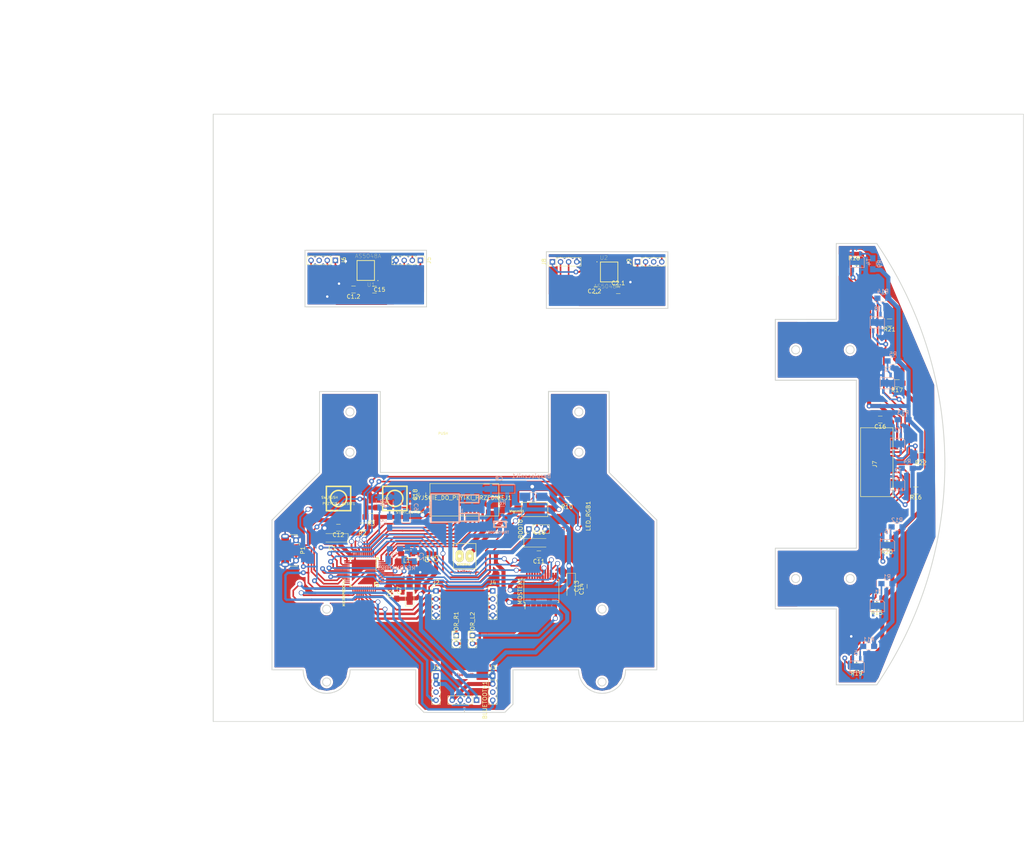
<source format=kicad_pcb>
(kicad_pcb (version 4) (host pcbnew 4.0.6)
  (layers (0 F.Cu signal) (31 B.Cu signal) (34 B.Paste user) (35 F.Paste user) (36 B.SilkS user) (37 F.SilkS user) (38 B.Mask user) (39 F.Mask user) (44 Edge.Cuts user))
  (net 0 "")
  (net 1 "Net-(BATERIA1-Pad2)")
  (net 2 "Net-(BATERIA1-Pad1)")
  (net 3 /BATERIA)
  (net 4 "Net-(Bezpiecznik1-Pad2)")
  (net 5 /USART_RX)
  (net 6 /SWCLK)
  (net 7 GND)
  (net 8 VCC)
  (net 9 /BOOT0)
  (net 10 "Net-(C2-Pad1)")
  (net 11 "Net-(C3-Pad1)")
  (net 12 /LIPOL_POMIAR)
  (net 13 /SPI1_SS1)
  (net 14 /SPI1_CLK)
  (net 15 /SPI1_MOSI)
  (net 16 /SPI1_MISO)
  (net 17 /SPI1_SS2)
  (net 18 "Net-(L1-Pad2)")
  (net 19 "Net-(LED_RGB1-Pad1)")
  (net 20 /RESET)
  (net 21 /T1)
  (net 22 /T2)
  (net 23 /T3)
  (net 24 /T4)
  (net 25 /T5)
  (net 26 /T6)
  (net 27 /T7)
  (net 28 /T8)
  (net 29 /LED_B)
  (net 30 /LED_G)
  (net 31 /LED_R)
  (net 32 /L_IN1)
  (net 33 /L_IN2)
  (net 34 /L_PWM)
  (net 35 /R_IN2)
  (net 36 /R_IN1)
  (net 37 /R_PWM)
  (net 38 "Net-(MIKROPROCEK1-Pad33)")
  (net 39 /SWDIO)
  (net 40 "Net-(MOSTEK1-Pad1)")
  (net 41 "Net-(MOSTEK1-Pad5)")
  (net 42 "Net-(MOSTEK1-Pad7)")
  (net 43 "Net-(MOSTEK1-Pad11)")
  (net 44 "Net-(R6-Pad2)")
  (net 45 /3.31)
  (net 46 /GND1)
  (net 47 /3.32)
  (net 48 /GND2)
  (net 49 /CLK1)
  (net 50 /MOSI1)
  (net 51 /MISO1)
  (net 52 /SS1)
  (net 53 /CLK2)
  (net 54 /MOSI2)
  (net 55 /MISO2)
  (net 56 /SS2)
  (net 57 "Net-(R1-Pad2)")
  (net 58 "Net-(R4-Pad2)")
  (net 59 "Net-(R5-Pad2)")
  (net 60 "Net-(R9-Pad2)")
  (net 61 "Net-(R11-Pad2)")
  (net 62 "Net-(R12-Pad2)")
  (net 63 "Net-(R13-Pad2)")
  (net 64 "Net-(R14-Pad2)")
  (module Capacitors_SMD:C_0805_HandSoldering (layer F.Cu) (at 65.9 132.15 180)
    (fp_text reference C12 (at 0 -1.75 180) (layer F.SilkS))
    (fp_text value 100nF)
    (pad 1 smd rect (at -1.25 0 180) (size 1.5 1.25) (layers F.Cu F.Paste F.Mask) (net 8 VCC))
    (pad 2 smd rect (at 1.25 0 180) (size 1.5 1.25) (layers F.Cu F.Paste F.Mask) (net 7 GND))
  )
  (module misc:LQFP48 (layer F.Cu) (at 72.25 143.08 90)
    (fp_text reference MIKROPROCEK1 (at -5.04952 -5.00126 90) (layer F.SilkS) (effects (font (size 0.59944 0.59944) (thickness 0.12446))))
    (fp_text value STM32F051C8Tx (at 2 3 90) (layer F.SilkS) (effects (font (size 0.29972 0.29972) (thickness 0.0762))))
    (pad 1 smd rect (at -2.74828 4.22402 270) (size 0.28956 1.34874) (layers F.Cu F.Paste F.Mask) (net 7 GND))
    (pad 2 smd rect (at -2.2479 4.22402 270) (size 0.28956 1.34874) (layers F.Cu F.Paste F.Mask))
    (pad 3 smd rect (at -1.74752 4.22402 270) (size 0.28956 1.34874) (layers F.Cu F.Paste F.Mask))
    (pad 4 smd rect (at -1.24968 4.22402 270) (size 0.28956 1.34874) (layers F.Cu F.Paste F.Mask))
    (pad 5 smd rect (at -0.7493 4.22402 270) (size 0.28956 1.34874) (layers F.Cu F.Paste F.Mask) (net 10 "Net-(C2-Pad1)"))
    (pad 6 smd rect (at -0.24892 4.22402 270) (size 0.28956 1.34874) (layers F.Cu F.Paste F.Mask) (net 11 "Net-(C3-Pad1)"))
    (pad 7 smd rect (at 0.24892 4.22402 270) (size 0.28956 1.34874) (layers F.Cu F.Paste F.Mask) (net 20 /RESET))
    (pad 8 smd rect (at 0.7493 4.22402 270) (size 0.28956 1.34874) (layers F.Cu F.Paste F.Mask) (net 7 GND))
    (pad 9 smd rect (at 1.24968 4.22402 270) (size 0.28956 1.34874) (layers F.Cu F.Paste F.Mask) (net 18 "Net-(L1-Pad2)"))
    (pad 10 smd rect (at 1.74752 4.22402 270) (size 0.28956 1.34874) (layers F.Cu F.Paste F.Mask) (net 21 /T1))
    (pad 11 smd rect (at 2.2479 4.22402 270) (size 0.28956 1.34874) (layers F.Cu F.Paste F.Mask) (net 22 /T2))
    (pad 12 smd rect (at 2.74828 4.22402 270) (size 0.28956 1.34874) (layers F.Cu F.Paste F.Mask) (net 23 /T3))
    (pad 13 smd rect (at 4.22402 2.74828) (size 0.28956 1.34874) (layers F.Cu F.Paste F.Mask) (net 24 /T4))
    (pad 14 smd rect (at 4.22402 2.2479) (size 0.28956 1.34874) (layers F.Cu F.Paste F.Mask) (net 25 /T5))
    (pad 15 smd rect (at 4.22402 1.74752) (size 0.28956 1.34874) (layers F.Cu F.Paste F.Mask) (net 26 /T6))
    (pad 16 smd rect (at 4.22402 1.24968) (size 0.28956 1.34874) (layers F.Cu F.Paste F.Mask) (net 27 /T7))
    (pad 17 smd rect (at 4.22402 0.7493) (size 0.28956 1.34874) (layers F.Cu F.Paste F.Mask) (net 28 /T8))
    (pad 18 smd rect (at 4.22402 0.24892) (size 0.28956 1.34874) (layers F.Cu F.Paste F.Mask) (net 29 /LED_B))
    (pad 19 smd rect (at 4.22402 -0.24892) (size 0.28956 1.34874) (layers F.Cu F.Paste F.Mask) (net 12 /LIPOL_POMIAR))
    (pad 20 smd rect (at 4.22402 -0.7493) (size 0.28956 1.34874) (layers F.Cu F.Paste F.Mask))
    (pad 21 smd rect (at 4.22402 -1.24968) (size 0.28956 1.34874) (layers F.Cu F.Paste F.Mask) (net 31 /LED_R))
    (pad 22 smd rect (at 4.22402 -1.74752) (size 0.28956 1.34874) (layers F.Cu F.Paste F.Mask) (net 30 /LED_G))
    (pad 23 smd rect (at 4.22402 -2.2479) (size 0.28956 1.34874) (layers F.Cu F.Paste F.Mask) (net 7 GND))
    (pad 24 smd rect (at 4.22402 -2.74828) (size 0.28956 1.34874) (layers F.Cu F.Paste F.Mask) (net 8 VCC))
    (pad 25 smd rect (at 2.74828 -4.22402 90) (size 0.28956 1.34874) (layers F.Cu F.Paste F.Mask) (net 7 GND))
    (pad 26 smd rect (at 2.2479 -4.22402 90) (size 0.28956 1.34874) (layers F.Cu F.Paste F.Mask) (net 7 GND))
    (pad 27 smd rect (at 1.74752 -4.22402 90) (size 0.28956 1.34874) (layers F.Cu F.Paste F.Mask) (net 32 /L_IN1))
    (pad 28 smd rect (at 1.24968 -4.22402 90) (size 0.28956 1.34874) (layers F.Cu F.Paste F.Mask) (net 33 /L_IN2))
    (pad 29 smd rect (at 0.7493 -4.22402 90) (size 0.28956 1.34874) (layers F.Cu F.Paste F.Mask) (net 34 /L_PWM))
    (pad 30 smd rect (at 0.24892 -4.22402 90) (size 0.28956 1.34874) (layers F.Cu F.Paste F.Mask) (net 35 /R_IN2))
    (pad 31 smd rect (at -0.24892 -4.22402 90) (size 0.28956 1.34874) (layers F.Cu F.Paste F.Mask) (net 36 /R_IN1))
    (pad 32 smd rect (at -0.7493 -4.22402 90) (size 0.28956 1.34874) (layers F.Cu F.Paste F.Mask) (net 37 /R_PWM))
    (pad 33 smd rect (at -1.24968 -4.22402 90) (size 0.28956 1.34874) (layers F.Cu F.Paste F.Mask) (net 38 "Net-(MIKROPROCEK1-Pad33)"))
    (pad 34 smd rect (at -1.74752 -4.22402 90) (size 0.28956 1.34874) (layers F.Cu F.Paste F.Mask) (net 39 /SWDIO))
    (pad 35 smd rect (at -2.2479 -4.22402 90) (size 0.28956 1.34874) (layers F.Cu F.Paste F.Mask))
    (pad 36 smd rect (at -2.74828 -4.22402 90) (size 0.28956 1.34874) (layers F.Cu F.Paste F.Mask))
    (pad 37 smd rect (at -4.22402 -2.74828 180) (size 0.28956 1.34874) (layers F.Cu F.Paste F.Mask) (net 6 /SWCLK))
    (pad 38 smd rect (at -4.22402 -2.2479 180) (size 0.28956 1.34874) (layers F.Cu F.Paste F.Mask) (net 5 /USART_RX))
    (pad 39 smd rect (at -4.22402 -1.74752 180) (size 0.28956 1.34874) (layers F.Cu F.Paste F.Mask) (net 14 /SPI1_CLK))
    (pad 40 smd rect (at -4.22402 -1.24968 180) (size 0.28956 1.34874) (layers F.Cu F.Paste F.Mask) (net 16 /SPI1_MISO))
    (pad 41 smd rect (at -4.22402 -0.7493 180) (size 0.28956 1.34874) (layers F.Cu F.Paste F.Mask) (net 15 /SPI1_MOSI))
    (pad 42 smd rect (at -4.22402 -0.24892 180) (size 0.28956 1.34874) (layers F.Cu F.Paste F.Mask) (net 13 /SPI1_SS1))
    (pad 43 smd rect (at -4.22402 0.24892 180) (size 0.28956 1.34874) (layers F.Cu F.Paste F.Mask) (net 17 /SPI1_SS2))
    (pad 44 smd rect (at -4.22402 0.7493 180) (size 0.28956 1.34874) (layers F.Cu F.Paste F.Mask) (net 9 /BOOT0))
    (pad 45 smd rect (at -4.22402 1.24968 180) (size 0.28956 1.34874) (layers F.Cu F.Paste F.Mask))
    (pad 46 smd rect (at -4.22402 1.74752 180) (size 0.28956 1.34874) (layers F.Cu F.Paste F.Mask))
    (pad 47 smd rect (at -4.22402 2.2479 180) (size 0.28956 1.34874) (layers F.Cu F.Paste F.Mask) (net 7 GND))
    (pad 48 smd rect (at -4.22402 2.74828 180) (size 0.28956 1.34874) (layers F.Cu F.Paste F.Mask) (net 8 VCC))
  )
  (module warsztaty:LM1117_TO-252 (layer B.Cu) (at 98.89972 127.29 270)
    (fp_text reference STABILIZATOR1 (at 0 10.414 270) (layer B.SilkS) (effects (font (size 0.29972 0.29972) (thickness 0.0762)) (justify mirror)))
    (fp_text value LM1117 (at 1 2.43972 270) (layer B.SilkS) (effects (font (size 0.29972 0.29972) (thickness 0.0762)) (justify mirror)))
    (pad 3 smd rect (at -2.30124 0 270) (size 1.651 3.048) (layers B.Cu B.Paste B.Mask) (net 7 GND))
    (pad 2 smd rect (at 0 6.64972 270) (size 6.70052 6.70052) (layers B.Cu B.Paste B.Mask) (net 8 VCC))
    (pad 1 smd rect (at 2.30124 0 270) (size 1.651 3.048) (layers B.Cu B.Paste B.Mask) (net 3 /BATERIA))
  )
  (module Pin_Headers:Pin_Header_Straight_1x04_Pitch2.00mm (layer F.Cu) (at 104 168.75)
    (fp_text reference J3 (at 0 -2.06) (layer F.SilkS))
    (fp_text value CONN_01X04)
    (pad 1 thru_hole rect (at 0 0) (size 1.35 1.35) (drill 0.8) (layers *.Cu *.Mask) (net 8 VCC))
    (pad 2 thru_hole oval (at 0 2) (size 1.35 1.35) (drill 0.8) (layers *.Cu *.Mask) (net 8 VCC))
    (pad 3 thru_hole oval (at 0 4) (size 1.35 1.35) (drill 0.8) (layers *.Cu *.Mask))
    (pad 4 thru_hole oval (at 0 6) (size 1.35 1.35) (drill 0.8) (layers *.Cu *.Mask) (net 17 /SPI1_SS2))
  )
  (module misc:zl_zasilania (layer F.Cu) (at 94.31 142.24)
    (fp_text reference BATERIA1 (at 2.5 -1) (layer F.SilkS) (effects (font (size 0.5 0.5) (thickness 0.125))))
    (fp_text value LI-POL)
    (pad 2 thru_hole oval (at 4.04 -3.1) (size 2 3) (drill 0.8) (layers *.Cu *.Mask F.SilkS) (net 1 "Net-(BATERIA1-Pad2)"))
    (pad 1 thru_hole oval (at 1.5 -3.1) (size 2 3) (drill 0.8) (layers *.Cu *.Mask F.SilkS) (net 2 "Net-(BATERIA1-Pad1)"))
  )
  (module Fuse_Holders_and_Fuses:Fuse_SMD1206_HandSoldering (layer B.Cu) (at 114.03 124.5)
    (fp_text reference Bezpiecznik1 (at -0.5011 -5.122163) (layer B.SilkS) (effects (justify mirror)))
    (fp_text value "Fuse ??")
    (pad 1 smd rect (at -2.09 0 270) (size 2.03 2.65) (layers B.Cu B.Paste B.Mask) (net 3 /BATERIA))
    (pad 2 smd rect (at 2.09 0 270) (size 2.03 2.65) (layers B.Cu B.Paste B.Mask) (net 4 "Net-(Bezpiecznik1-Pad2)"))
  )
  (module Pin_Headers:Pin_Header_Straight_1x04_Pitch2.00mm (layer F.Cu) (at 100 174.73 270)
    (fp_text reference BLUETOOTH1 (at 0 -2.06 270) (layer F.SilkS))
    (fp_text value PIN4)
    (pad 1 thru_hole rect (at 0 0 270) (size 1.35 1.35) (drill 0.8) (layers *.Cu *.Mask) (net 5 /USART_RX))
    (pad 2 thru_hole oval (at 0 2 270) (size 1.35 1.35) (drill 0.8) (layers *.Cu *.Mask) (net 6 /SWCLK))
    (pad 3 thru_hole oval (at 0 4 270) (size 1.35 1.35) (drill 0.8) (layers *.Cu *.Mask) (net 7 GND))
    (pad 4 thru_hole oval (at 0 6 270) (size 1.35 1.35) (drill 0.8) (layers *.Cu *.Mask) (net 8 VCC))
  )
  (module Pin_Headers:Pin_Header_Straight_1x03_Pitch2.00mm (layer F.Cu) (at 112.93 132.46 90)
    (fp_text reference BOOT0 (at 0 -2.06 90) (layer F.SilkS))
    (fp_text value SWITCH)
    (pad 1 thru_hole rect (at 0 0 90) (size 1.35 1.35) (drill 0.8) (layers *.Cu *.Mask) (net 8 VCC))
    (pad 2 thru_hole oval (at 0 2 90) (size 1.35 1.35) (drill 0.8) (layers *.Cu *.Mask) (net 9 /BOOT0))
    (pad 3 thru_hole oval (at 0 4 90) (size 1.35 1.35) (drill 0.8) (layers *.Cu *.Mask) (net 7 GND))
  )
  (module Capacitors_Tantalum_SMD:CP_Tantalum_Case-A_EIA-3216-18_Hand (layer F.Cu) (at 64.4 134.65 180)
    (fp_text reference C1 (at 0 -2.55 180) (layer F.SilkS))
    (fp_text value 4,7uF)
    (pad 1 smd rect (at -2 0 180) (size 3.2 1.5) (layers F.Cu F.Paste F.Mask) (net 8 VCC))
    (pad 2 smd rect (at 2 0 180) (size 3.2 1.5) (layers F.Cu F.Paste F.Mask) (net 7 GND))
  )
  (module Capacitors_SMD:C_0805_HandSoldering (layer B.Cu) (at 84.7 139.2 90)
    (fp_text reference C2 (at 0 1.75 90) (layer B.SilkS) (effects (justify mirror)))
    (fp_text value 22pF)
    (pad 1 smd rect (at -1.25 0 90) (size 1.5 1.25) (layers B.Cu B.Paste B.Mask) (net 10 "Net-(C2-Pad1)"))
    (pad 2 smd rect (at 1.25 0 90) (size 1.5 1.25) (layers B.Cu B.Paste B.Mask) (net 7 GND))
  )
  (module Capacitors_SMD:C_0805_HandSoldering (layer B.Cu) (at 79.85 137.35)
    (fp_text reference C3 (at 0 1.75) (layer B.SilkS) (effects (justify mirror)))
    (fp_text value 22pF)
    (pad 1 smd rect (at -1.25 0) (size 1.5 1.25) (layers B.Cu B.Paste B.Mask) (net 11 "Net-(C3-Pad1)"))
    (pad 2 smd rect (at 1.25 0) (size 1.5 1.25) (layers B.Cu B.Paste B.Mask) (net 7 GND))
  )
  (module Capacitors_SMD:C_0805_HandSoldering (layer F.Cu) (at 86.09 139.8 270)
    (fp_text reference C4 (at 0 -1.75 270) (layer F.SilkS))
    (fp_text value 10nF)
    (pad 1 smd rect (at -1.25 0 270) (size 1.5 1.25) (layers F.Cu F.Paste F.Mask) (net 8 VCC))
    (pad 2 smd rect (at 1.25 0 270) (size 1.5 1.25) (layers F.Cu F.Paste F.Mask) (net 7 GND))
  )
  (module Capacitors_SMD:C_0805_HandSoldering (layer F.Cu) (at 88.27 139.8 270)
    (fp_text reference C5 (at 0 -1.75 270) (layer F.SilkS))
    (fp_text value 1uF)
    (pad 1 smd rect (at -1.25 0 270) (size 1.5 1.25) (layers F.Cu F.Paste F.Mask) (net 8 VCC))
    (pad 2 smd rect (at 1.25 0 270) (size 1.5 1.25) (layers F.Cu F.Paste F.Mask) (net 7 GND))
  )
  (module Capacitors_SMD:C_0805_HandSoldering (layer F.Cu) (at 80.29 148.43 90)
    (fp_text reference C6 (at 0 -1.75 90) (layer F.SilkS))
    (fp_text value 100nF)
    (pad 1 smd rect (at -1.25 0 90) (size 1.5 1.25) (layers F.Cu F.Paste F.Mask) (net 8 VCC))
    (pad 2 smd rect (at 1.25 0 90) (size 1.5 1.25) (layers F.Cu F.Paste F.Mask) (net 7 GND))
  )
  (module Capacitors_Tantalum_SMD:CP_Tantalum_Case-A_EIA-3216-18_Hand (layer F.Cu) (at 83.49 147.58 90)
    (fp_text reference C7 (at 0 -2.55 90) (layer F.SilkS))
    (fp_text value 4,7uF)
    (pad 1 smd rect (at -2 0 90) (size 3.2 1.5) (layers F.Cu F.Paste F.Mask) (net 8 VCC))
    (pad 2 smd rect (at 2 0 90) (size 3.2 1.5) (layers F.Cu F.Paste F.Mask) (net 7 GND))
  )
  (module Capacitors_Tantalum_SMD:CP_Tantalum_Case-A_EIA-3216-18_Hand (layer B.Cu) (at 105.57 122.57 180)
    (fp_text reference C8 (at 0 2.55 180) (layer B.SilkS) (effects (justify mirror)))
    (fp_text value 10uF)
    (pad 1 smd rect (at -2 0 180) (size 3.2 1.5) (layers B.Cu B.Paste B.Mask) (net 3 /BATERIA))
    (pad 2 smd rect (at 2 0 180) (size 3.2 1.5) (layers B.Cu B.Paste B.Mask) (net 7 GND))
  )
  (module Capacitors_Tantalum_SMD:CP_Tantalum_Case-A_EIA-3216-18_Hand (layer B.Cu) (at 82.6 127.02 90)
    (fp_text reference C9 (at 0 2.55 90) (layer B.SilkS) (effects (justify mirror)))
    (fp_text value 10uF)
    (pad 1 smd rect (at -2 0 90) (size 3.2 1.5) (layers B.Cu B.Paste B.Mask) (net 8 VCC))
    (pad 2 smd rect (at 2 0 90) (size 3.2 1.5) (layers B.Cu B.Paste B.Mask) (net 7 GND))
  )
  (module Capacitors_Tantalum_SMD:CP_Tantalum_Case-A_EIA-3216-18_Hand (layer F.Cu) (at 115.57 135.87)
    (fp_text reference C10 (at 0 -2.55) (layer F.SilkS))
    (fp_text value 10uF)
    (pad 1 smd rect (at -2 0) (size 3.2 1.5) (layers F.Cu F.Paste F.Mask) (net 8 VCC))
    (pad 2 smd rect (at 2 0) (size 3.2 1.5) (layers F.Cu F.Paste F.Mask) (net 7 GND))
  )
  (module Capacitors_SMD:C_0805_HandSoldering (layer F.Cu) (at 115.39 138.71 180)
    (fp_text reference C11 (at 0 -1.75 180) (layer F.SilkS))
    (fp_text value 100nF)
    (pad 1 smd rect (at -1.25 0 180) (size 1.5 1.25) (layers F.Cu F.Paste F.Mask) (net 7 GND))
    (pad 2 smd rect (at 1.25 0 180) (size 1.5 1.25) (layers F.Cu F.Paste F.Mask) (net 8 VCC))
  )
  (module Capacitors_SMD:C_0805_HandSoldering (layer F.Cu) (at 126.44 146.61 90)
    (fp_text reference C13 (at 0 -1.75 90) (layer F.SilkS))
    (fp_text value 100nF)
    (pad 1 smd rect (at -1.25 0 90) (size 1.5 1.25) (layers F.Cu F.Paste F.Mask) (net 7 GND))
    (pad 2 smd rect (at 1.25 0 90) (size 1.5 1.25) (layers F.Cu F.Paste F.Mask) (net 3 /BATERIA))
  )
  (module Capacitors_Tantalum_SMD:CP_Tantalum_Case-A_EIA-3216-18_Hand (layer F.Cu) (at 123.37 147.3 270)
    (fp_text reference C14 (at 0 -2.55 270) (layer F.SilkS))
    (fp_text value 10uF)
    (pad 1 smd rect (at -2 0 270) (size 3.2 1.5) (layers F.Cu F.Paste F.Mask) (net 3 /BATERIA))
    (pad 2 smd rect (at 2 0 270) (size 3.2 1.5) (layers F.Cu F.Paste F.Mask) (net 7 GND))
  )
  (module Capacitors_SMD:C_0805_HandSoldering (layer B.Cu) (at 76.12 125.9 90)
    (fp_text reference C17 (at 0 1.75 90) (layer B.SilkS) (effects (justify mirror)))
    (fp_text value C)
    (pad 1 smd rect (at -1.25 0 90) (size 1.5 1.25) (layers B.Cu B.Paste B.Mask) (net 12 /LIPOL_POMIAR))
    (pad 2 smd rect (at 1.25 0 90) (size 1.5 1.25) (layers B.Cu B.Paste B.Mask) (net 7 GND))
  )
  (module Capacitors_SMD:C_0805_HandSoldering (layer F.Cu) (at 86.63 123.98 90)
    (fp_text reference C18 (at 0 -1.75 90) (layer F.SilkS))
    (fp_text value 100nF)
    (pad 1 smd rect (at -1.25 0 90) (size 1.5 1.25) (layers F.Cu F.Paste F.Mask) (net 8 VCC))
    (pad 2 smd rect (at 1.25 0 90) (size 1.5 1.25) (layers F.Cu F.Paste F.Mask) (net 7 GND))
  )
  (module Resistors_SMD:R_0805_HandSoldering (layer F.Cu) (at 82.75 138.55 180)
    (fp_text reference L1 (at 0 -1.7 180) (layer F.SilkS))
    (fp_text value 10uH)
    (pad 1 smd rect (at -1.35 0 180) (size 1.5 1.3) (layers F.Cu F.Paste F.Mask) (net 8 VCC))
    (pad 2 smd rect (at 1.35 0 180) (size 1.5 1.3) (layers F.Cu F.Paste F.Mask) (net 18 "Net-(L1-Pad2)"))
  )
  (module warsztaty:LED_RGB_0805 (layer F.Cu) (at 126.5 129.5 270)
    (fp_text reference LED_RGB1 (at -0.24 -1.09 270) (layer F.SilkS))
    (fp_text value LED_CRGB)
    (pad 1 smd rect (at -1.05 0.4 270) (size 1 0.5) (layers F.Cu F.Paste F.Mask) (net 19 "Net-(LED_RGB1-Pad1)"))
    (pad 4 smd rect (at 1.05 0.4 270) (size 1 0.5) (layers F.Cu F.Paste F.Mask) (net 29 /LED_B))
    (pad 3 smd rect (at 1.05 -0.4 270) (size 1 0.5) (layers F.Cu F.Paste F.Mask) (net 30 /LED_G))
    (pad 2 smd rect (at -1.05 -0.4 270) (size 1 0.5) (layers F.Cu F.Paste F.Mask) (net 31 /LED_R))
  )
  (module warsztaty:TB6612 (layer F.Cu) (at 116 147.75 90)
    (fp_text reference MOSTEK1 (at 0 -5.25 90) (layer F.SilkS))
    (fp_text value TB6612)
    (pad 1 smd rect (at -3.6 -3.575 90) (size 1.75 0.45) (layers F.Cu F.Paste F.Mask) (net 40 "Net-(MOSTEK1-Pad1)"))
    (pad 2 smd rect (at -3.6 -2.925 90) (size 1.75 0.45) (layers F.Cu F.Paste F.Mask) (net 40 "Net-(MOSTEK1-Pad1)"))
    (pad 3 smd rect (at -3.6 -2.275 90) (size 1.75 0.45) (layers F.Cu F.Paste F.Mask) (net 7 GND))
    (pad 4 smd rect (at -3.6 -1.625 90) (size 1.75 0.45) (layers F.Cu F.Paste F.Mask) (net 7 GND))
    (pad 5 smd rect (at -3.6 -0.975 90) (size 1.75 0.45) (layers F.Cu F.Paste F.Mask) (net 41 "Net-(MOSTEK1-Pad5)"))
    (pad 6 smd rect (at -3.6 -0.325 90) (size 1.75 0.45) (layers F.Cu F.Paste F.Mask) (net 41 "Net-(MOSTEK1-Pad5)"))
    (pad 7 smd rect (at -3.6 0.325 90) (size 1.75 0.45) (layers F.Cu F.Paste F.Mask) (net 42 "Net-(MOSTEK1-Pad7)"))
    (pad 8 smd rect (at -3.6 0.975 90) (size 1.75 0.45) (layers F.Cu F.Paste F.Mask) (net 42 "Net-(MOSTEK1-Pad7)"))
    (pad 9 smd rect (at -3.6 1.625 90) (size 1.75 0.45) (layers F.Cu F.Paste F.Mask) (net 7 GND))
    (pad 10 smd rect (at -3.6 2.275 90) (size 1.75 0.45) (layers F.Cu F.Paste F.Mask) (net 7 GND))
    (pad 11 smd rect (at -3.6 2.925 90) (size 1.75 0.45) (layers F.Cu F.Paste F.Mask) (net 43 "Net-(MOSTEK1-Pad11)"))
    (pad 12 smd rect (at -3.6 3.575 90) (size 1.75 0.45) (layers F.Cu F.Paste F.Mask) (net 43 "Net-(MOSTEK1-Pad11)"))
    (pad 13 smd rect (at 3.6 3.575 90) (size 1.75 0.45) (layers F.Cu F.Paste F.Mask) (net 3 /BATERIA))
    (pad 14 smd rect (at 3.6 2.925 90) (size 1.75 0.45) (layers F.Cu F.Paste F.Mask) (net 3 /BATERIA))
    (pad 15 smd rect (at 3.6 2.275 90) (size 1.75 0.45) (layers F.Cu F.Paste F.Mask) (net 37 /R_PWM))
    (pad 16 smd rect (at 3.6 1.625 90) (size 1.75 0.45) (layers F.Cu F.Paste F.Mask) (net 36 /R_IN1))
    (pad 17 smd rect (at 3.6 0.975 90) (size 1.75 0.45) (layers F.Cu F.Paste F.Mask) (net 35 /R_IN2))
    (pad 18 smd rect (at 3.6 0.325 90) (size 1.75 0.45) (layers F.Cu F.Paste F.Mask) (net 7 GND))
    (pad 19 smd rect (at 3.6 -0.325 90) (size 1.75 0.45) (layers F.Cu F.Paste F.Mask) (net 8 VCC))
    (pad 20 smd rect (at 3.6 -0.975 90) (size 1.75 0.45) (layers F.Cu F.Paste F.Mask) (net 8 VCC))
    (pad 21 smd rect (at 3.6 -1.625 90) (size 1.75 0.45) (layers F.Cu F.Paste F.Mask) (net 33 /L_IN2))
    (pad 22 smd rect (at 3.6 -2.275 90) (size 1.75 0.45) (layers F.Cu F.Paste F.Mask) (net 32 /L_IN1))
    (pad 23 smd rect (at 3.6 -2.925 90) (size 1.75 0.45) (layers F.Cu F.Paste F.Mask) (net 34 /L_PWM))
    (pad 24 smd rect (at 3.6 -3.575 90) (size 1.75 0.45) (layers F.Cu F.Paste F.Mask) (net 3 /BATERIA))
  )
  (module Pin_Headers:Pin_Header_Straight_1x02_Pitch2.00mm (layer F.Cu) (at 99 158.75)
    (fp_text reference MOTOR_L2 (at 0 -2.06 90) (layer F.SilkS))
    (fp_text value PIN2)
    (pad 1 thru_hole rect (at 0 0) (size 1.35 1.35) (drill 0.8) (layers *.Cu *.Mask) (net 43 "Net-(MOSTEK1-Pad11)"))
    (pad 2 thru_hole oval (at 0 2) (size 1.35 1.35) (drill 0.8) (layers *.Cu *.Mask) (net 42 "Net-(MOSTEK1-Pad7)"))
  )
  (module Pin_Headers:Pin_Header_Straight_1x02_Pitch2.00mm (layer F.Cu) (at 95 158.75)
    (fp_text reference MOTOR_R1 (at 0 -2.06 90) (layer F.SilkS))
    (fp_text value PIN2)
    (pad 1 thru_hole rect (at 0 0) (size 1.35 1.35) (drill 0.8) (layers *.Cu *.Mask) (net 40 "Net-(MOSTEK1-Pad1)"))
    (pad 2 thru_hole oval (at 0 2) (size 1.35 1.35) (drill 0.8) (layers *.Cu *.Mask) (net 41 "Net-(MOSTEK1-Pad5)"))
  )
  (module Connectors_USB:USB_Micro-B_Molex-105017-0001 (layer F.Cu) (at 53.1 137.75 270)
    (fp_text reference P1 (at 0 -4 270) (layer F.SilkS))
    (fp_text value USB_OTG)
    (pad 6 smd rect (at 1 0.35 270) (size 1.5 1.9) (layers F.Cu F.Paste F.Mask) (net 7 GND))
    (pad 6 thru_hole circle (at -2.5 -2.35 270) (size 1.45 1.45) (drill 0.85) (layers *.Cu *.Mask) (net 7 GND))
    (pad 2 smd rect (at -0.65 -2.35 270) (size 0.4 1.35) (layers F.Cu F.Paste F.Mask) (net 39 /SWDIO))
    (pad 1 smd rect (at -1.3 -2.35 270) (size 0.4 1.35) (layers F.Cu F.Paste F.Mask) (net 8 VCC))
    (pad 5 smd rect (at 1.3 -2.35 270) (size 0.4 1.35) (layers F.Cu F.Paste F.Mask) (net 7 GND))
    (pad 4 smd rect (at 0.65 -2.35 270) (size 0.4 1.35) (layers F.Cu F.Paste F.Mask) (net 20 /RESET))
    (pad 3 smd rect (at 0 -2.35 270) (size 0.4 1.35) (layers F.Cu F.Paste F.Mask) (net 6 /SWCLK))
    (pad 6 thru_hole circle (at 2.5 -2.35 270) (size 1.45 1.45) (drill 0.85) (layers *.Cu *.Mask) (net 7 GND))
    (pad 6 smd rect (at -1 0.35 270) (size 1.5 1.9) (layers F.Cu F.Paste F.Mask) (net 7 GND))
    (pad 6 thru_hole oval (at -3.5 0.35 90) (size 1.2 1.9) (drill oval 0.6 1.3) (layers *.Cu *.Mask) (net 7 GND))
    (pad 6 thru_hole oval (at 3.5 0.35 270) (size 1.2 1.9) (drill oval 0.6 1.3) (layers *.Cu *.Mask) (net 7 GND))
    (pad 6 smd rect (at 2.9 0.35 270) (size 1.2 1.9) (layers F.Cu F.Mask) (net 7 GND))
    (pad 6 smd rect (at -2.9 0.35 270) (size 1.2 1.9) (layers F.Cu F.Mask) (net 7 GND))
  )
  (module misc:SW_06_SMD (layer F.Cu) (at 65.92884 124.92956 180)
    (fp_text reference PRZYCISK_RESET1 (at -0.07 -1.26 180) (layer F.SilkS) (effects (font (size 0.59944 0.59944) (thickness 0.09906))))
    (fp_text value SW_PUSH (at 2.20116 0.24956 180) (layer F.SilkS) (effects (font (size 0.59944 0.59944) (thickness 0.09906))))
    (pad 1 smd rect (at -4.20116 -2.25044 180) (size 2.10058 1.39954) (layers F.Cu F.Paste F.Mask) (net 20 /RESET))
    (pad 2 smd rect (at -4.20116 2.25044 180) (size 2.10058 1.39954) (layers F.Cu F.Paste F.Mask) (net 7 GND))
    (pad 2 smd rect (at 4.20116 2.25044 180) (size 2.10058 1.39954) (layers F.Cu F.Paste F.Mask) (net 7 GND))
    (pad 1 smd rect (at 4.20116 -2.25044 180) (size 2.10058 1.39954) (layers F.Cu F.Paste F.Mask) (net 20 /RESET))
  )
  (module Resistors_SMD:R_0805_HandSoldering (layer F.Cu) (at 71.82 131.86 180)
    (fp_text reference R2 (at 0 -1.7 180) (layer F.SilkS))
    (fp_text value 10k)
    (pad 1 smd rect (at -1.35 0 180) (size 1.5 1.3) (layers F.Cu F.Paste F.Mask) (net 8 VCC))
    (pad 2 smd rect (at 1.35 0 180) (size 1.5 1.3) (layers F.Cu F.Paste F.Mask) (net 20 /RESET))
  )
  (module Resistors_SMD:R_0805_HandSoldering (layer F.Cu) (at 73.95 129.49 180)
    (fp_text reference R3 (at 0 -1.7 180) (layer F.SilkS))
    (fp_text value 10k)
    (pad 1 smd rect (at -1.35 0 180) (size 1.5 1.3) (layers F.Cu F.Paste F.Mask) (net 8 VCC))
    (pad 2 smd rect (at 1.35 0 180) (size 1.5 1.3) (layers F.Cu F.Paste F.Mask) (net 38 "Net-(MIKROPROCEK1-Pad33)"))
  )
  (module Resistors_SMD:R_0805_HandSoldering (layer B.Cu) (at 106.35 127.75 180)
    (fp_text reference R6 (at 0 1.7 180) (layer B.SilkS) (effects (justify mirror)))
    (fp_text value 1k)
    (pad 1 smd rect (at -1.35 0 180) (size 1.5 1.3) (layers B.Cu B.Paste B.Mask) (net 3 /BATERIA))
    (pad 2 smd rect (at 1.35 0 180) (size 1.5 1.3) (layers B.Cu B.Paste B.Mask) (net 44 "Net-(R6-Pad2)"))
  )
  (module Resistors_SMD:R_0805_HandSoldering (layer B.Cu) (at 78.54 130.79 270)
    (fp_text reference R7 (at 0 1.7 270) (layer B.SilkS) (effects (justify mirror)))
    (fp_text value 51k)
    (pad 1 smd rect (at -1.35 0 270) (size 1.5 1.3) (layers B.Cu B.Paste B.Mask) (net 12 /LIPOL_POMIAR))
    (pad 2 smd rect (at 1.35 0 270) (size 1.5 1.3) (layers B.Cu B.Paste B.Mask) (net 3 /BATERIA))
  )
  (module Resistors_SMD:R_0805_HandSoldering (layer B.Cu) (at 78.53 125.9 270)
    (fp_text reference R8 (at 0 1.7 270) (layer B.SilkS) (effects (justify mirror)))
    (fp_text value 33k)
    (pad 1 smd rect (at -1.35 0 270) (size 1.5 1.3) (layers B.Cu B.Paste B.Mask) (net 7 GND))
    (pad 2 smd rect (at 1.35 0 270) (size 1.5 1.3) (layers B.Cu B.Paste B.Mask) (net 12 /LIPOL_POMIAR))
  )
  (module Resistors_SMD:R_0805_HandSoldering (layer F.Cu) (at 122.35 125.3 180)
    (fp_text reference R10 (at 0 -1.7 180) (layer F.SilkS))
    (fp_text value 220R)
    (pad 1 smd rect (at -1.35 0 180) (size 1.5 1.3) (layers F.Cu F.Paste F.Mask) (net 19 "Net-(LED_RGB1-Pad1)"))
    (pad 2 smd rect (at 1.35 0 180) (size 1.5 1.3) (layers F.Cu F.Paste F.Mask) (net 7 GND))
  )
  (module misc:Kwarc_SMD_Mini (layer B.Cu) (at 80.15 140.1 180)
    (fp_text reference REZONATOR1 (at 0 -2 180) (layer B.SilkS) (effects (justify mirror)))
    (fp_text value HC49-S)
    (pad 1 smd rect (at 1.95 0 180) (size 1.3 2) (layers B.Cu B.Paste B.Mask) (net 11 "Net-(C3-Pad1)"))
    (pad 2 smd rect (at -1.95 0 180) (size 1.3 2) (layers B.Cu B.Paste B.Mask) (net 10 "Net-(C2-Pad1)"))
  )
  (module misc:SW_06_SMD (layer F.Cu) (at 79.82884 124.91044)
    (fp_text reference START_BUTTON1 (at 3.80116 3.41956) (layer F.SilkS) (effects (font (size 0.59944 0.59944) (thickness 0.09906))))
    (fp_text value PUSH (at 11.93116 -16.05044) (layer F.SilkS) (effects (font (size 0.59944 0.59944) (thickness 0.09906))))
    (pad 1 smd rect (at -4.20116 -2.25044) (size 2.10058 1.39954) (layers F.Cu F.Paste F.Mask) (net 7 GND))
    (pad 2 smd rect (at -4.20116 2.25044) (size 2.10058 1.39954) (layers F.Cu F.Paste F.Mask) (net 38 "Net-(MIKROPROCEK1-Pad33)"))
    (pad 2 smd rect (at 4.20116 2.25044) (size 2.10058 1.39954) (layers F.Cu F.Paste F.Mask) (net 38 "Net-(MIKROPROCEK1-Pad33)"))
    (pad 1 smd rect (at 4.20116 -2.25044) (size 2.10058 1.39954) (layers F.Cu F.Paste F.Mask) (net 7 GND))
  )
  (module misc:SOT23-3 (layer B.Cu) (at 105.791 131.276 180)
    (fp_text reference TRANSISTOR1 (at 0.70104 -1.99898 180) (layer B.SilkS) (effects (font (size 0.59944 0.59944) (thickness 0.12446)) (justify mirror)))
    (fp_text value BUZ11 (at 0 0 180) (layer B.SilkS) (effects (font (size 0.29972 0.29972) (thickness 0.07112)) (justify mirror)))
    (pad 1 smd rect (at 0.889 1.016 180) (size 0.9144 0.9144) (layers B.Cu B.Paste B.Mask) (net 44 "Net-(R6-Pad2)"))
    (pad 2 smd rect (at -0.889 1.016 180) (size 0.9144 0.9144) (layers B.Cu B.Paste B.Mask) (net 7 GND))
    (pad 3 smd rect (at 0 -1.00076 180) (size 0.9144 0.9144) (layers B.Cu B.Paste B.Mask) (net 2 "Net-(BATERIA1-Pad1)"))
  )
  (module misc:tact_switch_smd (layer F.Cu) (at 110.35 127.63)
    (fp_text reference Włącznik1 (at -0.42 0.42) (layer F.SilkS) (effects (font (size 0.5 0.5) (thickness 0.125))))
    (fp_text value switch)
    (pad 1 smd rect (at 0 0) (size 2 2) (layers F.Cu F.Paste F.Mask) (net 1 "Net-(BATERIA1-Pad2)"))
    (pad 2 smd rect (at 8 0) (size 2 2) (layers F.Cu F.Paste F.Mask) (net 4 "Net-(Bezpiecznik1-Pad2)"))
  )
  (module misc:fpc_10_pin (layer F.Cu) (at 97.5 125.25 180)
    (fp_text reference WYJSCIE_DO_PLYTKI_PRZEDNIEJ1 (at 1 0.5 180) (layer F.SilkS))
    (fp_text value PIN10)
    (pad 11 smd rect (at -6.65 -0.8 180) (size 2.3 2.8) (layers F.Cu F.Paste F.Mask))
    (pad 10 smd rect (at 5 -3 180) (size 0.6 2) (layers F.Cu F.Paste F.Mask) (net 8 VCC))
    (pad 9 smd rect (at 4 -3 180) (size 0.6 2) (layers F.Cu F.Paste F.Mask) (net 7 GND))
    (pad 8 smd rect (at 3 -3 180) (size 0.6 2) (layers F.Cu F.Paste F.Mask) (net 28 /T8))
    (pad 7 smd rect (at 2 -3 180) (size 0.6 2) (layers F.Cu F.Paste F.Mask) (net 27 /T7))
    (pad 6 smd rect (at 1 -3 180) (size 0.6 2) (layers F.Cu F.Paste F.Mask) (net 26 /T6))
    (pad 5 smd rect (at 0 -3 180) (size 0.6 2) (layers F.Cu F.Paste F.Mask) (net 25 /T5))
    (pad 4 smd rect (at -1 -3 180) (size 0.6 2) (layers F.Cu F.Paste F.Mask) (net 24 /T4))
    (pad 3 smd rect (at -2 -3 180) (size 0.6 2) (layers F.Cu F.Paste F.Mask) (net 23 /T3))
    (pad 2 smd rect (at -3 -3 180) (size 0.6 2) (layers F.Cu F.Paste F.Mask) (net 22 /T2))
    (pad 1 smd rect (at -4 -3 180) (size 0.6 2) (layers F.Cu F.Paste F.Mask) (net 21 /T1))
    (pad 11 smd rect (at 7.65 -0.8 180) (size 2.3 2.8) (layers F.Cu F.Paste F.Mask))
  )
  (module Pin_Headers:Pin_Header_Straight_1x04_Pitch2.00mm (layer F.Cu) (at 90 168.75)
    (fp_text reference J1 (at 0 -2.06) (layer F.SilkS))
    (fp_text value CONN_01X04)
    (pad 1 thru_hole rect (at 0 0) (size 1.35 1.35) (drill 0.8) (layers *.Cu *.Mask) (net 8 VCC))
    (pad 2 thru_hole oval (at 0 2) (size 1.35 1.35) (drill 0.8) (layers *.Cu *.Mask) (net 8 VCC))
    (pad 3 thru_hole oval (at 0 4) (size 1.35 1.35) (drill 0.8) (layers *.Cu *.Mask))
    (pad 4 thru_hole oval (at 0 6) (size 1.35 1.35) (drill 0.8) (layers *.Cu *.Mask) (net 13 /SPI1_SS1))
  )
  (module Pin_Headers:Pin_Header_Straight_1x04_Pitch2.00mm (layer F.Cu) (at 90 147.75)
    (fp_text reference J2 (at 0 -2.06) (layer F.SilkS))
    (fp_text value CONN_01X04)
    (pad 1 thru_hole rect (at 0 0) (size 1.35 1.35) (drill 0.8) (layers *.Cu *.Mask) (net 14 /SPI1_CLK))
    (pad 2 thru_hole oval (at 0 2) (size 1.35 1.35) (drill 0.8) (layers *.Cu *.Mask) (net 15 /SPI1_MOSI))
    (pad 3 thru_hole oval (at 0 4) (size 1.35 1.35) (drill 0.8) (layers *.Cu *.Mask) (net 16 /SPI1_MISO))
    (pad 4 thru_hole oval (at 0 6) (size 1.35 1.35) (drill 0.8) (layers *.Cu *.Mask) (net 7 GND))
  )
  (module Pin_Headers:Pin_Header_Straight_1x04_Pitch2.00mm (layer F.Cu) (at 104 147.75)
    (fp_text reference J4 (at 0 -2.06) (layer F.SilkS))
    (fp_text value CONN_01X04)
    (pad 1 thru_hole rect (at 0 0) (size 1.35 1.35) (drill 0.8) (layers *.Cu *.Mask) (net 14 /SPI1_CLK))
    (pad 2 thru_hole oval (at 0 2) (size 1.35 1.35) (drill 0.8) (layers *.Cu *.Mask) (net 15 /SPI1_MOSI))
    (pad 3 thru_hole oval (at 0 4) (size 1.35 1.35) (drill 0.8) (layers *.Cu *.Mask) (net 16 /SPI1_MISO))
    (pad 4 thru_hole oval (at 0 6) (size 1.35 1.35) (drill 0.8) (layers *.Cu *.Mask) (net 7 GND))
  )
  (module Capacitors_SMD:C_0805_HandSoldering (layer F.Cu) (at 69.630916 73.302104 180)
    (fp_text reference C1.2 (at 0 -1.75 180) (layer F.SilkS))
    (fp_text value C)
    (pad 1 smd rect (at -1.25 0 180) (size 1.5 1.25) (layers F.Cu F.Paste F.Mask) (net 45 /3.31))
    (pad 2 smd rect (at 1.25 0 180) (size 1.5 1.25) (layers F.Cu F.Paste F.Mask) (net 46 /GND1))
  )
  (module Capacitors_SMD:C_0805_HandSoldering (layer F.Cu) (at 134.982024 73.473422)
    (fp_text reference C2.1 (at 0 -1.75) (layer F.SilkS))
    (fp_text value C)
    (pad 1 smd rect (at -1.25 0) (size 1.5 1.25) (layers F.Cu F.Paste F.Mask) (net 47 /3.32))
    (pad 2 smd rect (at 1.25 0) (size 1.5 1.25) (layers F.Cu F.Paste F.Mask) (net 48 /GND2))
  )
  (module Capacitors_SMD:C_0805_HandSoldering (layer F.Cu) (at 129.482024 73.473422 180)
    (fp_text reference C2.2 (at 0.371086 -0.258773 180) (layer F.SilkS))
    (fp_text value C)
    (pad 1 smd rect (at -1.25 0 180) (size 1.5 1.25) (layers F.Cu F.Paste F.Mask) (net 47 /3.32))
    (pad 2 smd rect (at 1.25 0 180) (size 1.5 1.25) (layers F.Cu F.Paste F.Mask) (net 48 /GND2))
  )
  (module Capacitors_SMD:C_0805_HandSoldering (layer F.Cu) (at 74.800916 73.322104)
    (fp_text reference C15 (at 1.25 0) (layer F.SilkS))
    (fp_text value C)
    (pad 1 smd rect (at -1.25 0) (size 1.5 1.25) (layers F.Cu F.Paste F.Mask) (net 45 /3.31))
    (pad 2 smd rect (at 1.25 0) (size 1.5 1.25) (layers F.Cu F.Paste F.Mask) (net 46 /GND1))
  )
  (module Capacitors_SMD:C_0805_HandSoldering (layer F.Cu) (at 199.66 105.429478 180)
    (fp_text reference C16 (at 0 -1.75 180) (layer F.SilkS))
    (fp_text value C)
    (pad 1 smd rect (at -1.25 0 180) (size 1.5 1.25) (layers F.Cu F.Paste F.Mask) (net 8 VCC))
    (pad 2 smd rect (at 1.25 0 180) (size 1.5 1.25) (layers F.Cu F.Paste F.Mask) (net 7 GND))
  )
  (module Pin_Headers:Pin_Header_Straight_1x04_Pitch2.00mm (layer F.Cu) (at 86.150916 66.102104 270)
    (fp_text reference J5 (at 0 -2.06 270) (layer F.SilkS))
    (fp_text value CONN_01X04)
    (pad 1 thru_hole rect (at 0 0 270) (size 1.35 1.35) (drill 0.8) (layers *.Cu *.Mask) (net 49 /CLK1))
    (pad 2 thru_hole oval (at 0 2 270) (size 1.35 1.35) (drill 0.8) (layers *.Cu *.Mask) (net 50 /MOSI1))
    (pad 3 thru_hole oval (at 0 4 270) (size 1.35 1.35) (drill 0.8) (layers *.Cu *.Mask) (net 51 /MISO1))
    (pad 4 thru_hole oval (at 0 6 270) (size 1.35 1.35) (drill 0.8) (layers *.Cu *.Mask) (net 46 /GND1))
  )
  (module Pin_Headers:Pin_Header_Straight_1x04_Pitch2.00mm (layer F.Cu) (at 65.150916 66.102104 270)
    (fp_text reference J6 (at 0 -2.06 270) (layer F.SilkS))
    (fp_text value CONN_01X04)
    (pad 1 thru_hole rect (at 0 0 270) (size 1.35 1.35) (drill 0.8) (layers *.Cu *.Mask) (net 45 /3.31))
    (pad 2 thru_hole oval (at 0 2 270) (size 1.35 1.35) (drill 0.8) (layers *.Cu *.Mask) (net 45 /3.31))
    (pad 3 thru_hole oval (at 0 4 270) (size 1.35 1.35) (drill 0.8) (layers *.Cu *.Mask))
    (pad 4 thru_hole oval (at 0 6 270) (size 1.35 1.35) (drill 0.8) (layers *.Cu *.Mask) (net 52 /SS1))
  )
  (module misc:fpc_10_pin (layer F.Cu) (at 198.806251 115.450729 270)
    (fp_text reference J7 (at 1 0.5 270) (layer F.SilkS))
    (fp_text value PIN10)
    (pad 11 smd rect (at -6.65 -0.8 270) (size 2.3 2.8) (layers F.Cu F.Paste F.Mask))
    (pad 10 smd rect (at 5 -3 270) (size 0.6 2) (layers F.Cu F.Paste F.Mask) (net 21 /T1))
    (pad 9 smd rect (at 4 -3 270) (size 0.6 2) (layers F.Cu F.Paste F.Mask) (net 22 /T2))
    (pad 8 smd rect (at 3 -3 270) (size 0.6 2) (layers F.Cu F.Paste F.Mask) (net 23 /T3))
    (pad 7 smd rect (at 2 -3 270) (size 0.6 2) (layers F.Cu F.Paste F.Mask) (net 24 /T4))
    (pad 6 smd rect (at 1 -3 270) (size 0.6 2) (layers F.Cu F.Paste F.Mask) (net 25 /T5))
    (pad 5 smd rect (at 0 -3 270) (size 0.6 2) (layers F.Cu F.Paste F.Mask) (net 26 /T6))
    (pad 4 smd rect (at -1 -3 270) (size 0.6 2) (layers F.Cu F.Paste F.Mask) (net 27 /T7))
    (pad 3 smd rect (at -2 -3 270) (size 0.6 2) (layers F.Cu F.Paste F.Mask) (net 28 /T8))
    (pad 2 smd rect (at -3 -3 270) (size 0.6 2) (layers F.Cu F.Paste F.Mask) (net 7 GND))
    (pad 1 smd rect (at -4 -3 270) (size 0.6 2) (layers F.Cu F.Paste F.Mask) (net 8 VCC))
    (pad 11 smd rect (at 7.65 -0.8 270) (size 2.3 2.8) (layers F.Cu F.Paste F.Mask))
  )
  (module Pin_Headers:Pin_Header_Straight_1x04_Pitch2.00mm (layer F.Cu) (at 118.732024 66.473422 90)
    (fp_text reference J8 (at 0 -2.06 90) (layer F.SilkS))
    (fp_text value CONN_01X04)
    (pad 1 thru_hole rect (at 0 0 90) (size 1.35 1.35) (drill 0.8) (layers *.Cu *.Mask) (net 53 /CLK2))
    (pad 2 thru_hole oval (at 0 2 90) (size 1.35 1.35) (drill 0.8) (layers *.Cu *.Mask) (net 54 /MOSI2))
    (pad 3 thru_hole oval (at 0 4 90) (size 1.35 1.35) (drill 0.8) (layers *.Cu *.Mask) (net 55 /MISO2))
    (pad 4 thru_hole oval (at 0 6 90) (size 1.35 1.35) (drill 0.8) (layers *.Cu *.Mask) (net 48 /GND2))
  )
  (module Pin_Headers:Pin_Header_Straight_1x04_Pitch2.00mm (layer F.Cu) (at 139.732024 66.473422 90)
    (fp_text reference J9 (at 0 -2.06 90) (layer F.SilkS))
    (fp_text value CONN_01X04)
    (pad 1 thru_hole rect (at 0 0 90) (size 1.35 1.35) (drill 0.8) (layers *.Cu *.Mask) (net 47 /3.32))
    (pad 2 thru_hole oval (at 0 2 90) (size 1.35 1.35) (drill 0.8) (layers *.Cu *.Mask) (net 47 /3.32))
    (pad 3 thru_hole oval (at 0 4 90) (size 1.35 1.35) (drill 0.8) (layers *.Cu *.Mask))
    (pad 4 thru_hole oval (at 0 6 90) (size 1.35 1.35) (drill 0.8) (layers *.Cu *.Mask) (net 56 /SS2))
  )
  (module Resistors_SMD:R_0805_HandSoldering (layer B.Cu) (at 201.306251 145.950729 180)
    (fp_text reference R1 (at 0 1.7 180) (layer B.SilkS) (effects (justify mirror)))
    (fp_text value 200)
    (pad 1 smd rect (at -1.35 0 180) (size 1.5 1.3) (layers B.Cu B.Paste B.Mask) (net 8 VCC))
    (pad 2 smd rect (at 1.35 0 180) (size 1.5 1.3) (layers B.Cu B.Paste B.Mask) (net 57 "Net-(R1-Pad2)"))
  )
  (module Resistors_SMD:R_0805_HandSoldering (layer B.Cu) (at 206.306251 117.450729 180)
    (fp_text reference R4 (at 0 1.7 180) (layer B.SilkS) (effects (justify mirror)))
    (fp_text value 200)
    (pad 1 smd rect (at -1.35 0 180) (size 1.5 1.3) (layers B.Cu B.Paste B.Mask) (net 8 VCC))
    (pad 2 smd rect (at 1.35 0 180) (size 1.5 1.3) (layers B.Cu B.Paste B.Mask) (net 58 "Net-(R4-Pad2)"))
  )
  (module Resistors_SMD:R_0805_HandSoldering (layer B.Cu) (at 202.806251 90.950729 180)
    (fp_text reference R5 (at 0 1.7 180) (layer B.SilkS) (effects (justify mirror)))
    (fp_text value 200)
    (pad 1 smd rect (at -1.35 0 180) (size 1.5 1.3) (layers B.Cu B.Paste B.Mask) (net 8 VCC))
    (pad 2 smd rect (at 1.35 0 180) (size 1.5 1.3) (layers B.Cu B.Paste B.Mask) (net 59 "Net-(R5-Pad2)"))
  )
  (module Resistors_SMD:R_0805_HandSoldering (layer B.Cu) (at 197.806251 66.950729 90)
    (fp_text reference R9 (at 0 1.7 90) (layer B.SilkS) (effects (justify mirror)))
    (fp_text value 200)
    (pad 1 smd rect (at -1.35 0 90) (size 1.5 1.3) (layers B.Cu B.Paste B.Mask) (net 8 VCC))
    (pad 2 smd rect (at 1.35 0 90) (size 1.5 1.3) (layers B.Cu B.Paste B.Mask) (net 60 "Net-(R9-Pad2)"))
  )
  (module Resistors_SMD:R_0805_HandSoldering (layer B.Cu) (at 196.806251 161.450729 180)
    (fp_text reference R11 (at 0 1.7 180) (layer B.SilkS) (effects (justify mirror)))
    (fp_text value 200)
    (pad 1 smd rect (at -1.35 0 180) (size 1.5 1.3) (layers B.Cu B.Paste B.Mask) (net 8 VCC))
    (pad 2 smd rect (at 1.35 0 180) (size 1.5 1.3) (layers B.Cu B.Paste B.Mask) (net 61 "Net-(R11-Pad2)"))
  )
  (module Resistors_SMD:R_0805_HandSoldering (layer B.Cu) (at 203.806251 131.950729 180)
    (fp_text reference R12 (at 0 1.7 180) (layer B.SilkS) (effects (justify mirror)))
    (fp_text value 200)
    (pad 1 smd rect (at -1.35 0 180) (size 1.5 1.3) (layers B.Cu B.Paste B.Mask) (net 8 VCC))
    (pad 2 smd rect (at 1.35 0 180) (size 1.5 1.3) (layers B.Cu B.Paste B.Mask) (net 62 "Net-(R12-Pad2)"))
  )
  (module Resistors_SMD:R_0805_HandSoldering (layer B.Cu) (at 205.306251 105.450729 180)
    (fp_text reference R13 (at 0 1.7 180) (layer B.SilkS) (effects (justify mirror)))
    (fp_text value 200)
    (pad 1 smd rect (at -1.35 0 180) (size 1.5 1.3) (layers B.Cu B.Paste B.Mask) (net 8 VCC))
    (pad 2 smd rect (at 1.35 0 180) (size 1.5 1.3) (layers B.Cu B.Paste B.Mask) (net 63 "Net-(R13-Pad2)"))
  )
  (module Resistors_SMD:R_0805_HandSoldering (layer B.Cu) (at 200.306251 75.450729 180)
    (fp_text reference R14 (at 0 1.7 180) (layer B.SilkS) (effects (justify mirror)))
    (fp_text value 200)
    (pad 1 smd rect (at -1.35 0 180) (size 1.5 1.3) (layers B.Cu B.Paste B.Mask) (net 8 VCC))
    (pad 2 smd rect (at 1.35 0 180) (size 1.5 1.3) (layers B.Cu B.Paste B.Mask) (net 64 "Net-(R14-Pad2)"))
  )
  (module Resistors_SMD:R_0805_HandSoldering (layer F.Cu) (at 198.806251 151.450729 180)
    (fp_text reference R15 (at 0 -1.7 180) (layer F.SilkS))
    (fp_text value 10k)
    (pad 1 smd rect (at -1.35 0 180) (size 1.5 1.3) (layers F.Cu F.Paste F.Mask) (net 8 VCC))
    (pad 2 smd rect (at 1.35 0 180) (size 1.5 1.3) (layers F.Cu F.Paste F.Mask) (net 22 /T2))
  )
  (module Resistors_SMD:R_0805_HandSoldering (layer F.Cu) (at 208.456251 122.950729 180)
    (fp_text reference R16 (at 0 -1.7 180) (layer F.SilkS))
    (fp_text value 10k)
    (pad 1 smd rect (at -1.35 0 180) (size 1.5 1.3) (layers F.Cu F.Paste F.Mask) (net 8 VCC))
    (pad 2 smd rect (at 1.35 0 180) (size 1.5 1.3) (layers F.Cu F.Paste F.Mask) (net 24 /T4))
  )
  (module Resistors_SMD:R_0805_HandSoldering (layer F.Cu) (at 203.806251 96.450729 180)
    (fp_text reference R17 (at 0 -1.7 180) (layer F.SilkS))
    (fp_text value 10k)
    (pad 1 smd rect (at -1.35 0 180) (size 1.5 1.3) (layers F.Cu F.Paste F.Mask) (net 8 VCC))
    (pad 2 smd rect (at 1.35 0 180) (size 1.5 1.3) (layers F.Cu F.Paste F.Mask) (net 26 /T6))
  )
  (module Resistors_SMD:R_0805_HandSoldering (layer F.Cu) (at 193.806251 66.450729 180)
    (fp_text reference R18 (at 0.6 0.88 180) (layer F.SilkS))
    (fp_text value 10k)
    (pad 1 smd rect (at -1.35 0 180) (size 1.5 1.3) (layers F.Cu F.Paste F.Mask) (net 8 VCC))
    (pad 2 smd rect (at 1.35 0 180) (size 1.5 1.3) (layers F.Cu F.Paste F.Mask) (net 28 /T8))
  )
  (module Resistors_SMD:R_0805_HandSoldering (layer F.Cu) (at 193.806251 166.450729 180)
    (fp_text reference R19 (at 0 -1.7 180) (layer F.SilkS))
    (fp_text value 10K)
    (pad 1 smd rect (at -1.35 0 180) (size 1.5 1.3) (layers F.Cu F.Paste F.Mask) (net 8 VCC))
    (pad 2 smd rect (at 1.35 0 180) (size 1.5 1.3) (layers F.Cu F.Paste F.Mask) (net 21 /T1))
  )
  (module Resistors_SMD:R_0805_HandSoldering (layer F.Cu) (at 201.306251 136.450729 180)
    (fp_text reference R20 (at 0 -1.7 180) (layer F.SilkS))
    (fp_text value 10k)
    (pad 1 smd rect (at -1.35 0 180) (size 1.5 1.3) (layers F.Cu F.Paste F.Mask) (net 8 VCC))
    (pad 2 smd rect (at 1.35 0 180) (size 1.5 1.3) (layers F.Cu F.Paste F.Mask) (net 23 /T3))
  )
  (module Resistors_SMD:R_0805_HandSoldering (layer F.Cu) (at 201.956251 81.450729 180)
    (fp_text reference R21 (at 0 -1.7 180) (layer F.SilkS))
    (fp_text value 10k)
    (pad 1 smd rect (at -1.35 0 180) (size 1.5 1.3) (layers F.Cu F.Paste F.Mask) (net 8 VCC))
    (pad 2 smd rect (at 1.35 0 180) (size 1.5 1.3) (layers F.Cu F.Paste F.Mask) (net 27 /T7))
  )
  (module Resistors_SMD:R_0805_HandSoldering (layer F.Cu) (at 209.656251 114.450729 180)
    (fp_text reference R22 (at 0 -1.7 180) (layer F.SilkS))
    (fp_text value 10k)
    (pad 1 smd rect (at -1.35 0 180) (size 1.5 1.3) (layers F.Cu F.Paste F.Mask) (net 8 VCC))
    (pad 2 smd rect (at 1.35 0 180) (size 1.5 1.3) (layers F.Cu F.Paste F.Mask) (net 25 /T5))
  )
  (module warsztaty:KTIR0711S (layer B.Cu) (at 198.806251 151.450729 180)
    (fp_text reference T1 (at -0.219 3.407 180) (layer B.SilkS) (effects (justify mirror)))
    (fp_text value KTIR0711S)
    (pad 1 smd rect (at -0.905 1.965 180) (size 0.6 1.3) (layers B.Cu B.Paste B.Mask) (net 57 "Net-(R1-Pad2)"))
    (pad 2 smd rect (at -0.905 -1.965 180) (size 0.6 1.3) (layers B.Cu B.Paste B.Mask) (net 7 GND))
    (pad 3 smd rect (at 0.895 1.965 180) (size 0.6 1.3) (layers B.Cu B.Paste B.Mask) (net 7 GND))
    (pad 4 smd rect (at 0.895 -1.965 180) (size 0.6 1.3) (layers B.Cu B.Paste B.Mask) (net 22 /T2))
  )
  (module warsztaty:KTIR0711S (layer B.Cu) (at 203.806251 121.450729 180)
    (fp_text reference T2 (at -0.219 3.407 180) (layer B.SilkS) (effects (justify mirror)))
    (fp_text value KTIR0711S)
    (pad 1 smd rect (at -0.905 1.965 180) (size 0.6 1.3) (layers B.Cu B.Paste B.Mask) (net 58 "Net-(R4-Pad2)"))
    (pad 2 smd rect (at -0.905 -1.965 180) (size 0.6 1.3) (layers B.Cu B.Paste B.Mask) (net 7 GND))
    (pad 3 smd rect (at 0.895 1.965 180) (size 0.6 1.3) (layers B.Cu B.Paste B.Mask) (net 7 GND))
    (pad 4 smd rect (at 0.895 -1.965 180) (size 0.6 1.3) (layers B.Cu B.Paste B.Mask) (net 24 /T4))
  )
  (module warsztaty:KTIR0711S (layer B.Cu) (at 201.306251 96.450729 180)
    (fp_text reference T3 (at -0.219 3.407 180) (layer B.SilkS) (effects (justify mirror)))
    (fp_text value KTIR0711S)
    (pad 1 smd rect (at -0.905 1.965 180) (size 0.6 1.3) (layers B.Cu B.Paste B.Mask) (net 59 "Net-(R5-Pad2)"))
    (pad 2 smd rect (at -0.905 -1.965 180) (size 0.6 1.3) (layers B.Cu B.Paste B.Mask) (net 7 GND))
    (pad 3 smd rect (at 0.895 1.965 180) (size 0.6 1.3) (layers B.Cu B.Paste B.Mask) (net 7 GND))
    (pad 4 smd rect (at 0.895 -1.965 180) (size 0.6 1.3) (layers B.Cu B.Paste B.Mask) (net 26 /T6))
  )
  (module warsztaty:KTIR0711S (layer B.Cu) (at 193.806251 66.450729 180)
    (fp_text reference T4 (at -3 0 450) (layer B.SilkS) (effects (justify mirror)))
    (fp_text value KTIR0711S)
    (pad 1 smd rect (at -0.905 1.965 180) (size 0.6 1.3) (layers B.Cu B.Paste B.Mask) (net 60 "Net-(R9-Pad2)"))
    (pad 2 smd rect (at -0.905 -1.965 180) (size 0.6 1.3) (layers B.Cu B.Paste B.Mask) (net 7 GND))
    (pad 3 smd rect (at 0.895 1.965 180) (size 0.6 1.3) (layers B.Cu B.Paste B.Mask) (net 7 GND))
    (pad 4 smd rect (at 0.895 -1.965 180) (size 0.6 1.3) (layers B.Cu B.Paste B.Mask) (net 28 /T8))
  )
  (module warsztaty:KTIR0711S (layer B.Cu) (at 193.806251 166.450729 180)
    (fp_text reference T5 (at -0.219 3.407 180) (layer B.SilkS) (effects (justify mirror)))
    (fp_text value KTIR0711S)
    (pad 1 smd rect (at -0.905 1.965 180) (size 0.6 1.3) (layers B.Cu B.Paste B.Mask) (net 61 "Net-(R11-Pad2)"))
    (pad 2 smd rect (at -0.905 -1.965 180) (size 0.6 1.3) (layers B.Cu B.Paste B.Mask) (net 7 GND))
    (pad 3 smd rect (at 0.895 1.965 180) (size 0.6 1.3) (layers B.Cu B.Paste B.Mask) (net 7 GND))
    (pad 4 smd rect (at 0.895 -1.965 180) (size 0.6 1.3) (layers B.Cu B.Paste B.Mask) (net 21 /T1))
  )
  (module warsztaty:KTIR0711S (layer B.Cu) (at 201.306251 136.450729 180)
    (fp_text reference T6 (at -0.219 3.407 180) (layer B.SilkS) (effects (justify mirror)))
    (fp_text value KTIR0711S)
    (pad 1 smd rect (at -0.905 1.965 180) (size 0.6 1.3) (layers B.Cu B.Paste B.Mask) (net 62 "Net-(R12-Pad2)"))
    (pad 2 smd rect (at -0.905 -1.965 180) (size 0.6 1.3) (layers B.Cu B.Paste B.Mask) (net 7 GND))
    (pad 3 smd rect (at 0.895 1.965 180) (size 0.6 1.3) (layers B.Cu B.Paste B.Mask) (net 7 GND))
    (pad 4 smd rect (at 0.895 -1.965 180) (size 0.6 1.3) (layers B.Cu B.Paste B.Mask) (net 23 /T3))
  )
  (module warsztaty:KTIR0711S (layer B.Cu) (at 203.806251 111.450729 180)
    (fp_text reference T7 (at -0.219 3.407 180) (layer B.SilkS) (effects (justify mirror)))
    (fp_text value KTIR0711S)
    (pad 1 smd rect (at -0.905 1.965 180) (size 0.6 1.3) (layers B.Cu B.Paste B.Mask) (net 63 "Net-(R13-Pad2)"))
    (pad 2 smd rect (at -0.905 -1.965 180) (size 0.6 1.3) (layers B.Cu B.Paste B.Mask) (net 7 GND))
    (pad 3 smd rect (at 0.895 1.965 180) (size 0.6 1.3) (layers B.Cu B.Paste B.Mask) (net 7 GND))
    (pad 4 smd rect (at 0.895 -1.965 180) (size 0.6 1.3) (layers B.Cu B.Paste B.Mask) (net 25 /T5))
  )
  (module warsztaty:KTIR0711S (layer B.Cu) (at 198.806251 81.450729 180)
    (fp_text reference T8 (at -0.219 3.407 180) (layer B.SilkS) (effects (justify mirror)))
    (fp_text value KTIR0711S)
    (pad 1 smd rect (at -0.905 1.965 180) (size 0.6 1.3) (layers B.Cu B.Paste B.Mask) (net 64 "Net-(R14-Pad2)"))
    (pad 2 smd rect (at -0.905 -1.965 180) (size 0.6 1.3) (layers B.Cu B.Paste B.Mask) (net 7 GND))
    (pad 3 smd rect (at 0.895 1.965 180) (size 0.6 1.3) (layers B.Cu B.Paste B.Mask) (net 7 GND))
    (pad 4 smd rect (at 0.895 -1.965 180) (size 0.6 1.3) (layers B.Cu B.Paste B.Mask) (net 27 /T7))
  )
  (module AS5048A-HTSP-500:SOP65P640X120-14N (layer F.Cu) (at 72.650916 68.602104 180)
    (fp_text reference U1 (at -1.31 -3.525 180) (layer F.SilkS) (effects (font (thickness 0.05))))
    (fp_text value AS5048A (at -0.575 3.555 180) (layer F.SilkS) (effects (font (thickness 0.05))))
    (pad 1 smd rect (at -2.825 -1.95 90) (size 0.35 1) (layers F.Cu F.Paste F.Mask) (net 52 /SS1))
    (pad 2 smd rect (at -2.825 -1.3 90) (size 0.35 1) (layers F.Cu F.Paste F.Mask) (net 49 /CLK1))
    (pad 3 smd rect (at -2.825 -0.65 90) (size 0.35 1) (layers F.Cu F.Paste F.Mask) (net 51 /MISO1))
    (pad 4 smd rect (at -2.825 0 90) (size 0.35 1) (layers F.Cu F.Paste F.Mask) (net 50 /MOSI1))
    (pad 5 smd rect (at -2.825 0.65 90) (size 0.35 1) (layers F.Cu F.Paste F.Mask))
    (pad 6 smd rect (at -2.825 1.3 90) (size 0.35 1) (layers F.Cu F.Paste F.Mask))
    (pad 7 smd rect (at -2.825 1.95 90) (size 0.35 1) (layers F.Cu F.Paste F.Mask))
    (pad 8 smd rect (at 2.825 1.95 270) (size 0.35 1) (layers F.Cu F.Paste F.Mask))
    (pad 9 smd rect (at 2.825 1.3 270) (size 0.35 1) (layers F.Cu F.Paste F.Mask))
    (pad 10 smd rect (at 2.825 0.65 270) (size 0.35 1) (layers F.Cu F.Paste F.Mask))
    (pad 11 smd rect (at 2.825 0 270) (size 0.35 1) (layers F.Cu F.Paste F.Mask) (net 45 /3.31))
    (pad 12 smd rect (at 2.825 -0.65 270) (size 0.35 1) (layers F.Cu F.Paste F.Mask) (net 45 /3.31))
    (pad 13 smd rect (at 2.825 -1.3 270) (size 0.35 1) (layers F.Cu F.Paste F.Mask) (net 46 /GND1))
    (pad 14 smd rect (at 2.825 -1.95 270) (size 0.35 1) (layers F.Cu F.Paste F.Mask))
  )
  (module AS5048A-HTSP-500:SOP65P640X120-14N (layer F.Cu) (at 132.732024 68.973422)
    (fp_text reference U2 (at -1.31 -3.525) (layer F.SilkS) (effects (font (thickness 0.05))))
    (fp_text value AS5048A (at -0.575 3.555) (layer F.SilkS) (effects (font (thickness 0.05))))
    (pad 1 smd rect (at -2.825 -1.95 270) (size 0.35 1) (layers F.Cu F.Paste F.Mask) (net 56 /SS2))
    (pad 2 smd rect (at -2.825 -1.3 270) (size 0.35 1) (layers F.Cu F.Paste F.Mask) (net 53 /CLK2))
    (pad 3 smd rect (at -2.825 -0.65 270) (size 0.35 1) (layers F.Cu F.Paste F.Mask) (net 55 /MISO2))
    (pad 4 smd rect (at -2.825 0 270) (size 0.35 1) (layers F.Cu F.Paste F.Mask) (net 54 /MOSI2))
    (pad 5 smd rect (at -2.825 0.65 270) (size 0.35 1) (layers F.Cu F.Paste F.Mask))
    (pad 6 smd rect (at -2.825 1.3 270) (size 0.35 1) (layers F.Cu F.Paste F.Mask))
    (pad 7 smd rect (at -2.825 1.95 270) (size 0.35 1) (layers F.Cu F.Paste F.Mask))
    (pad 8 smd rect (at 2.825 1.95 90) (size 0.35 1) (layers F.Cu F.Paste F.Mask))
    (pad 9 smd rect (at 2.825 1.3 90) (size 0.35 1) (layers F.Cu F.Paste F.Mask))
    (pad 10 smd rect (at 2.825 0.65 90) (size 0.35 1) (layers F.Cu F.Paste F.Mask))
    (pad 11 smd rect (at 2.825 0 90) (size 0.35 1) (layers F.Cu F.Paste F.Mask) (net 47 /3.32))
    (pad 12 smd rect (at 2.825 -0.65 90) (size 0.35 1) (layers F.Cu F.Paste F.Mask) (net 47 /3.32))
    (pad 13 smd rect (at 2.825 -1.3 90) (size 0.35 1) (layers F.Cu F.Paste F.Mask) (net 48 /GND2))
    (pad 14 smd rect (at 2.825 -1.95 90) (size 0.35 1) (layers F.Cu F.Paste F.Mask))
  )
  (gr_text BOOT (at 120.65 132.588) (layer F.Cu) (effects (font (size 1 1) (thickness 0.2))))
  (gr_text ON/OFF (at 114.3 124.46) (layer F.Cu) (effects (font (size 1.1 1.1) (thickness 0.2))))
  (gr_text - (at 94.234 143.002) (layer F.Cu) (effects (font (size 1.5 1.5) (thickness 0.3))))
  (gr_text + (at 99.822 143.002) (layer F.Cu) (effects (font (size 1.5 1.5) (thickness 0.3))))
  (gr_text battery (at 97.028 143.002) (layer F.Cu) (effects (font (size 0.7 0.7))))
  (gr_text spi (at 103.886 166.116) (layer F.Cu) (effects (font (size 0.7 0.7))))
  (gr_text engine (at 97.536 162.814) (layer F.Cu) (effects (font (size 0.7 0.7))))
  (gr_text spi (at 89.916 166.116) (layer F.Cu) (effects (font (size 0.7 0.7))))
  (gr_text bluetooth (at 97.028 168.402) (layer F.Cu) (effects (font (size 0.7 0.7))))
  (gr_text RESET (at 65.786 120.396) (layer F.Cu) (effects (font (size 1 1) (thickness 0.2))))
  (gr_text "L.F ANT" (at 121.554 76.058 180) (layer F.Cu) (effects (font (size 1.1 1.1) (thickness 0.2) italic)))
  (gr_text "L.F ANT" (at 83.328 75.55 180) (layer F.Cu) (effects (font (size 1.1 1.1) (thickness 0.2) italic)))
  (gr_text "L.F ANT" (at 184.008 83.314 180) (layer F.Cu) (effects (font (size 1.5 1.5) (thickness 0.3) italic)))
  (gr_text "L.F ANT" (at 184.008 149.608) (layer F.Cu) (effects (font (size 1.5 1.5) (thickness 0.3) italic)))
  (gr_text "L.F. ANT" (at 137.668 137.922 90) (layer F.Cu) (effects (font (size 4 4) (thickness 0.9) italic)))
  (gr_line (start 35 30) (end 35 180) (layer Edge.Cuts) (width 0.2))
  (gr_line (start 117.232024 77.973422) (end 117.232024 63.973422) (layer Edge.Cuts) (width 0.2))
  (gr_line (start 147.232024 77.973422) (end 117.232024 77.973422) (layer Edge.Cuts) (width 0.2))
  (gr_line (start 147.232024 77.973422) (end 147.232024 63.973422) (layer Edge.Cuts) (width 0.2))
  (gr_line (start 117.232024 63.973422) (end 147.232024 63.973422) (layer Edge.Cuts) (width 0.2))
  (gr_line (start 57.650916 77.602104) (end 57.650916 63.602104) (layer Edge.Cuts) (width 0.2))
  (gr_line (start 87.650916 77.602104) (end 57.650916 77.602104) (layer Edge.Cuts) (width 0.2))
  (gr_line (start 87.650916 63.602104) (end 87.650916 77.602104) (layer Edge.Cuts) (width 0.2))
  (gr_line (start 57.650916 63.602104) (end 87.650916 63.602104) (layer Edge.Cuts) (width 0.2))
  (gr_arc (start 118.806251 116.450729) (end 198.806251 61.950729) (angle 68.52929554) (layer Edge.Cuts) (width 0.2))
  (gr_line (start 188.806251 170.950729) (end 198.806251 170.950729) (layer Edge.Cuts) (width 0.2))
  (gr_line (start 188.806251 152.200729) (end 188.806251 170.950729) (layer Edge.Cuts) (width 0.2))
  (gr_line (start 188.806251 61.950729) (end 198.806251 61.950729) (layer Edge.Cuts) (width 0.2))
  (gr_line (start 188.806251 80.700729) (end 188.806251 61.950729) (layer Edge.Cuts) (width 0.2))
  (gr_line (start 193.756251 137.200729) (end 193.756251 116.450729) (layer Edge.Cuts) (width 0.2))
  (gr_line (start 193.756251 95.700729) (end 193.756251 116.450729) (layer Edge.Cuts) (width 0.2))
  (gr_line (start 193.756251 137.200729) (end 173.756251 137.200729) (layer Edge.Cuts) (width 0.2))
  (gr_line (start 173.756251 152.200729) (end 173.756251 137.200729) (layer Edge.Cuts) (width 0.2))
  (gr_arc (start 178.786849 144.700261) (end 178.786849 143.700261) (angle 358.2465905) (layer Edge.Cuts) (width 0.2))
  (gr_arc (start 192.244251 144.700729) (end 192.244251 143.700729) (angle 358.2465905) (layer Edge.Cuts) (width 0.2))
  (gr_line (start 188.81 152.202) (end 173.756251 152.200729) (layer Edge.Cuts) (width 0.2))
  (gr_line (start 173.756251 80.700729) (end 188.81 80.692) (layer Edge.Cuts) (width 0.2))
  (gr_line (start 193.756251 95.700729) (end 173.756251 95.700729) (layer Edge.Cuts) (width 0.2))
  (gr_line (start 173.756251 95.700729) (end 173.756251 80.700729) (layer Edge.Cuts) (width 0.2))
  (gr_line (start 173.756251 95.700729) (end 173.756251 80.700729) (layer Edge.Cuts) (width 0.2))
  (gr_line (start 193.756251 95.700729) (end 173.756251 95.700729) (layer Edge.Cuts) (width 0.2))
  (gr_arc (start 178.786849 88.200261) (end 178.786849 87.200261) (angle 358.2465905) (layer Edge.Cuts) (width 0.2))
  (gr_arc (start 192.218851 88.185729) (end 192.218851 87.185729) (angle 358.2465905) (layer Edge.Cuts) (width 0.2))
  (gr_arc (start 125.275 113.475) (end 126.275 113.475) (angle 358.2465905) (layer Edge.Cuts) (width 0.2))
  (gr_arc (start 125.250468 103.530598) (end 126.250468 103.530598) (angle 358.2465905) (layer Edge.Cuts) (width 0.2))
  (gr_line (start 132.75 118.5) (end 132.75 98.5) (layer Edge.Cuts) (width 0.2))
  (gr_line (start 117.75 98.5) (end 132.75 98.5) (layer Edge.Cuts) (width 0.2))
  (gr_line (start 117.75 118.5) (end 117.75 98.5) (layer Edge.Cuts) (width 0.2))
  (gr_arc (start 68.75 113.5) (end 69.75 113.5) (angle 358.2465905) (layer Edge.Cuts) (width 0.2))
  (gr_arc (start 68.750468 103.530598) (end 69.750468 103.530598) (angle 358.2465905) (layer Edge.Cuts) (width 0.2))
  (gr_line (start 117.75 118.5) (end 117.75 98.5) (layer Edge.Cuts) (width 0.2))
  (gr_line (start 117.75 98.5) (end 132.75 98.5) (layer Edge.Cuts) (width 0.2))
  (gr_line (start 132.75 98.5) (end 132.75 118.5) (layer Edge.Cuts) (width 0.2))
  (gr_line (start 61.25 98.5) (end 76.25 98.5) (layer Edge.Cuts) (width 0.2))
  (gr_line (start 76.25 118.5) (end 76.25 98.5) (layer Edge.Cuts) (width 0.2))
  (gr_line (start 61.25 118.5) (end 61.25 98.5) (layer Edge.Cuts) (width 0.2))
  (gr_line (start 125.2 167.25) (end 109 167.25) (layer Edge.Cuts) (width 0.2))
  (gr_line (start 109 167.25) (end 109 175.75) (layer Edge.Cuts) (width 0.2))
  (gr_line (start 107 177.75) (end 109 175.75) (layer Edge.Cuts) (width 0.2))
  (gr_line (start 107 177.75) (end 97 177.75) (layer Edge.Cuts) (width 0.2))
  (gr_line (start 97 177.75) (end 97 177.15) (layer Edge.Cuts) (width 0.2))
  (gr_line (start 87 177.75) (end 97 177.75) (layer Edge.Cuts) (width 0.2))
  (gr_line (start 85 175.75) (end 87 177.75) (layer Edge.Cuts) (width 0.2))
  (gr_line (start 85 167.25) (end 85 175.75) (layer Edge.Cuts) (width 0.2))
  (gr_line (start 68.8 167.25) (end 85 167.25) (layer Edge.Cuts) (width 0.2))
  (gr_arc (start 131 167.25) (end 136.8 167.25) (angle 180) (layer Edge.Cuts) (width 0.2))
  (gr_line (start 144.5 167.25) (end 136.8 167.25) (layer Edge.Cuts) (width 0.2))
  (gr_line (start 57.2 167.25) (end 49.5 167.25) (layer Edge.Cuts) (width 0.2))
  (gr_arc (start 63 167.25) (end 68.8 167.25) (angle 180) (layer Edge.Cuts) (width 0.2))
  (gr_line (start 144.5 167.25) (end 144.5 130.25) (layer Edge.Cuts) (width 0.2))
  (gr_line (start 144.5 130.25) (end 132.75 118.525) (layer Edge.Cuts) (width 0.2))
  (gr_line (start 117.75 118.5) (end 97 118.5) (layer Edge.Cuts) (width 0.2))
  (gr_line (start 76.25 118.5) (end 97 118.5) (layer Edge.Cuts) (width 0.2))
  (gr_line (start 49.5 130.25) (end 61.225 118.5) (layer Edge.Cuts) (width 0.2))
  (gr_line (start 49.5 167.25) (end 49.5 130.25) (layer Edge.Cuts) (width 0.2))
  (gr_arc (start 63 152.25) (end 64 152.25) (angle 358.2465905) (layer Edge.Cuts) (width 0.2))
  (gr_arc (start 63 170.25) (end 64 170.25) (angle 358.2465905) (layer Edge.Cuts) (width 0.2))
  (gr_arc (start 131 152.25) (end 132 152.25) (angle 358.2465905) (layer Edge.Cuts) (width 0.2))
  (gr_arc (start 130.975 170.225) (end 131.975 170.225) (angle 358.2465905) (layer Edge.Cuts) (width 0.2))
  (gr_line (start 235 180) (end 35 180) (layer Edge.Cuts) (width 0.15))
  (gr_line (start 235 30) (end 235 180) (layer Edge.Cuts) (width 0.15))
  (gr_line (start 35 30) (end 235 30) (layer Edge.Cuts) (width 0.15))
  (segment (start 98.35 139.14) (end 98.35 138.64) (width 1) (layer F.Cu) (net 1))
  (segment (start 98.35 138.64) (end 109.36 127.63) (width 1) (layer F.Cu) (net 1))
  (segment (start 109.36 127.63) (end 110.35 127.63) (width 1) (layer F.Cu) (net 1))
  (segment (start 105.40496 134.12) (end 105.791 133.73396) (width 1) (layer B.Cu) (net 2))
  (segment (start 95.81 139.14) (end 95.81 136.64) (width 1) (layer B.Cu) (net 2))
  (segment (start 95.81 136.64) (end 98.33 134.12) (width 1) (layer B.Cu) (net 2))
  (segment (start 98.33 134.12) (end 105.40496 134.12) (width 1) (layer B.Cu) (net 2))
  (segment (start 105.791 133.73396) (end 105.791 132.27676) (width 1) (layer B.Cu) (net 2))
  (segment (start 111.94 124.5) (end 111.94 127.63) (width 1) (layer B.Cu) (net 3))
  (segment (start 111 127.63) (end 107.82 127.63) (width 1) (layer B.Cu) (net 3))
  (segment (start 111.94 127.63) (end 111 127.63) (width 1) (layer B.Cu) (net 3))
  (segment (start 111 127.63) (end 117.89 127.63) (width 1) (layer B.Cu) (net 3))
  (segment (start 117.89 127.63) (end 120.48 130.22) (width 1) (layer B.Cu) (net 3))
  (segment (start 86.8 132.14) (end 78.54 132.14) (width 0.4) (layer B.Cu) (net 3))
  (segment (start 91.71 138.5) (end 91.71 137.15) (width 0.4) (layer B.Cu) (net 3))
  (segment (start 86.8 132.14) (end 86.8 132.24) (width 0.4) (layer B.Cu) (net 3))
  (segment (start 86.8 132.24) (end 91.71 137.15) (width 0.4) (layer B.Cu) (net 3))
  (segment (start 100.46 144.39) (end 102.28 142.57) (width 0.4) (layer F.Cu) (net 3))
  (segment (start 93.14 144.39) (end 100.46 144.39) (width 0.4) (layer F.Cu) (net 3))
  (segment (start 91.71 138.5) (end 91.71 143) (width 0.4) (layer F.Cu) (net 3))
  (segment (start 91.71 143) (end 91.75 143) (width 0.4) (layer F.Cu) (net 3))
  (segment (start 91.75 143) (end 93.14 144.39) (width 0.4) (layer F.Cu) (net 3))
  (segment (start 109.59 130.46) (end 111.94 128.11) (width 0.34) (layer B.Cu) (net 3))
  (segment (start 111.94 128.11) (end 111.94 127.63) (width 0.34) (layer B.Cu) (net 3))
  (via (at 109.59 130.46) (size 1.2) (drill 0.9) (layers F.Cu B.Cu) (net 3))
  (segment (start 102.28 137.77) (end 109.59 130.46) (width 0.34) (layer F.Cu) (net 3))
  (segment (start 102.28 142.57) (end 102.28 137.77) (width 0.34) (layer F.Cu) (net 3))
  (segment (start 91.71 138.5) (end 91.71 139.348528) (width 0.4) (layer F.Cu) (net 3))
  (via (at 91.71 138.5) (size 1.2) (drill 0.9) (layers F.Cu B.Cu) (net 3))
  (segment (start 112.02 144.24) (end 112.335 144.24) (width 0.6) (layer F.Cu) (net 3))
  (segment (start 112.335 144.24) (end 112.425 144.15) (width 0.6) (layer F.Cu) (net 3))
  (segment (start 110.59 144.24) (end 112.02 144.24) (width 1) (layer F.Cu) (net 3))
  (segment (start 108.3 146.53) (end 110.59 144.24) (width 1) (layer F.Cu) (net 3))
  (segment (start 108.3 147.55) (end 108.3 146.53) (width 1) (layer F.Cu) (net 3))
  (via (at 108.3 147.55) (size 1.2) (drill 0.9) (layers F.Cu B.Cu) (net 3))
  (segment (start 120.87 147.55) (end 108.3 147.55) (width 1) (layer B.Cu) (net 3))
  (segment (start 122.8 145.62) (end 120.87 147.55) (width 1) (layer B.Cu) (net 3))
  (segment (start 122.8 141.6) (end 122.8 145.62) (width 1) (layer B.Cu) (net 3))
  (segment (start 123.37 145.3) (end 123.37 142.17) (width 1) (layer F.Cu) (net 3))
  (segment (start 123.37 142.17) (end 122.8 141.6) (width 1) (layer F.Cu) (net 3))
  (segment (start 120.48 130.22) (end 122.8 132.54) (width 1) (layer B.Cu) (net 3))
  (segment (start 122.8 132.54) (end 122.8 141.6) (width 1) (layer B.Cu) (net 3))
  (via (at 122.8 141.6) (size 1.2) (drill 0.9) (layers F.Cu B.Cu) (net 3))
  (segment (start 119.575 144.15) (end 118.925 144.15) (width 0.6) (layer F.Cu) (net 3))
  (segment (start 123.37 145.3) (end 120.725 145.3) (width 1) (layer F.Cu) (net 3))
  (segment (start 120.725 145.3) (end 119.575 144.15) (width 1) (layer F.Cu) (net 3))
  (segment (start 123.37 145.3) (end 126.38 145.3) (width 1) (layer F.Cu) (net 3))
  (segment (start 126.38 145.3) (end 126.44 145.36) (width 1) (layer F.Cu) (net 3))
  (segment (start 119.29 144.15) (end 119.575 144.15) (width 0.4) (layer F.Cu) (net 3))
  (segment (start 118.925 144.15) (end 119.29 144.15) (width 0.4) (layer F.Cu) (net 3))
  (segment (start 119.29 144.15) (end 120.44 145.3) (width 0.6) (layer F.Cu) (net 3))
  (segment (start 120.44 145.3) (end 123.37 145.3) (width 0.6) (layer F.Cu) (net 3))
  (segment (start 98.89972 129.59124) (end 98.20122 129.59124) (width 1) (layer B.Cu) (net 3))
  (segment (start 107.7 125.64) (end 107.7 126.76) (width 1) (layer B.Cu) (net 3))
  (segment (start 107.7 126.76) (end 107.7 127.75) (width 1) (layer B.Cu) (net 3))
  (segment (start 107.57 122.57) (end 107.57 124.32) (width 1) (layer B.Cu) (net 3))
  (segment (start 107.57 124.32) (end 107.7 124.45) (width 1) (layer B.Cu) (net 3))
  (segment (start 107.7 124.45) (end 107.7 126.76) (width 1) (layer B.Cu) (net 3))
  (segment (start 98.89972 129.59124) (end 101.42372 129.59124) (width 1) (layer B.Cu) (net 3))
  (segment (start 101.42372 129.59124) (end 101.45248 129.62) (width 1) (layer B.Cu) (net 3))
  (segment (start 101.45248 129.62) (end 102.26 129.62) (width 1) (layer B.Cu) (net 3))
  (segment (start 102.26 129.62) (end 102.99 128.89) (width 1) (layer B.Cu) (net 3))
  (segment (start 102.99 126.21) (end 103.82 125.38) (width 1) (layer B.Cu) (net 3))
  (segment (start 102.99 128.89) (end 102.99 126.21) (width 1) (layer B.Cu) (net 3))
  (segment (start 103.82 125.38) (end 107.44 125.38) (width 1) (layer B.Cu) (net 3))
  (segment (start 107.44 125.38) (end 107.7 125.64) (width 1) (layer B.Cu) (net 3))
  (segment (start 107.82 127.63) (end 107.7 127.75) (width 1) (layer B.Cu) (net 3))
  (segment (start 116.12 124.5) (end 117.22 124.5) (width 1) (layer B.Cu) (net 4))
  (segment (start 117.22 124.5) (end 120.35 127.63) (width 1) (layer B.Cu) (net 4))
  (segment (start 120.41 127.69) (end 120.35 127.63) (width 1) (layer F.Cu) (net 4))
  (via (at 120.35 127.63) (size 1.2) (drill 0.9) (layers F.Cu B.Cu) (net 4))
  (segment (start 118.35 127.63) (end 120.35 127.63) (width 1) (layer F.Cu) (net 4))
  (segment (start 68.5 148.82) (end 68.3 148.82) (width 0.34) (layer F.Cu) (net 5))
  (segment (start 69.50049 148.82) (end 68.5 148.82) (width 0.34) (layer F.Cu) (net 5))
  (segment (start 68.5 148.82) (end 57.329999 148.82) (width 0.4) (layer F.Cu) (net 5))
  (segment (start 57.329999 148.82) (end 56.73 148.220001) (width 0.4) (layer F.Cu) (net 5))
  (segment (start 60.22 148.220001) (end 56.73 148.220001) (width 0.6) (layer B.Cu) (net 5))
  (via (at 56.73 148.220001) (size 1.2) (drill 0.9) (layers F.Cu B.Cu) (net 5))
  (segment (start 60.22 148.220001) (end 58.610001 148.220001) (width 0.6) (layer B.Cu) (net 5))
  (segment (start 68.899999 148.220001) (end 60.22 148.220001) (width 0.6) (layer B.Cu) (net 5))
  (segment (start 81 154.455) (end 81 151.58) (width 0.6) (layer B.Cu) (net 5))
  (segment (start 68.899999 148.220001) (end 77.640001 148.220001) (width 0.6) (layer B.Cu) (net 5))
  (segment (start 77.640001 148.220001) (end 81 151.58) (width 0.6) (layer B.Cu) (net 5))
  (segment (start 100 174.73) (end 100 173.455) (width 0.6) (layer B.Cu) (net 5))
  (segment (start 100 173.455) (end 81 154.455) (width 0.6) (layer B.Cu) (net 5))
  (segment (start 70.0021 147.30402) (end 70.0021 148.31839) (width 0.34) (layer F.Cu) (net 5))
  (segment (start 70.0021 148.31839) (end 69.50049 148.82) (width 0.34) (layer F.Cu) (net 5))
  (segment (start 56 143.3) (end 53.4 143.3) (width 0.6) (layer B.Cu) (net 6))
  (segment (start 56.321472 143.3) (end 56 143.3) (width 0.6) (layer B.Cu) (net 6))
  (segment (start 56 143.3) (end 56.05 143.25) (width 0.4) (layer B.Cu) (net 6))
  (segment (start 56.05 143.25) (end 57.25 143.25) (width 0.4) (layer B.Cu) (net 6))
  (via (at 57.25 143.25) (size 1.2) (drill 0.6) (layers F.Cu B.Cu) (net 6))
  (segment (start 58.5 143.25) (end 57.25 143.25) (width 0.4) (layer F.Cu) (net 6))
  (segment (start 58.49 143.26) (end 58.5 143.25) (width 0.4) (layer F.Cu) (net 6))
  (segment (start 69.50172 147.30402) (end 60.05402 147.30402) (width 0.4) (layer F.Cu) (net 6))
  (segment (start 58.5 144.25) (end 58.5 143.25) (width 0.4) (layer F.Cu) (net 6))
  (segment (start 60.05402 147.30402) (end 58.5 145.75) (width 0.4) (layer F.Cu) (net 6))
  (segment (start 58.5 145.75) (end 58.5 144.25) (width 0.4) (layer F.Cu) (net 6))
  (segment (start 58.5 137.75) (end 58.5 143.25) (width 0.4) (layer F.Cu) (net 6))
  (segment (start 58.5 143.25) (end 58.5 143.5) (width 0.4) (layer F.Cu) (net 6))
  (segment (start 55.45 137.75) (end 58.5 137.75) (width 0.4) (layer F.Cu) (net 6))
  (segment (start 67.85 149.92) (end 59.28 149.92) (width 0.6) (layer B.Cu) (net 6))
  (segment (start 52.83 149.65) (end 53.1 149.92) (width 0.6) (layer B.Cu) (net 6))
  (segment (start 53.1 149.92) (end 59.28 149.92) (width 0.6) (layer B.Cu) (net 6))
  (segment (start 52.83 143.87) (end 52.83 149.65) (width 0.6) (layer B.Cu) (net 6))
  (segment (start 53.4 143.3) (end 52.83 143.87) (width 0.6) (layer B.Cu) (net 6))
  (segment (start 56.361472 143.26) (end 56.321472 143.3) (width 0.6) (layer B.Cu) (net 6))
  (segment (start 67.85 149.92) (end 69.41 149.92) (width 0.6) (layer B.Cu) (net 6))
  (segment (start 67.28 149.92) (end 67.85 149.92) (width 0.6) (layer B.Cu) (net 6))
  (segment (start 69.41 149.92) (end 70.09 149.24) (width 0.6) (layer B.Cu) (net 6))
  (segment (start 79.5 151.79) (end 79.5 154.64) (width 0.6) (layer B.Cu) (net 6))
  (segment (start 70.09 149.24) (end 76.95 149.24) (width 0.6) (layer B.Cu) (net 6))
  (segment (start 76.95 149.24) (end 79.5 151.79) (width 0.6) (layer B.Cu) (net 6))
  (segment (start 98 173.14) (end 98 174.73) (width 0.6) (layer B.Cu) (net 6))
  (segment (start 79.5 154.64) (end 98 173.14) (width 0.6) (layer B.Cu) (net 6))
  (segment (start 199.55 112.45) (end 199.550729 112.450729) (width 0.6) (layer F.Cu) (net 7))
  (segment (start 199.550729 112.450729) (end 201.806251 112.450729) (width 0.6) (layer F.Cu) (net 7))
  (segment (start 117.602 130.302) (end 117.856 130.048) (width 0.6) (layer F.Cu) (net 7))
  (segment (start 116.93 132.46) (end 116.93 130.974) (width 1) (layer F.Cu) (net 7))
  (segment (start 116.93 130.974) (end 117.602 130.302) (width 1) (layer F.Cu) (net 7))
  (segment (start 123.39 130.048) (end 123.39 127.69) (width 0.6) (layer F.Cu) (net 7))
  (segment (start 117.856 130.048) (end 123.39 130.048) (width 0.6) (layer F.Cu) (net 7))
  (segment (start 116.93 132.46) (end 117.18 132.46) (width 0.4) (layer F.Cu) (net 7))
  (segment (start 117.18 132.46) (end 117.57 132.85) (width 0.4) (layer F.Cu) (net 7))
  (via (at 192.49 158.982) (size 1.2) (drill 0.6) (layers F.Cu B.Cu) (net 7))
  (segment (start 192.49 163.014478) (end 192.49 158.982) (width 0.4) (layer B.Cu) (net 7))
  (via (at 192.49 158.982) (size 1.2) (drill 0.6) (layers F.Cu B.Cu) (net 7))
  (segment (start 192.911251 164.485729) (end 192.911251 163.435729) (width 0.4) (layer B.Cu) (net 7))
  (segment (start 192.911251 163.435729) (end 192.49 163.014478) (width 0.4) (layer B.Cu) (net 7))
  (segment (start 126.44 148.91) (end 126.05 149.3) (width 0.6) (layer F.Cu) (net 7))
  (segment (start 126.44 147.86) (end 126.44 148.91) (width 0.6) (layer F.Cu) (net 7))
  (segment (start 60.558999 126.308999) (end 56.941001 126.308999) (width 0.34) (layer B.Cu) (net 7))
  (segment (start 56.941001 126.308999) (end 52.75 130.5) (width 0.34) (layer B.Cu) (net 7))
  (segment (start 52.75 133.31) (end 52.75 134.25) (width 0.34) (layer B.Cu) (net 7))
  (segment (start 52.75 130.5) (end 52.75 133.31) (width 0.34) (layer B.Cu) (net 7))
  (segment (start 61.25 127.5) (end 60.558999 126.808999) (width 0.34) (layer B.Cu) (net 7))
  (segment (start 60.558999 126.808999) (end 60.558999 126.308999) (width 0.34) (layer B.Cu) (net 7))
  (segment (start 61.75 127.5) (end 61.25 127.5) (width 0.34) (layer B.Cu) (net 7))
  (segment (start 58.5 130.75) (end 61.75 127.5) (width 0.34) (layer B.Cu) (net 7))
  (segment (start 58.5 131.75) (end 58.5 130.75) (width 0.34) (layer B.Cu) (net 7))
  (segment (start 59.578999 132.828999) (end 58.5 131.75) (width 0.34) (layer B.Cu) (net 7))
  (segment (start 60.25 133.25) (end 59.828999 132.828999) (width 0.34) (layer B.Cu) (net 7))
  (segment (start 59.828999 132.828999) (end 59.578999 132.828999) (width 0.34) (layer B.Cu) (net 7))
  (segment (start 60.25 133.75) (end 60.25 133.25) (width 0.34) (layer B.Cu) (net 7))
  (segment (start 61.150001 132.849999) (end 60.25 133.75) (width 0.34) (layer B.Cu) (net 7))
  (segment (start 62.5 132.25) (end 61.900001 132.849999) (width 0.34) (layer B.Cu) (net 7))
  (segment (start 61.900001 132.849999) (end 61.150001 132.849999) (width 0.34) (layer B.Cu) (net 7))
  (segment (start 63.46 132.25) (end 62.5 132.25) (width 0.34) (layer F.Cu) (net 7))
  (via (at 62.5 132.25) (size 1.2) (drill 0.9) (layers F.Cu B.Cu) (net 7))
  (segment (start 64.65 132.15) (end 63.56 132.15) (width 0.34) (layer F.Cu) (net 7))
  (segment (start 63.56 132.15) (end 63.46 132.25) (width 0.34) (layer F.Cu) (net 7))
  (segment (start 112.168528 120.81) (end 112.56 120.81) (width 0.34) (layer B.Cu) (net 7))
  (segment (start 112.56 120.81) (end 113.150001 121.400001) (width 0.34) (layer B.Cu) (net 7))
  (segment (start 113.75 122) (end 113.150001 121.400001) (width 1) (layer B.Cu) (net 7))
  (segment (start 113.150001 121.400001) (end 112.758529 121.400001) (width 1) (layer B.Cu) (net 7))
  (segment (start 119.35 122) (end 113.75 122) (width 1) (layer F.Cu) (net 7))
  (via (at 113.75 122) (size 1.2) (drill 0.9) (layers F.Cu B.Cu) (net 7))
  (segment (start 121 125.3) (end 121 123.65) (width 1) (layer F.Cu) (net 7))
  (segment (start 121 123.65) (end 119.35 122) (width 1) (layer F.Cu) (net 7))
  (segment (start 116.75 130.5) (end 116.93 130.68) (width 1) (layer B.Cu) (net 7))
  (segment (start 116.93 130.68) (end 116.93 132.46) (width 1) (layer B.Cu) (net 7))
  (segment (start 114.97 130.5) (end 116.75 130.5) (width 1) (layer B.Cu) (net 7))
  (segment (start 112 130.25) (end 114.72 130.25) (width 1) (layer B.Cu) (net 7))
  (segment (start 114.72 130.25) (end 114.97 130.5) (width 1) (layer B.Cu) (net 7))
  (segment (start 110.75 131.5) (end 112 130.25) (width 1) (layer B.Cu) (net 7))
  (segment (start 110.5 131.5) (end 110.75 131.25) (width 0.4) (layer B.Cu) (net 7))
  (segment (start 110 132) (end 110.5 131.5) (width 0.4) (layer B.Cu) (net 7))
  (segment (start 110.5 131.5) (end 110.75 131.5) (width 1) (layer B.Cu) (net 7))
  (segment (start 110.75 131.25) (end 110.75 131) (width 0.4) (layer B.Cu) (net 7))
  (segment (start 107.5628 132) (end 110 132) (width 0.4) (layer B.Cu) (net 7))
  (segment (start 106.68 130.26) (end 106.68 131.1172) (width 0.4) (layer B.Cu) (net 7))
  (segment (start 106.68 131.1172) (end 107.5628 132) (width 0.4) (layer B.Cu) (net 7))
  (segment (start 52.75 154) (end 70.5 154) (width 0.4) (layer F.Cu) (net 7))
  (segment (start 52.75 141.25) (end 52.75 154) (width 0.4) (layer F.Cu) (net 7))
  (segment (start 64.375 132) (end 63.9 132) (width 0.4) (layer F.Cu) (net 7))
  (segment (start 63.9 132) (end 62.4 133.5) (width 0.4) (layer F.Cu) (net 7))
  (segment (start 62.4 133.5) (end 62.4 134.65) (width 0.4) (layer F.Cu) (net 7))
  (segment (start 64.65 132.15) (end 64.525 132.15) (width 0.4) (layer F.Cu) (net 7))
  (segment (start 64.525 132.15) (end 64.375 132) (width 0.4) (layer F.Cu) (net 7))
  (segment (start 61.72768 122.67912) (end 60.27739 122.67912) (width 0.4) (layer F.Cu) (net 7))
  (segment (start 60.27739 122.67912) (end 52.75 130.20651) (width 0.4) (layer F.Cu) (net 7))
  (segment (start 52.75 130.20651) (end 52.75 133.25) (width 0.4) (layer F.Cu) (net 7))
  (segment (start 52.75 133.25) (end 52.75 134.25) (width 0.4) (layer F.Cu) (net 7))
  (segment (start 123.39 127.69) (end 121 125.3) (width 0.6) (layer F.Cu) (net 7))
  (segment (start 52.75 134.25) (end 52.75 136.75) (width 0.4) (layer F.Cu) (net 7))
  (segment (start 52.75 134.25) (end 54.45 134.25) (width 0.4) (layer F.Cu) (net 7))
  (segment (start 54.45 134.25) (end 55.45 135.25) (width 0.4) (layer F.Cu) (net 7))
  (segment (start 52.75 141.25) (end 54.45 141.25) (width 0.4) (layer F.Cu) (net 7))
  (segment (start 54.45 141.25) (end 55.45 140.25) (width 0.4) (layer F.Cu) (net 7))
  (segment (start 52.75 138.75) (end 52.75 136.75) (width 0.4) (layer F.Cu) (net 7))
  (segment (start 52.75 141.25) (end 52.75 138.75) (width 0.4) (layer F.Cu) (net 7))
  (segment (start 55.45 139.05) (end 55.45 140.25) (width 0.4) (layer F.Cu) (net 7))
  (segment (start 67.5 139.25) (end 64.5 136.25) (width 0.4) (layer F.Cu) (net 7))
  (segment (start 67.96292 139.71292) (end 67.5 139.25) (width 0.4) (layer F.Cu) (net 7))
  (segment (start 67.5 139.25) (end 68.02598 139.77598) (width 0.4) (layer F.Cu) (net 7))
  (segment (start 68.02598 139.77598) (end 68.02598 140.8321) (width 0.4) (layer F.Cu) (net 7))
  (segment (start 62.6 136.25) (end 62.4 136.05) (width 0.4) (layer F.Cu) (net 7))
  (segment (start 62.4 136.05) (end 62.4 134.65) (width 0.4) (layer F.Cu) (net 7))
  (segment (start 64.5 136.25) (end 62.6 136.25) (width 0.4) (layer F.Cu) (net 7))
  (segment (start 68.02598 140.33172) (end 68.02598 139.78694) (width 0.4) (layer F.Cu) (net 7))
  (segment (start 76.12 124.65) (end 75.095 124.65) (width 0.4) (layer B.Cu) (net 7))
  (segment (start 61.71 134.76) (end 61.3 134.35) (width 0.4) (layer F.Cu) (net 7))
  (segment (start 62.23 134.76) (end 61.71 134.76) (width 0.4) (layer F.Cu) (net 7))
  (segment (start 76.47402 145.82828) (end 74.89927 145.82828) (width 0.4) (layer F.Cu) (net 7))
  (segment (start 74.89927 145.82828) (end 74.4979 146.22965) (width 0.4) (layer F.Cu) (net 7))
  (segment (start 80.29 147.18) (end 80.29 147.055) (width 0.4) (layer F.Cu) (net 7))
  (segment (start 79.06328 145.82828) (end 77.54839 145.82828) (width 0.4) (layer F.Cu) (net 7))
  (segment (start 80.29 147.055) (end 79.06328 145.82828) (width 0.4) (layer F.Cu) (net 7))
  (segment (start 77.54839 145.82828) (end 76.47402 145.82828) (width 0.4) (layer F.Cu) (net 7))
  (segment (start 78.8193 142.3307) (end 80.1 141.05) (width 0.4) (layer F.Cu) (net 7))
  (segment (start 80.1 141.05) (end 86.09 141.05) (width 0.4) (layer F.Cu) (net 7))
  (segment (start 76.47402 142.3307) (end 78.8193 142.3307) (width 0.4) (layer F.Cu) (net 7))
  (segment (start 85.96 142.93) (end 85.96 144.05) (width 1) (layer F.Cu) (net 7))
  (segment (start 85.96 144.05) (end 85.96 145.11) (width 1) (layer F.Cu) (net 7))
  (segment (start 86.09 143.14) (end 86.09 143.988528) (width 0.4) (layer F.Cu) (net 7))
  (segment (start 86.09 143.988528) (end 86.028528 144.05) (width 0.4) (layer F.Cu) (net 7))
  (segment (start 86.028528 144.05) (end 85.96 144.05) (width 0.4) (layer F.Cu) (net 7))
  (via (at 86.09 143.14) (size 1.2) (drill 0.6) (layers F.Cu B.Cu) (net 7))
  (segment (start 86.09 142.8) (end 86.09 143.14) (width 0.4) (layer B.Cu) (net 7))
  (segment (start 86.3 138.525) (end 86.3 142.59) (width 0.4) (layer B.Cu) (net 7))
  (segment (start 86.3 142.59) (end 86.09 142.8) (width 0.4) (layer B.Cu) (net 7))
  (segment (start 84.7 137.95) (end 85.725 137.95) (width 0.4) (layer B.Cu) (net 7))
  (segment (start 85.725 137.95) (end 86.3 138.525) (width 0.4) (layer B.Cu) (net 7))
  (segment (start 81.1 137.35) (end 84.1 137.35) (width 0.4) (layer B.Cu) (net 7))
  (segment (start 84.1 137.35) (end 84.7 137.95) (width 0.4) (layer B.Cu) (net 7))
  (segment (start 123.37 149.3) (end 118.455 149.3) (width 0.4) (layer F.Cu) (net 7))
  (segment (start 118.455 149.3) (end 118.275 149.12) (width 0.4) (layer F.Cu) (net 7))
  (segment (start 90 153.75) (end 104 153.75) (width 0.6) (layer F.Cu) (net 7))
  (segment (start 103.54 120.81) (end 103.57 120.84) (width 0.6) (layer B.Cu) (net 7))
  (segment (start 103.57 120.84) (end 103.57 122.57) (width 0.6) (layer B.Cu) (net 7))
  (segment (start 112.168528 120.81) (end 103.54 120.81) (width 0.6) (layer B.Cu) (net 7))
  (segment (start 118.275 147.575) (end 118.275 149.12) (width 0.6) (layer F.Cu) (net 7))
  (segment (start 118.275 149.12) (end 118.275 149.875) (width 0.6) (layer F.Cu) (net 7))
  (segment (start 116.325 147.265) (end 114.375 149.215) (width 0.6) (layer F.Cu) (net 7))
  (segment (start 114.375 149.215) (end 114.375 151.35) (width 0.6) (layer F.Cu) (net 7))
  (segment (start 116.325 145.625) (end 116.325 147.265) (width 0.6) (layer F.Cu) (net 7))
  (segment (start 114.375 151.35) (end 113.725 151.35) (width 0.6) (layer F.Cu) (net 7))
  (segment (start 118.275 149.875) (end 118.275 151.02) (width 0.6) (layer F.Cu) (net 7))
  (segment (start 118.275 151.02) (end 118.275 151.35) (width 0.6) (layer F.Cu) (net 7))
  (segment (start 117.625 151.35) (end 117.945 151.35) (width 0.6) (layer F.Cu) (net 7))
  (segment (start 117.945 151.35) (end 118.275 151.02) (width 0.6) (layer F.Cu) (net 7))
  (segment (start 116.325 144.15) (end 116.325 145.625) (width 0.6) (layer F.Cu) (net 7))
  (segment (start 116.325 145.625) (end 118.275 147.575) (width 0.6) (layer F.Cu) (net 7))
  (segment (start 126.05 149.3) (end 123.37 149.3) (width 0.6) (layer F.Cu) (net 7))
  (segment (start 115.74 140.88) (end 116.64 139.98) (width 0.4) (layer F.Cu) (net 7))
  (segment (start 116.64 139.98) (end 116.64 138.71) (width 0.4) (layer F.Cu) (net 7))
  (segment (start 115.74 142.42) (end 115.74 140.88) (width 0.4) (layer F.Cu) (net 7))
  (segment (start 116.08 142.76) (end 115.74 142.42) (width 0.4) (layer F.Cu) (net 7))
  (segment (start 116.21 142.76) (end 116.08 142.76) (width 0.4) (layer F.Cu) (net 7))
  (segment (start 116.325 144.15) (end 116.325 142.875) (width 0.4) (layer F.Cu) (net 7))
  (segment (start 116.325 142.875) (end 116.21 142.76) (width 0.4) (layer F.Cu) (net 7))
  (segment (start 116.64 138.71) (end 116.64 137.085) (width 1) (layer F.Cu) (net 7))
  (segment (start 116.64 137.085) (end 117.115 136.61) (width 1) (layer F.Cu) (net 7))
  (segment (start 117.115 136.61) (end 117.57 136.61) (width 1) (layer F.Cu) (net 7))
  (segment (start 117.57 136.61) (end 117.57 135.87) (width 1) (layer F.Cu) (net 7))
  (segment (start 117.57 132.85) (end 117.57 136.61) (width 1) (layer F.Cu) (net 7))
  (segment (start 70.5 142.23175) (end 69.71825 141.45) (width 0.4) (layer F.Cu) (net 7))
  (segment (start 76.47402 142.3307) (end 70.59895 142.3307) (width 0.4) (layer F.Cu) (net 7))
  (segment (start 70.59895 142.3307) (end 70.5 142.23175) (width 0.4) (layer F.Cu) (net 7))
  (segment (start 70.02 139.94825) (end 69.71825 140.25) (width 0.4) (layer F.Cu) (net 7))
  (segment (start 69.71825 140.25) (end 69.13615 140.8321) (width 0.4) (layer F.Cu) (net 7))
  (segment (start 74.4979 147.30402) (end 74.4979 146.22965) (width 0.4) (layer F.Cu) (net 7))
  (segment (start 69.71825 141.45) (end 69.71825 140.25) (width 0.4) (layer F.Cu) (net 7))
  (segment (start 68.02598 140.33172) (end 67.49639 140.33172) (width 0.4) (layer F.Cu) (net 7))
  (segment (start 69.13615 140.8321) (end 68.02598 140.8321) (width 0.4) (layer F.Cu) (net 7))
  (segment (start 70.0021 138.85598) (end 70.0021 139.93035) (width 0.4) (layer F.Cu) (net 7))
  (segment (start 70.0021 139.93035) (end 70.02 139.94825) (width 0.4) (layer F.Cu) (net 7))
  (segment (start 68.02598 140.8321) (end 68.02598 140.33172) (width 0.4) (layer F.Cu) (net 7))
  (segment (start 83.49 145.58) (end 81.89 145.58) (width 1) (layer F.Cu) (net 7))
  (segment (start 81.89 145.58) (end 80.29 147.18) (width 1) (layer F.Cu) (net 7))
  (segment (start 85.96 145.11) (end 85.49 145.58) (width 1) (layer F.Cu) (net 7))
  (segment (start 85.49 145.58) (end 83.49 145.58) (width 1) (layer F.Cu) (net 7))
  (segment (start 86.09 141.05) (end 86.09 142.8) (width 1) (layer F.Cu) (net 7))
  (segment (start 86.09 142.8) (end 85.96 142.93) (width 1) (layer F.Cu) (net 7))
  (segment (start 70.13 122.67912) (end 61.72768 122.67912) (width 1) (layer F.Cu) (net 7))
  (segment (start 75.62768 122.66) (end 70.14912 122.66) (width 1) (layer F.Cu) (net 7))
  (segment (start 70.14912 122.66) (end 70.13 122.67912) (width 1) (layer F.Cu) (net 7))
  (segment (start 84.03 122.66) (end 75.62768 122.66) (width 1) (layer F.Cu) (net 7))
  (segment (start 86.63 122.73) (end 84.1 122.73) (width 1) (layer F.Cu) (net 7))
  (segment (start 84.1 122.73) (end 84.03 122.66) (width 1) (layer F.Cu) (net 7))
  (segment (start 78.53 124.55) (end 82.13 124.55) (width 1) (layer B.Cu) (net 7))
  (segment (start 82.13 124.55) (end 82.6 125.02) (width 1) (layer B.Cu) (net 7))
  (segment (start 78.53 124.55) (end 76.22 124.55) (width 1) (layer B.Cu) (net 7))
  (segment (start 76.22 124.55) (end 76.12 124.65) (width 1) (layer B.Cu) (net 7))
  (segment (start 99.49298 122.57) (end 83.46 122.57) (width 1) (layer B.Cu) (net 7))
  (segment (start 82.6 123.43) (end 82.6 125.02) (width 1) (layer B.Cu) (net 7))
  (segment (start 83.46 122.57) (end 82.6 123.43) (width 1) (layer B.Cu) (net 7))
  (segment (start 85.95 142.56) (end 86.09 142.42) (width 0.4) (layer F.Cu) (net 7))
  (segment (start 86.09 142.42) (end 86.09 141.05) (width 0.4) (layer F.Cu) (net 7))
  (segment (start 88.27 141.05) (end 86.09 141.05) (width 1) (layer F.Cu) (net 7))
  (segment (start 99.49298 122.57) (end 103.57 122.57) (width 1) (layer B.Cu) (net 7))
  (segment (start 98.89972 124.98876) (end 98.89972 123.16326) (width 1) (layer B.Cu) (net 7))
  (segment (start 98.89972 123.16326) (end 99.49298 122.57) (width 1) (layer B.Cu) (net 7))
  (segment (start 202.55 110.70698) (end 201.806251 111.450729) (width 0.6) (layer F.Cu) (net 8))
  (segment (start 200.91 105.429478) (end 202.029478 105.429478) (width 1) (layer F.Cu) (net 8))
  (segment (start 202.029478 105.429478) (end 202.55 105.95) (width 1) (layer F.Cu) (net 8))
  (segment (start 202.55 105.95) (end 202.55 110.70698) (width 1) (layer F.Cu) (net 8))
  (segment (start 196.63604 75.7) (end 196.01 75.07396) (width 1) (layer F.Cu) (net 8))
  (segment (start 196.91 102.092) (end 196.91 75.97396) (width 1) (layer F.Cu) (net 8))
  (segment (start 196.91 75.97396) (end 196.63604 75.7) (width 1) (layer F.Cu) (net 8))
  (segment (start 196.91 102.092) (end 199.692 102.092) (width 1) (layer F.Cu) (net 8))
  (segment (start 199.692 102.092) (end 200.91 103.31) (width 1) (layer F.Cu) (net 8))
  (segment (start 200.91 103.31) (end 200.91 105.429478) (width 1) (layer F.Cu) (net 8))
  (segment (start 200.91 105.429478) (end 201.41 105.429478) (width 1) (layer F.Cu) (net 8))
  (segment (start 206.656251 102.092) (end 197.41 102.092) (width 1) (layer B.Cu) (net 8))
  (segment (start 197.41 102.092) (end 196.91 102.092) (width 1) (layer B.Cu) (net 8))
  (via (at 196.91 102.092) (size 1.2) (drill 0.6) (layers F.Cu B.Cu) (net 8))
  (segment (start 206.656251 102.092) (end 206.656251 93.350729) (width 1) (layer B.Cu) (net 8))
  (segment (start 206.656251 105.450729) (end 206.656251 102.092) (width 1) (layer B.Cu) (net 8))
  (segment (start 195.156251 66.450729) (end 195.156251 64.800729) (width 1) (layer F.Cu) (net 8))
  (segment (start 195.156251 64.800729) (end 194.847522 64.492) (width 1) (layer F.Cu) (net 8))
  (segment (start 194.847522 64.492) (end 191.01 64.492) (width 1) (layer F.Cu) (net 8))
  (segment (start 191.01 64.492) (end 190.61 64.892) (width 1) (layer F.Cu) (net 8))
  (segment (start 190.61 64.892) (end 190.61 69.67396) (width 1) (layer F.Cu) (net 8))
  (segment (start 190.61 69.67396) (end 196.01 75.07396) (width 1) (layer F.Cu) (net 8))
  (segment (start 203.306251 77.450729) (end 203.306251 79.800729) (width 1) (layer F.Cu) (net 8))
  (segment (start 195.156251 66.450729) (end 195.156251 69.300729) (width 1) (layer F.Cu) (net 8))
  (segment (start 195.156251 69.300729) (end 203.306251 77.450729) (width 1) (layer F.Cu) (net 8))
  (segment (start 203.306251 79.800729) (end 203.306251 81.450729) (width 1) (layer F.Cu) (net 8))
  (segment (start 205.156251 92.300729) (end 203.306251 90.450729) (width 1) (layer F.Cu) (net 8))
  (segment (start 203.306251 90.450729) (end 203.306251 81.450729) (width 1) (layer F.Cu) (net 8))
  (segment (start 205.156251 96.450729) (end 205.156251 92.300729) (width 1) (layer F.Cu) (net 8))
  (segment (start 205.156251 96.450729) (end 205.156251 98.100729) (width 1) (layer F.Cu) (net 8))
  (segment (start 205.156251 98.100729) (end 211.006251 103.950729) (width 1) (layer F.Cu) (net 8))
  (segment (start 211.006251 103.950729) (end 211.006251 112.800729) (width 1) (layer F.Cu) (net 8))
  (segment (start 211.006251 112.800729) (end 211.006251 114.450729) (width 1) (layer F.Cu) (net 8))
  (segment (start 209.806251 120.950729) (end 211.006251 119.750729) (width 1) (layer F.Cu) (net 8))
  (segment (start 211.006251 119.750729) (end 211.006251 114.450729) (width 1) (layer F.Cu) (net 8))
  (segment (start 209.806251 122.950729) (end 209.806251 120.950729) (width 1) (layer F.Cu) (net 8))
  (segment (start 202.656251 136.450729) (end 202.656251 134.800729) (width 1) (layer F.Cu) (net 8))
  (segment (start 202.656251 134.800729) (end 209.806251 127.650729) (width 1) (layer F.Cu) (net 8))
  (segment (start 209.806251 127.650729) (end 209.806251 124.600729) (width 1) (layer F.Cu) (net 8))
  (segment (start 209.806251 124.600729) (end 209.806251 122.950729) (width 1) (layer F.Cu) (net 8))
  (segment (start 200.156251 151.450729) (end 200.156251 149.800729) (width 1) (layer F.Cu) (net 8))
  (segment (start 200.156251 149.800729) (end 202.656251 147.300729) (width 1) (layer F.Cu) (net 8))
  (segment (start 202.656251 147.300729) (end 202.656251 138.100729) (width 1) (layer F.Cu) (net 8))
  (segment (start 202.656251 138.100729) (end 202.656251 136.450729) (width 1) (layer F.Cu) (net 8))
  (segment (start 195.156251 166.450729) (end 195.256251 166.450729) (width 1) (layer F.Cu) (net 8))
  (segment (start 200.156251 161.550729) (end 200.156251 153.100729) (width 1) (layer F.Cu) (net 8))
  (segment (start 195.256251 166.450729) (end 200.156251 161.550729) (width 1) (layer F.Cu) (net 8))
  (segment (start 200.156251 153.100729) (end 200.156251 151.450729) (width 1) (layer F.Cu) (net 8))
  (segment (start 206.656251 105.450729) (end 207.156251 105.950729) (width 1) (layer B.Cu) (net 8))
  (segment (start 209.806251 117.050729) (end 209.806251 108.600729) (width 1) (layer B.Cu) (net 8))
  (segment (start 209.806251 108.600729) (end 207.156251 105.950729) (width 1) (layer B.Cu) (net 8))
  (segment (start 207.656251 117.450729) (end 209.406251 117.450729) (width 1) (layer B.Cu) (net 8))
  (segment (start 209.406251 117.450729) (end 209.806251 117.050729) (width 1) (layer B.Cu) (net 8))
  (segment (start 198.156251 161.450729) (end 198.156251 159.800729) (width 1) (layer B.Cu) (net 8))
  (segment (start 198.156251 159.800729) (end 202.656251 155.300729) (width 1) (layer B.Cu) (net 8))
  (segment (start 202.656251 155.300729) (end 202.656251 147.600729) (width 1) (layer B.Cu) (net 8))
  (segment (start 202.656251 147.600729) (end 202.656251 145.950729) (width 1) (layer B.Cu) (net 8))
  (segment (start 205.156251 131.950729) (end 205.156251 143.550729) (width 1) (layer B.Cu) (net 8))
  (segment (start 205.156251 143.550729) (end 202.756251 145.950729) (width 1) (layer B.Cu) (net 8))
  (segment (start 202.756251 145.950729) (end 202.656251 145.950729) (width 1) (layer B.Cu) (net 8))
  (segment (start 207.656251 117.450729) (end 207.656251 129.550729) (width 1) (layer B.Cu) (net 8))
  (segment (start 207.656251 129.550729) (end 205.256251 131.950729) (width 1) (layer B.Cu) (net 8))
  (segment (start 205.256251 131.950729) (end 205.156251 131.950729) (width 1) (layer B.Cu) (net 8))
  (segment (start 206.656251 93.350729) (end 204.256251 90.950729) (width 1) (layer B.Cu) (net 8))
  (segment (start 204.256251 90.950729) (end 204.156251 90.950729) (width 1) (layer B.Cu) (net 8))
  (segment (start 204.156251 90.950729) (end 204.156251 77.850729) (width 1) (layer B.Cu) (net 8))
  (segment (start 204.156251 77.850729) (end 201.756251 75.450729) (width 1) (layer B.Cu) (net 8))
  (segment (start 201.756251 75.450729) (end 201.656251 75.450729) (width 1) (layer B.Cu) (net 8))
  (segment (start 199.806251 68.450729) (end 201.656251 70.300729) (width 1) (layer B.Cu) (net 8))
  (segment (start 201.656251 70.300729) (end 201.656251 75.450729) (width 1) (layer B.Cu) (net 8))
  (segment (start 197.856251 68.450729) (end 199.806251 68.450729) (width 1) (layer B.Cu) (net 8))
  (segment (start 197.806251 68.300729) (end 197.806251 68.400729) (width 1) (layer B.Cu) (net 8))
  (segment (start 197.806251 68.400729) (end 197.856251 68.450729) (width 1) (layer B.Cu) (net 8))
  (segment (start 58.61 136.14) (end 58.61 136) (width 0.4) (layer F.Cu) (net 8))
  (segment (start 58.61 131.96) (end 58.61 136) (width 1) (layer F.Cu) (net 8))
  (segment (start 58.3 136.45) (end 58.61 136.14) (width 0.4) (layer F.Cu) (net 8))
  (segment (start 55.45 136.45) (end 58.3 136.45) (width 0.4) (layer F.Cu) (net 8))
  (segment (start 69.50172 138.85598) (end 69 138.85598) (width 0.4) (layer F.Cu) (net 8))
  (segment (start 66.4 134.65) (end 66.4 136.4) (width 1) (layer F.Cu) (net 8))
  (segment (start 66.4 136.4) (end 68.85598 138.85598) (width 1) (layer F.Cu) (net 8))
  (segment (start 68.85598 138.85598) (end 69 138.85598) (width 1) (layer F.Cu) (net 8))
  (segment (start 72.7 133.57) (end 67.48 133.57) (width 1) (layer F.Cu) (net 8))
  (segment (start 67.48 133.57) (end 66.4 134.65) (width 1) (layer F.Cu) (net 8))
  (segment (start 67.15 132.15) (end 67.15 133.9) (width 1) (layer F.Cu) (net 8))
  (segment (start 67.15 133.9) (end 66.4 134.65) (width 1) (layer F.Cu) (net 8))
  (segment (start 66.85 130.28) (end 66.905 130.28) (width 1) (layer F.Cu) (net 8))
  (segment (start 67.15 130.525) (end 67.15 132.15) (width 1) (layer F.Cu) (net 8))
  (segment (start 66.905 130.28) (end 67.15 130.525) (width 1) (layer F.Cu) (net 8))
  (segment (start 94 174.73) (end 97.98 170.75) (width 1) (layer F.Cu) (net 8))
  (segment (start 97.98 170.75) (end 104 170.75) (width 1) (layer F.Cu) (net 8))
  (segment (start 92.24 170.75) (end 94 172.51) (width 1) (layer B.Cu) (net 8))
  (segment (start 94 172.51) (end 94 174.73) (width 1) (layer B.Cu) (net 8))
  (segment (start 90 170.75) (end 92.24 170.75) (width 1) (layer B.Cu) (net 8))
  (segment (start 87.19 147.63) (end 86.25 148.57) (width 1) (layer F.Cu) (net 8))
  (segment (start 86.25 148.57) (end 85.24 149.58) (width 1) (layer F.Cu) (net 8))
  (segment (start 86.25 157.42) (end 86.25 148.57) (width 1) (layer B.Cu) (net 8))
  (via (at 86.25 148.57) (size 1.2) (drill 0.9) (layers F.Cu B.Cu) (net 8))
  (segment (start 97.58 168.75) (end 86.25 157.42) (width 1) (layer B.Cu) (net 8))
  (segment (start 104 168.75) (end 97.58 168.75) (width 1) (layer B.Cu) (net 8))
  (segment (start 88.27 138.55) (end 90.01 138.55) (width 1) (layer F.Cu) (net 8))
  (segment (start 87.19 146.11) (end 87.19 147.63) (width 1) (layer F.Cu) (net 8))
  (segment (start 90.01 138.55) (end 90.01 143.29) (width 1) (layer F.Cu) (net 8))
  (segment (start 90.01 143.29) (end 87.19 146.11) (width 1) (layer F.Cu) (net 8))
  (segment (start 85.24 149.58) (end 83.49 149.58) (width 1) (layer F.Cu) (net 8))
  (segment (start 93.54 130.97) (end 92.25 129.68) (width 1) (layer B.Cu) (net 8))
  (segment (start 92.25 129.68) (end 92.25 127.29) (width 1) (layer B.Cu) (net 8))
  (segment (start 93.54 140.53) (end 94.95 141.94) (width 1) (layer B.Cu) (net 8))
  (segment (start 93.54 140.53) (end 93.54 130.97) (width 1) (layer B.Cu) (net 8))
  (segment (start 101.05 139.8906) (end 102.7406 138.2) (width 1) (layer B.Cu) (net 8))
  (segment (start 99.0006 141.94) (end 101.05 139.8906) (width 1) (layer B.Cu) (net 8))
  (segment (start 101.05 139.8906) (end 101.08 139.8606) (width 0.4) (layer B.Cu) (net 8))
  (segment (start 104 168.75) (end 104 166.17) (width 1) (layer B.Cu) (net 8))
  (segment (start 104 166.17) (end 107.24 162.93) (width 1) (layer B.Cu) (net 8))
  (segment (start 107.24 162.93) (end 114.58 162.93) (width 1) (layer B.Cu) (net 8))
  (segment (start 114.58 162.93) (end 122.38 155.13) (width 1) (layer B.Cu) (net 8))
  (segment (start 122.38 155.13) (end 122.38 153.2) (width 1) (layer B.Cu) (net 8))
  (segment (start 119.76 150.58) (end 108.05 150.58) (width 1) (layer B.Cu) (net 8))
  (segment (start 122.38 153.2) (end 119.76 150.58) (width 1) (layer B.Cu) (net 8))
  (segment (start 106.81 149.3) (end 108.05 150.54) (width 1) (layer F.Cu) (net 8))
  (segment (start 108.05 150.54) (end 108.05 150.58) (width 1) (layer F.Cu) (net 8))
  (via (at 108.05 150.58) (size 1.2) (drill 0.9) (layers F.Cu B.Cu) (net 8))
  (segment (start 106.81 147.689482) (end 106.81 149.3) (width 1) (layer F.Cu) (net 8))
  (segment (start 106.66 142.77) (end 106.66 147.539482) (width 1) (layer F.Cu) (net 8))
  (segment (start 106.66 147.539482) (end 106.81 147.689482) (width 1) (layer F.Cu) (net 8))
  (segment (start 104.78 140.89) (end 106.66 142.77) (width 1) (layer F.Cu) (net 8))
  (segment (start 104.78 138.78) (end 104.78 140.89) (width 1) (layer F.Cu) (net 8))
  (segment (start 105.4 138.16) (end 104.78 138.78) (width 1) (layer F.Cu) (net 8))
  (segment (start 106.840518 138.16) (end 105.4 138.16) (width 1) (layer F.Cu) (net 8))
  (segment (start 108.68 138.16) (end 106.840518 138.16) (width 1) (layer F.Cu) (net 8))
  (segment (start 113.57 135.87) (end 110.97 135.87) (width 1) (layer F.Cu) (net 8))
  (segment (start 110.97 135.87) (end 108.68 138.16) (width 1) (layer F.Cu) (net 8))
  (segment (start 104 170.75) (end 104 168.75) (width 1) (layer B.Cu) (net 8))
  (segment (start 114.14 138.71) (end 114.14 139.735) (width 0.4) (layer F.Cu) (net 8))
  (segment (start 114.14 139.735) (end 114.94 140.535) (width 0.4) (layer F.Cu) (net 8))
  (segment (start 114.94 140.535) (end 115 140.535) (width 0.4) (layer F.Cu) (net 8))
  (segment (start 94.95 141.94) (end 99.0006 141.94) (width 1) (layer B.Cu) (net 8))
  (segment (start 112.93 134.135) (end 112.93 132.46) (width 1) (layer B.Cu) (net 8))
  (segment (start 102.7406 138.2) (end 108.865 138.2) (width 1) (layer B.Cu) (net 8))
  (segment (start 108.865 138.2) (end 112.93 134.135) (width 1) (layer B.Cu) (net 8))
  (segment (start 114.14 138.71) (end 114.14 136.44) (width 1) (layer F.Cu) (net 8))
  (segment (start 114.14 136.44) (end 113.57 135.87) (width 1) (layer F.Cu) (net 8))
  (segment (start 112.93 132.46) (end 112.93 135.23) (width 1) (layer F.Cu) (net 8))
  (segment (start 112.93 135.23) (end 113.57 135.87) (width 1) (layer F.Cu) (net 8))
  (segment (start 115.675 144.15) (end 115.025 144.15) (width 0.6) (layer F.Cu) (net 8))
  (segment (start 115 142.91) (end 115 140.535) (width 0.34) (layer F.Cu) (net 8))
  (segment (start 115.025 144.15) (end 115.025 142.935) (width 0.34) (layer F.Cu) (net 8))
  (segment (start 115.025 142.935) (end 115 142.91) (width 0.34) (layer F.Cu) (net 8))
  (segment (start 75.27 147.29) (end 75.0123 147.29) (width 0.4) (layer F.Cu) (net 8))
  (segment (start 75.0123 147.29) (end 74.99828 147.30402) (width 0.4) (layer F.Cu) (net 8))
  (segment (start 76.675 147.29) (end 75.27 147.29) (width 0.6) (layer F.Cu) (net 8))
  (segment (start 80.29 149.68) (end 79.065 149.68) (width 0.6) (layer F.Cu) (net 8))
  (segment (start 79.065 149.68) (end 76.675 147.29) (width 0.6) (layer F.Cu) (net 8))
  (segment (start 90 170.75) (end 90 168.75) (width 1) (layer B.Cu) (net 8))
  (segment (start 80.29 149.68) (end 83.39 149.68) (width 1) (layer F.Cu) (net 8))
  (segment (start 83.39 149.68) (end 83.49 149.58) (width 1) (layer F.Cu) (net 8))
  (segment (start 58.53 132.04) (end 58.61 131.96) (width 0.4) (layer F.Cu) (net 8))
  (segment (start 66.85 130.28) (end 60.29 130.28) (width 1) (layer F.Cu) (net 8))
  (segment (start 60.29 130.28) (end 58.61 131.96) (width 1) (layer F.Cu) (net 8))
  (segment (start 67.07 130.5) (end 66.85 130.28) (width 1) (layer F.Cu) (net 8))
  (segment (start 72.7 133.57) (end 73.17 133.1) (width 1) (layer F.Cu) (net 8))
  (segment (start 73.17 131.86) (end 73.17 133.1) (width 1) (layer F.Cu) (net 8))
  (segment (start 73.17 131.86) (end 74.58 131.86) (width 1) (layer F.Cu) (net 8))
  (segment (start 74.58 131.86) (end 75.3 131.14) (width 1) (layer F.Cu) (net 8))
  (segment (start 75.3 131.14) (end 75.3 129.49) (width 1) (layer F.Cu) (net 8))
  (segment (start 75.3 129.49) (end 86.2 129.49) (width 1) (layer F.Cu) (net 8))
  (segment (start 86.2 129.49) (end 86.67 129.02) (width 1) (layer F.Cu) (net 8))
  (segment (start 92.5 128.25) (end 91.8 128.25) (width 0.4) (layer F.Cu) (net 8))
  (segment (start 91.8 128.25) (end 91.7 128.35) (width 0.4) (layer F.Cu) (net 8))
  (segment (start 91.7 128.35) (end 91.7 129.02) (width 0.4) (layer F.Cu) (net 8))
  (segment (start 91.7 129.02) (end 92.09 128.63) (width 1) (layer F.Cu) (net 8))
  (segment (start 87.518528 129.02) (end 91.7 129.02) (width 1) (layer F.Cu) (net 8))
  (segment (start 86.67 129.02) (end 87.518528 129.02) (width 1) (layer F.Cu) (net 8))
  (via (at 86.67 129.02) (size 1.2) (drill 0.9) (layers F.Cu B.Cu) (net 8))
  (segment (start 86.64 126.99) (end 86.64 128.99) (width 1) (layer F.Cu) (net 8))
  (segment (start 86.64 128.99) (end 86.67 129.02) (width 1) (layer F.Cu) (net 8))
  (via (at 86.67 129.02) (size 1.2) (drill 0.9) (layers F.Cu B.Cu) (net 8))
  (segment (start 86.63 125.23) (end 86.63 126.98) (width 1) (layer F.Cu) (net 8))
  (segment (start 86.63 126.98) (end 86.64 126.99) (width 1) (layer F.Cu) (net 8))
  (segment (start 87.89974 127.79026) (end 91.74974 127.79026) (width 1) (layer B.Cu) (net 8))
  (segment (start 91.74974 127.79026) (end 92.25 127.29) (width 1) (layer B.Cu) (net 8))
  (segment (start 87.89974 127.79026) (end 86.67 129.02) (width 1) (layer B.Cu) (net 8))
  (segment (start 83.58 129.02) (end 82.6 129.02) (width 1) (layer B.Cu) (net 8))
  (segment (start 84.59 129.02) (end 83.58 129.02) (width 1) (layer B.Cu) (net 8))
  (segment (start 83.58 129.02) (end 86.67 129.02) (width 1) (layer B.Cu) (net 8))
  (segment (start 86.67 129.02) (end 86.92 128.77) (width 1) (layer B.Cu) (net 8))
  (segment (start 86.09 138.55) (end 88.27 138.55) (width 1) (layer F.Cu) (net 8))
  (segment (start 83.88 138.39) (end 85.93 138.39) (width 1) (layer F.Cu) (net 8))
  (segment (start 85.93 138.39) (end 86.09 138.55) (width 1) (layer F.Cu) (net 8))
  (segment (start 90.18 129.36) (end 92.25 127.29) (width 1) (layer B.Cu) (net 8))
  (segment (start 114.93 132.46) (end 114.93 131) (width 0.4) (layer F.Cu) (net 9))
  (segment (start 114.93 131) (end 110.94 131) (width 0.4) (layer F.Cu) (net 9))
  (segment (start 110.69 131.25) (end 103.35 138.59) (width 0.4) (layer F.Cu) (net 9))
  (segment (start 110.94 131) (end 110.69 131.25) (width 0.4) (layer F.Cu) (net 9))
  (segment (start 100.85 145.56) (end 103.34 143.07) (width 0.4) (layer F.Cu) (net 9))
  (segment (start 101.33 145.08) (end 103.34 143.07) (width 0.4) (layer F.Cu) (net 9))
  (segment (start 100.85 145.56) (end 101.33 145.08) (width 0.4) (layer F.Cu) (net 9))
  (segment (start 103.34 143.07) (end 103.34 138.6) (width 0.4) (layer F.Cu) (net 9))
  (segment (start 99.83 145.56) (end 89.56 145.56) (width 0.4) (layer F.Cu) (net 9))
  (segment (start 99.83 145.56) (end 100.85 145.56) (width 0.4) (layer F.Cu) (net 9))
  (segment (start 103.34 140.97) (end 103.34 143.07) (width 0.4) (layer F.Cu) (net 9))
  (segment (start 103.34 140.97) (end 103.34 138.6) (width 0.34) (layer F.Cu) (net 9))
  (segment (start 103.34 138.6) (end 103.35 138.59) (width 0.34) (layer F.Cu) (net 9))
  (segment (start 100.96 145.45) (end 103.34 143.07) (width 0.34) (layer F.Cu) (net 9))
  (segment (start 80.22 152.4) (end 76.82 149) (width 0.4) (layer F.Cu) (net 9))
  (segment (start 89.56 145.56) (end 88.31 146.81) (width 0.4) (layer F.Cu) (net 9))
  (segment (start 88.31 146.81) (end 88.31 147.688198) (width 0.4) (layer F.Cu) (net 9))
  (segment (start 88.33 148.3) (end 84.23 152.4) (width 0.4) (layer F.Cu) (net 9))
  (segment (start 88.31 147.688198) (end 88.33 147.708198) (width 0.4) (layer F.Cu) (net 9))
  (segment (start 88.33 147.708198) (end 88.33 148.3) (width 0.4) (layer F.Cu) (net 9))
  (segment (start 84.23 152.4) (end 80.22 152.4) (width 0.4) (layer F.Cu) (net 9))
  (segment (start 76.82 149) (end 73.97 149) (width 0.4) (layer F.Cu) (net 9))
  (segment (start 72.9993 148.0293) (end 73.97 149) (width 0.34) (layer F.Cu) (net 9))
  (segment (start 72.9993 147.30402) (end 72.9993 148.0293) (width 0.34) (layer F.Cu) (net 9))
  (segment (start 82.1 142.85) (end 82.1 140.1) (width 0.4) (layer B.Cu) (net 10))
  (segment (start 81.2207 143.8293) (end 82.1 142.95) (width 0.4) (layer F.Cu) (net 10))
  (segment (start 82.1 142.95) (end 82.1 142.85) (width 0.4) (layer F.Cu) (net 10))
  (via (at 82.1 142.85) (size 1.2) (drill 0.6) (layers F.Cu B.Cu) (net 10))
  (segment (start 79.4 143.8293) (end 79.6207 143.8293) (width 0.4) (layer F.Cu) (net 10))
  (segment (start 76.47402 143.8293) (end 79.4 143.8293) (width 0.4) (layer F.Cu) (net 10))
  (segment (start 79.4 143.8293) (end 81.2207 143.8293) (width 0.4) (layer F.Cu) (net 10))
  (segment (start 82.1 140.1) (end 82.1 141.35) (width 0.4) (layer B.Cu) (net 10))
  (segment (start 82.1 140.1) (end 84.35 140.1) (width 0.4) (layer B.Cu) (net 10))
  (segment (start 84.35 140.1) (end 84.7 140.45) (width 0.4) (layer B.Cu) (net 10))
  (segment (start 78.2 140.1) (end 78.2 141.15) (width 0.4) (layer B.Cu) (net 11))
  (segment (start 78.2 141.15) (end 79.9 142.85) (width 0.4) (layer B.Cu) (net 11))
  (segment (start 79.9 142.85) (end 78.7 141.65) (width 0.4) (layer B.Cu) (net 11))
  (segment (start 79.42108 143.32892) (end 79.9 142.85) (width 0.4) (layer F.Cu) (net 11))
  (via (at 79.9 142.85) (size 1.2) (drill 0.6) (layers F.Cu B.Cu) (net 11))
  (segment (start 77.6 143.32892) (end 78.12108 143.32892) (width 0.4) (layer F.Cu) (net 11))
  (segment (start 77.6 143.32892) (end 79.42108 143.32892) (width 0.4) (layer F.Cu) (net 11))
  (segment (start 76.47402 143.32892) (end 77.6 143.32892) (width 0.4) (layer F.Cu) (net 11))
  (segment (start 78.2 140.1) (end 78.2 137.75) (width 0.4) (layer B.Cu) (net 11))
  (segment (start 78.2 137.75) (end 78.6 137.35) (width 0.4) (layer B.Cu) (net 11))
  (segment (start 76 128.42) (end 76 133.48) (width 0.4) (layer B.Cu) (net 12))
  (segment (start 76 133.48) (end 73.3 136.18) (width 0.4) (layer B.Cu) (net 12))
  (segment (start 76.12 127.15) (end 76.12 128.3) (width 0.4) (layer B.Cu) (net 12))
  (segment (start 76.12 128.3) (end 76 128.42) (width 0.4) (layer B.Cu) (net 12))
  (segment (start 71.29 136.18) (end 73.3 136.18) (width 0.4) (layer B.Cu) (net 12))
  (segment (start 78.53 127.25) (end 76.22 127.25) (width 0.4) (layer B.Cu) (net 12))
  (segment (start 76.22 127.25) (end 76.12 127.15) (width 0.4) (layer B.Cu) (net 12))
  (segment (start 78.53 127.25) (end 78.53 129.43) (width 0.4) (layer B.Cu) (net 12))
  (segment (start 78.53 129.43) (end 78.54 129.44) (width 0.4) (layer B.Cu) (net 12))
  (segment (start 72.00108 138.85598) (end 72.00108 137.44108) (width 0.4) (layer F.Cu) (net 12))
  (segment (start 71.29 136.73) (end 71.29 136.18) (width 0.4) (layer F.Cu) (net 12))
  (segment (start 72.00108 137.44108) (end 71.29 136.73) (width 0.4) (layer F.Cu) (net 12))
  (via (at 71.29 136.18) (size 1.2) (drill 0.9) (layers F.Cu B.Cu) (net 12))
  (segment (start 72.00108 148.84108) (end 72.00108 148.88108) (width 0.34) (layer F.Cu) (net 13))
  (segment (start 72.00108 148.88108) (end 75.38 152.26) (width 0.34) (layer F.Cu) (net 13))
  (segment (start 75.38 152.26) (end 77.4 152.26) (width 0.34) (layer F.Cu) (net 13))
  (segment (start 72.00108 148.84108) (end 72.00108 148.85108) (width 0.34) (layer F.Cu) (net 13))
  (segment (start 77.4 152.26) (end 77.4 154.53) (width 0.6) (layer B.Cu) (net 13))
  (segment (start 77.4 154.53) (end 87.81 164.94) (width 0.6) (layer B.Cu) (net 13))
  (segment (start 87.81 164.94) (end 87.81 173.45) (width 0.6) (layer B.Cu) (net 13))
  (via (at 77.4 152.26) (size 1.2) (drill 0.9) (layers F.Cu B.Cu) (net 13))
  (segment (start 72.00108 148.08) (end 72.00108 147.30402) (width 0.34) (layer F.Cu) (net 13))
  (segment (start 72.00108 148.31839) (end 72.00108 148.08) (width 0.34) (layer F.Cu) (net 13))
  (segment (start 72.00108 148.08) (end 72.00108 148.84108) (width 0.34) (layer F.Cu) (net 13))
  (segment (start 88.18 173.82) (end 87.81 173.45) (width 0.6) (layer B.Cu) (net 13))
  (segment (start 90 174.75) (end 89.045406 174.75) (width 0.6) (layer B.Cu) (net 13))
  (segment (start 89.045406 174.75) (end 87.81 173.514594) (width 0.6) (layer B.Cu) (net 13))
  (segment (start 87.81 173.514594) (end 87.81 173.45) (width 0.6) (layer B.Cu) (net 13))
  (segment (start 89.015406 174.655406) (end 88.18 173.82) (width 0.6) (layer B.Cu) (net 13))
  (segment (start 88.18 173.82) (end 88.69 174.33) (width 0.6) (layer B.Cu) (net 13))
  (segment (start 89.015406 174.72) (end 89.015406 174.655406) (width 0.6) (layer B.Cu) (net 13))
  (segment (start 89.045406 174.75) (end 89.015406 174.72) (width 0.6) (layer B.Cu) (net 13))
  (segment (start 86.9 147.15) (end 57.47 147.15) (width 0.6) (layer B.Cu) (net 14))
  (segment (start 57.47 147.15) (end 56.37 146.05) (width 0.6) (layer B.Cu) (net 14))
  (segment (start 87.5 147.75) (end 86.9 147.15) (width 0.6) (layer B.Cu) (net 14))
  (segment (start 90 147.75) (end 87.5 147.75) (width 0.6) (layer B.Cu) (net 14))
  (segment (start 67.41 149.94) (end 55.62 149.94) (width 0.4) (layer F.Cu) (net 14))
  (segment (start 55.62 149.94) (end 54.76 149.08) (width 0.4) (layer F.Cu) (net 14))
  (segment (start 54.76 149.08) (end 54.76 147.66) (width 0.4) (layer F.Cu) (net 14))
  (segment (start 54.76 147.66) (end 56.37 146.05) (width 0.4) (layer F.Cu) (net 14))
  (segment (start 70.11 149.94) (end 67.41 149.94) (width 0.34) (layer F.Cu) (net 14))
  (segment (start 67.41 149.94) (end 66.6 149.94) (width 0.34) (layer F.Cu) (net 14))
  (via (at 56.37 146.05) (size 1.2) (drill 0.9) (layers F.Cu B.Cu) (net 14))
  (segment (start 70.50248 149.54752) (end 70.11 149.94) (width 0.34) (layer F.Cu) (net 14))
  (segment (start 88.725 147.75) (end 90 147.75) (width 0.6) (layer B.Cu) (net 14))
  (segment (start 70.50248 147.30402) (end 70.50248 149.54752) (width 0.34) (layer F.Cu) (net 14))
  (segment (start 90 147.75) (end 91.275 147.75) (width 0.6) (layer F.Cu) (net 14))
  (segment (start 91.275 147.75) (end 104 147.75) (width 0.6) (layer F.Cu) (net 14))
  (segment (start 84.68 153.42) (end 75.32 153.42) (width 0.6) (layer F.Cu) (net 15))
  (segment (start 75.32 153.42) (end 71.81 149.91) (width 0.6) (layer F.Cu) (net 15))
  (segment (start 88.36 149.74) (end 84.68 153.42) (width 0.6) (layer F.Cu) (net 15))
  (segment (start 89.035406 149.74) (end 88.43 149.74) (width 0.6) (layer F.Cu) (net 15))
  (segment (start 88.43 149.74) (end 88.36 149.74) (width 0.6) (layer F.Cu) (net 15))
  (segment (start 71.5 148.31909) (end 71.5 149.6) (width 0.34) (layer F.Cu) (net 15))
  (segment (start 71.5 149.6) (end 71.81 149.91) (width 0.34) (layer F.Cu) (net 15))
  (segment (start 74.42 152.52) (end 71.81 149.91) (width 0.6) (layer F.Cu) (net 15))
  (segment (start 71.5 148.31909) (end 71.5 148.8) (width 0.34) (layer F.Cu) (net 15))
  (segment (start 71.5007 147.30402) (end 71.5007 148.31839) (width 0.34) (layer F.Cu) (net 15))
  (segment (start 71.5007 148.31839) (end 71.5 148.31909) (width 0.34) (layer F.Cu) (net 15))
  (segment (start 90 149.75) (end 89.045406 149.75) (width 0.6) (layer F.Cu) (net 15))
  (segment (start 89.045406 149.75) (end 89.035406 149.74) (width 0.6) (layer F.Cu) (net 15))
  (segment (start 90 149.75) (end 104 149.75) (width 0.6) (layer F.Cu) (net 15))
  (segment (start 85.25 154.6) (end 74.59 154.6) (width 0.6) (layer F.Cu) (net 16))
  (segment (start 74.59 154.6) (end 70.99 151) (width 0.6) (layer F.Cu) (net 16))
  (segment (start 88.1 151.75) (end 85.25 154.6) (width 0.6) (layer F.Cu) (net 16))
  (segment (start 90 151.75) (end 88.16 151.75) (width 0.6) (layer F.Cu) (net 16))
  (segment (start 88.16 151.75) (end 88.1 151.75) (width 0.6) (layer F.Cu) (net 16))
  (segment (start 90 151.75) (end 89.045406 151.75) (width 0.4) (layer F.Cu) (net 16))
  (segment (start 70.99 151) (end 73.9 153.91) (width 0.6) (layer F.Cu) (net 16))
  (segment (start 70.99 150.76) (end 70.99 151) (width 0.6) (layer F.Cu) (net 16))
  (segment (start 70.99 150.76) (end 71.31 151.08) (width 0.34) (layer F.Cu) (net 16))
  (segment (start 70.99 149.54226) (end 70.99 150.76) (width 0.34) (layer F.Cu) (net 16))
  (segment (start 71.00032 149.32) (end 71.00032 149.49032) (width 0.34) (layer F.Cu) (net 16))
  (segment (start 71.00032 147.30402) (end 71.00032 149.32) (width 0.34) (layer F.Cu) (net 16))
  (segment (start 71.00032 149.32) (end 71.00032 149.53194) (width 0.34) (layer F.Cu) (net 16))
  (segment (start 71.00032 149.53194) (end 70.99 149.54226) (width 0.34) (layer F.Cu) (net 16))
  (segment (start 104 151.75) (end 103.045406 151.75) (width 0.6) (layer F.Cu) (net 16))
  (segment (start 103.045406 151.75) (end 90 151.75) (width 0.6) (layer F.Cu) (net 16))
  (segment (start 75.65 150.46) (end 74.45 150.46) (width 0.34) (layer F.Cu) (net 17))
  (segment (start 74.45 150.46) (end 72.49892 148.50892) (width 0.34) (layer F.Cu) (net 17))
  (segment (start 75.65 150.46) (end 75.65 154.81) (width 0.6) (layer B.Cu) (net 17))
  (segment (start 75.65 154.81) (end 86.57 165.73) (width 0.6) (layer B.Cu) (net 17))
  (segment (start 86.57 165.73) (end 86.57 175.5) (width 0.6) (layer B.Cu) (net 17))
  (segment (start 86.57 175.5) (end 88.07 177) (width 0.6) (layer B.Cu) (net 17))
  (segment (start 104 176.33) (end 104 174.75) (width 0.6) (layer B.Cu) (net 17))
  (segment (start 88.07 177) (end 103.33 177) (width 0.6) (layer B.Cu) (net 17))
  (segment (start 103.33 177) (end 104 176.33) (width 0.6) (layer B.Cu) (net 17))
  (via (at 75.65 150.46) (size 1.2) (drill 0.9) (layers F.Cu B.Cu) (net 17))
  (segment (start 72.49892 147.30402) (end 72.49892 148.50892) (width 0.34) (layer F.Cu) (net 17))
  (segment (start 77.54839 141.83032) (end 78.4 141.83032) (width 0.4) (layer F.Cu) (net 18))
  (segment (start 78.4 141.83032) (end 79.1 141.13032) (width 0.4) (layer F.Cu) (net 18))
  (segment (start 79.1 141.13032) (end 79.1 139.7) (width 0.4) (layer F.Cu) (net 18))
  (segment (start 79.1 139.7) (end 80.25 138.55) (width 0.4) (layer F.Cu) (net 18))
  (segment (start 80.25 138.55) (end 81.4 138.55) (width 0.4) (layer F.Cu) (net 18))
  (segment (start 77.54839 141.83032) (end 76.47402 141.83032) (width 0.4) (layer F.Cu) (net 18))
  (segment (start 77.54839 141.83032) (end 77.55871 141.82) (width 0.4) (layer F.Cu) (net 18))
  (segment (start 123.7 125.3) (end 124.85 125.3) (width 0.4) (layer F.Cu) (net 19))
  (segment (start 124.85 125.3) (end 126.1 126.55) (width 0.4) (layer F.Cu) (net 19))
  (segment (start 126.1 126.55) (end 126.1 127.55) (width 0.4) (layer F.Cu) (net 19))
  (segment (start 126.1 127.55) (end 126.1 128.45) (width 0.4) (layer F.Cu) (net 19))
  (segment (start 58.41 133.75) (end 58.41 136.38) (width 0.4) (layer B.Cu) (net 20))
  (segment (start 56.5 129.49) (end 56.5 131.84) (width 0.4) (layer B.Cu) (net 20))
  (segment (start 56.5 131.84) (end 58.41 133.75) (width 0.4) (layer B.Cu) (net 20))
  (segment (start 58.41 127.58) (end 56.5 129.49) (width 0.4) (layer B.Cu) (net 20))
  (segment (start 60.599999 144.650001) (end 60.599999 141.75) (width 0.4) (layer B.Cu) (net 20))
  (segment (start 60.599999 141.75) (end 60.599999 138.569999) (width 0.4) (layer B.Cu) (net 20))
  (segment (start 57.25 141.75) (end 60.599999 141.75) (width 0.4) (layer B.Cu) (net 20))
  (via (at 57.25 141.75) (size 1.2) (drill 0.6) (layers F.Cu B.Cu) (net 20))
  (segment (start 57.25 139.125) (end 57.25 141.75) (width 0.4) (layer F.Cu) (net 20))
  (segment (start 55.45 138.4) (end 56.525 138.4) (width 0.4) (layer F.Cu) (net 20))
  (segment (start 56.525 138.4) (end 57.25 139.125) (width 0.4) (layer F.Cu) (net 20))
  (segment (start 60 145.25) (end 60.599999 144.650001) (width 0.4) (layer B.Cu) (net 20))
  (segment (start 60.599999 138.569999) (end 58.41 136.38) (width 0.4) (layer B.Cu) (net 20))
  (segment (start 68.974788 146.65) (end 62 146.65) (width 0.4) (layer F.Cu) (net 20))
  (segment (start 62 146.65) (end 61.4 146.65) (width 0.4) (layer F.Cu) (net 20))
  (segment (start 61.4 146.65) (end 60 145.25) (width 0.4) (layer F.Cu) (net 20))
  (segment (start 61.25 146.5) (end 60.5 145.75) (width 0.4) (layer F.Cu) (net 20))
  (segment (start 60.5 145.75) (end 60 145.25) (width 0.4) (layer F.Cu) (net 20))
  (via (at 60 145.25) (size 1.2) (drill 0.6) (layers F.Cu B.Cu) (net 20))
  (segment (start 76.47402 142.83108) (end 72.793708 142.83108) (width 0.4) (layer F.Cu) (net 20))
  (segment (start 72.793708 142.83108) (end 68.974788 146.65) (width 0.4) (layer F.Cu) (net 20))
  (segment (start 76.47402 142.83108) (end 77.07108 142.83108) (width 0.4) (layer F.Cu) (net 20))
  (segment (start 61.72768 127.18) (end 58.81 127.18) (width 0.4) (layer F.Cu) (net 20))
  (segment (start 58.81 127.18) (end 58.41 127.58) (width 0.4) (layer F.Cu) (net 20))
  (via (at 58.41 127.58) (size 1.2) (drill 0.9) (layers F.Cu B.Cu) (net 20))
  (segment (start 70.13 127.18) (end 70.13 131.52) (width 1) (layer F.Cu) (net 20))
  (segment (start 70.13 131.52) (end 70.47 131.86) (width 1) (layer F.Cu) (net 20))
  (segment (start 70.13 127.18) (end 61.72768 127.18) (width 1) (layer F.Cu) (net 20))
  (segment (start 190.91 167.152) (end 190.91 164.342) (width 0.4) (layer B.Cu) (net 21))
  (segment (start 192.911251 168.415729) (end 192.211251 168.415729) (width 0.4) (layer B.Cu) (net 21))
  (segment (start 192.211251 168.415729) (end 190.947522 167.152) (width 0.4) (layer B.Cu) (net 21))
  (segment (start 190.947522 167.152) (end 190.91 167.152) (width 0.4) (layer B.Cu) (net 21))
  (segment (start 190.91 164.342) (end 190.91 164.904478) (width 0.4) (layer F.Cu) (net 21))
  (segment (start 190.91 164.904478) (end 192.456251 166.450729) (width 0.4) (layer F.Cu) (net 21))
  (via (at 190.91 164.342) (size 1.2) (drill 0.6) (layers F.Cu B.Cu) (net 21))
  (segment (start 201.806251 120.450729) (end 203.306251 120.450729) (width 0.4) (layer F.Cu) (net 21))
  (segment (start 197.556251 141.450729) (end 197.556251 148.200729) (width 0.4) (layer F.Cu) (net 21))
  (segment (start 203.306251 120.450729) (end 203.306251 122.950729) (width 0.4) (layer F.Cu) (net 21))
  (segment (start 203.306251 122.950729) (end 195.556251 130.700729) (width 0.4) (layer F.Cu) (net 21))
  (segment (start 195.556251 130.700729) (end 195.556251 139.450729) (width 0.4) (layer F.Cu) (net 21))
  (segment (start 195.556251 150.200729) (end 195.556251 160.950729) (width 0.4) (layer F.Cu) (net 21))
  (segment (start 192.456251 163.950729) (end 192.456251 166.450729) (width 0.4) (layer F.Cu) (net 21))
  (segment (start 195.556251 139.450729) (end 197.556251 141.450729) (width 0.4) (layer F.Cu) (net 21))
  (segment (start 195.556251 160.950729) (end 192.556251 163.950729) (width 0.4) (layer F.Cu) (net 21))
  (segment (start 197.556251 148.200729) (end 195.556251 150.200729) (width 0.4) (layer F.Cu) (net 21))
  (segment (start 192.556251 163.950729) (end 192.456251 163.950729) (width 0.4) (layer F.Cu) (net 21))
  (segment (start 101.5 128.25) (end 101.5 131.5) (width 0.4) (layer F.Cu) (net 21))
  (segment (start 101.5 131.5) (end 96.23 136.77) (width 0.4) (layer F.Cu) (net 21))
  (segment (start 78.50101 140.79899) (end 77.96752 141.33248) (width 0.4) (layer F.Cu) (net 21))
  (segment (start 96.23 136.77) (end 80.58 136.77) (width 0.4) (layer F.Cu) (net 21))
  (segment (start 80.58 136.77) (end 78.50101 138.84899) (width 0.4) (layer F.Cu) (net 21))
  (segment (start 78.50101 138.84899) (end 78.50101 140.79899) (width 0.4) (layer F.Cu) (net 21))
  (segment (start 77.96752 141.33248) (end 76.47402 141.33248) (width 0.4) (layer F.Cu) (net 21))
  (segment (start 197.456251 130.300729) (end 197.456251 139.450729) (width 0.4) (layer F.Cu) (net 22))
  (segment (start 204.306251 123.450729) (end 197.456251 130.300729) (width 0.4) (layer F.Cu) (net 22))
  (segment (start 198.556251 149.300729) (end 198.556251 140.550729) (width 0.4) (layer F.Cu) (net 22))
  (segment (start 198.556251 140.550729) (end 197.456251 139.450729) (width 0.4) (layer F.Cu) (net 22))
  (segment (start 197.456251 151.450729) (end 197.456251 150.400729) (width 0.4) (layer F.Cu) (net 22))
  (segment (start 197.456251 150.400729) (end 198.556251 149.300729) (width 0.4) (layer F.Cu) (net 22))
  (segment (start 204.306251 119.950729) (end 204.306251 123.450729) (width 0.4) (layer F.Cu) (net 22))
  (segment (start 201.806251 119.450729) (end 203.806251 119.450729) (width 0.4) (layer F.Cu) (net 22))
  (segment (start 203.806251 119.450729) (end 204.306251 119.950729) (width 0.4) (layer F.Cu) (net 22))
  (segment (start 100.5 128.25) (end 100.5 131.15) (width 0.4) (layer F.Cu) (net 22))
  (segment (start 100.5 131.15) (end 95.56 136.09) (width 0.4) (layer F.Cu) (net 22))
  (segment (start 95.56 136.09) (end 80.36 136.09) (width 0.4) (layer F.Cu) (net 22))
  (segment (start 80.36 136.09) (end 77.7 138.75) (width 0.4) (layer F.Cu) (net 22))
  (segment (start 77.7 138.75) (end 77.7 140.61) (width 0.4) (layer F.Cu) (net 22))
  (segment (start 77.7 140.61) (end 77.4779 140.8321) (width 0.4) (layer F.Cu) (net 22))
  (segment (start 77.4779 140.8321) (end 76.47402 140.8321) (width 0.4) (layer F.Cu) (net 22))
  (segment (start 199.956251 136.450729) (end 199.956251 129.188927) (width 0.4) (layer F.Cu) (net 23))
  (segment (start 199.956251 129.188927) (end 205.306251 123.838927) (width 0.4) (layer F.Cu) (net 23))
  (segment (start 205.306251 123.838927) (end 205.306251 119.450729) (width 0.4) (layer F.Cu) (net 23))
  (segment (start 205.306251 119.450729) (end 204.306251 118.450729) (width 0.4) (layer F.Cu) (net 23))
  (segment (start 204.306251 118.450729) (end 201.806251 118.450729) (width 0.4) (layer F.Cu) (net 23))
  (segment (start 200.411251 138.415729) (end 200.411251 140.345729) (width 0.4) (layer B.Cu) (net 23))
  (segment (start 200.411251 140.345729) (end 200.306251 140.450729) (width 0.4) (layer B.Cu) (net 23))
  (segment (start 199.956251 140.100729) (end 200.306251 140.450729) (width 0.4) (layer F.Cu) (net 23))
  (via (at 200.306251 140.450729) (size 1.2) (drill 0.6) (layers F.Cu B.Cu) (net 23))
  (segment (start 199.956251 136.450729) (end 199.956251 140.100729) (width 0.4) (layer F.Cu) (net 23))
  (segment (start 76.47402 140.33172) (end 76.47402 138.97598) (width 0.4) (layer F.Cu) (net 23))
  (segment (start 76.47402 138.97598) (end 80.07 135.38) (width 0.4) (layer F.Cu) (net 23))
  (segment (start 80.07 135.38) (end 95.16 135.38) (width 0.4) (layer F.Cu) (net 23))
  (segment (start 95.16 135.38) (end 99.5 131.04) (width 0.4) (layer F.Cu) (net 23))
  (segment (start 99.5 131.04) (end 99.5 128.25) (width 0.4) (layer F.Cu) (net 23))
  (segment (start 206.806251 125.450729) (end 206.806251 123.950729) (width 0.4) (layer F.Cu) (net 24))
  (segment (start 207.106251 123.650729) (end 206.806251 123.950729) (width 0.4) (layer F.Cu) (net 24))
  (segment (start 206.806251 123.950729) (end 206.806251 118.950729) (width 0.4) (layer F.Cu) (net 24))
  (segment (start 207.106251 122.950729) (end 207.106251 123.650729) (width 0.4) (layer F.Cu) (net 24))
  (segment (start 205.306251 117.450729) (end 201.806251 117.450729) (width 0.4) (layer F.Cu) (net 24))
  (segment (start 205.806251 126.450729) (end 206.806251 125.450729) (width 0.4) (layer F.Cu) (net 24))
  (segment (start 206.806251 118.950729) (end 205.306251 117.450729) (width 0.4) (layer F.Cu) (net 24))
  (segment (start 205.596251 126.450729) (end 205.806251 126.450729) (width 0.4) (layer B.Cu) (net 24))
  (via (at 205.806251 126.450729) (size 1.2) (drill 0.6) (layers F.Cu B.Cu) (net 24))
  (segment (start 202.911251 123.415729) (end 202.911251 123.765729) (width 0.4) (layer B.Cu) (net 24))
  (segment (start 202.911251 123.765729) (end 205.596251 126.450729) (width 0.4) (layer B.Cu) (net 24))
  (segment (start 98.5 128.25) (end 98.5 130.8) (width 0.4) (layer F.Cu) (net 24))
  (segment (start 98.5 130.8) (end 94.83 134.47) (width 0.4) (layer F.Cu) (net 24))
  (segment (start 94.83 134.47) (end 79.64598 134.47) (width 0.4) (layer F.Cu) (net 24))
  (segment (start 79.64598 134.47) (end 75.26 138.85598) (width 0.4) (layer F.Cu) (net 24))
  (segment (start 75.26 138.85598) (end 74.99828 138.85598) (width 0.4) (layer F.Cu) (net 24))
  (segment (start 208.306251 111.950729) (end 208.306251 114.450729) (width 0.4) (layer F.Cu) (net 25))
  (segment (start 206.806251 111.950729) (end 208.306251 111.950729) (width 0.4) (layer B.Cu) (net 25))
  (via (at 208.306251 111.950729) (size 1.2) (drill 0.6) (layers F.Cu B.Cu) (net 25))
  (segment (start 206.306251 112.450729) (end 206.806251 111.950729) (width 0.4) (layer B.Cu) (net 25))
  (segment (start 206.306251 113.950729) (end 206.306251 112.450729) (width 0.4) (layer B.Cu) (net 25))
  (segment (start 205.306251 114.950729) (end 206.306251 113.950729) (width 0.4) (layer B.Cu) (net 25))
  (segment (start 204.488053 114.950729) (end 205.306251 114.950729) (width 0.4) (layer B.Cu) (net 25))
  (segment (start 204.096251 114.950729) (end 204.488053 114.950729) (width 0.4) (layer B.Cu) (net 25))
  (segment (start 202.911251 113.415729) (end 202.911251 113.765729) (width 0.4) (layer B.Cu) (net 25))
  (segment (start 202.911251 113.765729) (end 204.096251 114.950729) (width 0.4) (layer B.Cu) (net 25))
  (segment (start 201.806251 116.450729) (end 207.356251 116.450729) (width 0.4) (layer F.Cu) (net 25))
  (segment (start 207.356251 116.450729) (end 208.306251 115.500729) (width 0.4) (layer F.Cu) (net 25))
  (segment (start 208.306251 115.500729) (end 208.306251 114.450729) (width 0.4) (layer F.Cu) (net 25))
  (segment (start 74.4979 138.85598) (end 74.4979 137.6821) (width 0.4) (layer F.Cu) (net 25))
  (segment (start 74.4979 137.6821) (end 78.51 133.67) (width 0.4) (layer F.Cu) (net 25))
  (segment (start 78.51 133.67) (end 94.45 133.67) (width 0.4) (layer F.Cu) (net 25))
  (segment (start 97.5 130.62) (end 97.5 128.25) (width 0.4) (layer F.Cu) (net 25))
  (segment (start 94.45 133.67) (end 97.5 130.62) (width 0.4) (layer F.Cu) (net 25))
  (segment (start 204.306251 100.450729) (end 206.806251 102.950729) (width 0.4) (layer F.Cu) (net 26))
  (segment (start 206.806251 102.950729) (end 206.806251 113.950729) (width 0.4) (layer F.Cu) (net 26))
  (segment (start 206.806251 113.950729) (end 205.306251 115.450729) (width 0.4) (layer F.Cu) (net 26))
  (segment (start 205.306251 115.450729) (end 201.806251 115.450729) (width 0.4) (layer F.Cu) (net 26))
  (segment (start 202.456251 98.600729) (end 204.306251 100.450729) (width 0.4) (layer F.Cu) (net 26))
  (segment (start 202.096251 100.450729) (end 204.306251 100.450729) (width 0.4) (layer B.Cu) (net 26))
  (via (at 204.306251 100.450729) (size 1.2) (drill 0.6) (layers F.Cu B.Cu) (net 26))
  (segment (start 200.411251 98.415729) (end 200.411251 98.765729) (width 0.4) (layer B.Cu) (net 26))
  (segment (start 200.411251 98.765729) (end 202.096251 100.450729) (width 0.4) (layer B.Cu) (net 26))
  (segment (start 202.456251 96.450729) (end 202.456251 98.600729) (width 0.4) (layer F.Cu) (net 26))
  (segment (start 73.99752 138.85598) (end 73.99752 137.16248) (width 0.4) (layer F.Cu) (net 26))
  (segment (start 73.99752 137.16248) (end 78.3 132.86) (width 0.4) (layer F.Cu) (net 26))
  (segment (start 78.3 132.86) (end 81.712888 132.86) (width 0.4) (layer F.Cu) (net 26))
  (segment (start 81.712888 132.86) (end 81.722888 132.87) (width 0.4) (layer F.Cu) (net 26))
  (segment (start 81.722888 132.87) (end 93.99 132.87) (width 0.4) (layer F.Cu) (net 26))
  (segment (start 93.99 132.87) (end 96.5 130.36) (width 0.4) (layer F.Cu) (net 26))
  (segment (start 96.5 130.36) (end 96.5 128.25) (width 0.4) (layer F.Cu) (net 26))
  (segment (start 200.547522 98.692) (end 205.806251 103.950729) (width 0.4) (layer F.Cu) (net 27))
  (segment (start 201.01 86.792) (end 201.01 87.640528) (width 0.4) (layer F.Cu) (net 27))
  (segment (start 201.01 87.640528) (end 200.547522 88.103006) (width 0.4) (layer F.Cu) (net 27))
  (segment (start 200.547522 88.103006) (end 200.547522 98.692) (width 0.4) (layer F.Cu) (net 27))
  (segment (start 201.01 86.792) (end 201.01 81.854478) (width 0.4) (layer F.Cu) (net 27))
  (segment (start 201.01 81.854478) (end 200.606251 81.450729) (width 0.4) (layer F.Cu) (net 27))
  (segment (start 197.911251 85.055729) (end 198.347522 85.492) (width 0.4) (layer B.Cu) (net 27))
  (segment (start 201.01 86.792) (end 199.647522 86.792) (width 0.4) (layer B.Cu) (net 27))
  (segment (start 199.647522 86.792) (end 198.347522 85.492) (width 0.4) (layer B.Cu) (net 27))
  (segment (start 198.347522 85.492) (end 199.306251 86.450729) (width 0.4) (layer B.Cu) (net 27))
  (via (at 201.01 86.792) (size 1.2) (drill 0.6) (layers F.Cu B.Cu) (net 27))
  (segment (start 205.806251 103.950729) (end 205.806251 112.950729) (width 0.4) (layer F.Cu) (net 27))
  (segment (start 205.806251 112.950729) (end 204.306251 114.450729) (width 0.4) (layer F.Cu) (net 27))
  (segment (start 204.306251 114.450729) (end 201.806251 114.450729) (width 0.4) (layer F.Cu) (net 27))
  (segment (start 197.911251 83.415729) (end 197.911251 85.055729) (width 0.4) (layer B.Cu) (net 27))
  (segment (start 78.54 132.08) (end 93.67 132.08) (width 0.4) (layer F.Cu) (net 27))
  (segment (start 77.98 132.08) (end 78.54 132.08) (width 0.4) (layer F.Cu) (net 27))
  (segment (start 78.54 132.08) (end 78.51 132.08) (width 0.4) (layer F.Cu) (net 27))
  (segment (start 73.49968 138.85598) (end 73.49968 136.56032) (width 0.4) (layer F.Cu) (net 27))
  (segment (start 73.49968 136.56032) (end 77.98 132.08) (width 0.4) (layer F.Cu) (net 27))
  (segment (start 93.67 132.08) (end 95.5 130.25) (width 0.4) (layer F.Cu) (net 27))
  (segment (start 95.5 130.25) (end 95.5 128.25) (width 0.4) (layer F.Cu) (net 27))
  (segment (start 192.911251 70.345729) (end 199.01 76.444478) (width 0.4) (layer F.Cu) (net 28))
  (segment (start 199.01 76.444478) (end 199.01 99.154478) (width 0.4) (layer F.Cu) (net 28))
  (segment (start 199.01 99.154478) (end 204.806251 104.950729) (width 0.4) (layer F.Cu) (net 28))
  (segment (start 204.806251 104.950729) (end 204.806251 112.950729) (width 0.4) (layer F.Cu) (net 28))
  (segment (start 204.806251 112.950729) (end 204.306251 113.450729) (width 0.4) (layer F.Cu) (net 28))
  (segment (start 204.306251 113.450729) (end 201.806251 113.450729) (width 0.4) (layer F.Cu) (net 28))
  (segment (start 192.456251 66.450729) (end 192.456251 69.890729) (width 0.4) (layer F.Cu) (net 28))
  (segment (start 192.456251 69.890729) (end 192.911251 70.345729) (width 0.4) (layer F.Cu) (net 28))
  (via (at 192.911251 70.345729) (size 1.2) (drill 0.6) (layers F.Cu B.Cu) (net 28))
  (segment (start 192.911251 68.415729) (end 192.911251 70.345729) (width 0.4) (layer B.Cu) (net 28))
  (segment (start 94.5 128.25) (end 94.5 130.03) (width 0.4) (layer F.Cu) (net 28))
  (segment (start 94.5 130.03) (end 93.37 131.16) (width 0.4) (layer F.Cu) (net 28))
  (segment (start 93.37 131.16) (end 77.35 131.16) (width 0.4) (layer F.Cu) (net 28))
  (segment (start 77.35 131.16) (end 72.9993 135.5107) (width 0.4) (layer F.Cu) (net 28))
  (segment (start 72.9993 135.5107) (end 72.9993 137.15) (width 0.4) (layer F.Cu) (net 28))
  (segment (start 72.9993 137.15) (end 72.9993 138.85598) (width 0.4) (layer F.Cu) (net 28))
  (segment (start 125 132.25) (end 125 128.75) (width 0.4) (layer B.Cu) (net 29))
  (segment (start 125 128.75) (end 116.2 119.95) (width 0.4) (layer B.Cu) (net 29))
  (segment (start 116.2 119.95) (end 78.6 119.95) (width 0.4) (layer B.Cu) (net 29))
  (segment (start 72.859999 134.430001) (end 72.26 135.03) (width 0.4) (layer B.Cu) (net 29))
  (segment (start 78.6 119.95) (end 74.2 124.35) (width 0.4) (layer B.Cu) (net 29))
  (segment (start 74.2 124.35) (end 74.2 133.05) (width 0.4) (layer B.Cu) (net 29))
  (segment (start 74.2 133.05) (end 72.859999 134.390001) (width 0.4) (layer B.Cu) (net 29))
  (segment (start 72.859999 134.390001) (end 72.859999 134.430001) (width 0.4) (layer B.Cu) (net 29))
  (segment (start 125.3 132.25) (end 125 132.25) (width 0.4) (layer F.Cu) (net 29))
  (via (at 125 132.25) (size 1.2) (drill 0.9) (layers F.Cu B.Cu) (net 29))
  (segment (start 126.1 130.55) (end 126.1 131.45) (width 0.4) (layer F.Cu) (net 29))
  (segment (start 126.1 131.45) (end 125.3 132.25) (width 0.4) (layer F.Cu) (net 29))
  (segment (start 72.297987 135.78) (end 72.297987 136.667987) (width 0.4) (layer F.Cu) (net 29))
  (segment (start 72.297987 135.123708) (end 72.297987 135.78) (width 0.4) (layer F.Cu) (net 29))
  (segment (start 72.297987 135.78) (end 72.297987 135.067987) (width 0.4) (layer F.Cu) (net 29))
  (segment (start 72.297987 135.067987) (end 72.26 135.03) (width 0.4) (layer F.Cu) (net 29))
  (segment (start 72.49892 138.85598) (end 72.49892 136.86892) (width 0.4) (layer F.Cu) (net 29))
  (segment (start 72.49892 136.86892) (end 72.297987 136.667987) (width 0.4) (layer F.Cu) (net 29))
  (via (at 72.26 135.03) (size 1.2) (drill 0.9) (layers F.Cu B.Cu) (net 29))
  (segment (start 74.1 120.65) (end 75.2 119.55) (width 0.4) (layer F.Cu) (net 30))
  (segment (start 75.2 119.55) (end 121.8 119.55) (width 0.4) (layer F.Cu) (net 30))
  (segment (start 121.8 119.55) (end 128.25 126) (width 0.4) (layer F.Cu) (net 30))
  (segment (start 128.25 130.5) (end 128.2 130.55) (width 0.4) (layer F.Cu) (net 30))
  (segment (start 128.25 126) (end 128.25 130.5) (width 0.4) (layer F.Cu) (net 30))
  (segment (start 128.2 130.55) (end 126.9 130.55) (width 0.4) (layer F.Cu) (net 30))
  (via (at 74.1 120.65) (size 1.2) (drill 0.6) (layers F.Cu B.Cu) (net 30))
  (segment (start 74.1 121.85) (end 72.3 123.65) (width 0.4) (layer B.Cu) (net 30))
  (segment (start 74.1 121.85) (end 74.1 120.65) (width 0.4) (layer B.Cu) (net 30))
  (segment (start 72.3 123.65) (end 72.3 131.531472) (width 0.4) (layer B.Cu) (net 30))
  (segment (start 72.3 131.531472) (end 69.14 134.691472) (width 0.4) (layer B.Cu) (net 30))
  (segment (start 69.14 134.691472) (end 69.14 135.54) (width 0.4) (layer B.Cu) (net 30))
  (via (at 69.14 135.54) (size 1.2) (drill 0.9) (layers F.Cu B.Cu) (net 30))
  (segment (start 69.14 137.278528) (end 69.14 135.54) (width 0.4) (layer F.Cu) (net 30))
  (segment (start 70.50248 138.85598) (end 70.50248 137.850882) (width 0.4) (layer F.Cu) (net 30))
  (segment (start 69.469874 137.608402) (end 69.14 137.278528) (width 0.4) (layer F.Cu) (net 30))
  (segment (start 70.50248 137.850882) (end 70.26 137.608402) (width 0.4) (layer F.Cu) (net 30))
  (segment (start 70.26 137.608402) (end 69.469874 137.608402) (width 0.4) (layer F.Cu) (net 30))
  (segment (start 69.14 137.278528) (end 69.14 136.43) (width 0.4) (layer F.Cu) (net 30))
  (segment (start 75.9 120.75) (end 116.75 120.75) (width 0.4) (layer F.Cu) (net 31))
  (segment (start 122 120.75) (end 116.75 120.75) (width 0.4) (layer F.Cu) (net 31))
  (segment (start 116.75 120.75) (end 117.1 120.75) (width 0.4) (layer F.Cu) (net 31))
  (segment (start 127 125.75) (end 122 120.75) (width 0.4) (layer F.Cu) (net 31))
  (segment (start 127 126.682888) (end 127 125.75) (width 0.4) (layer F.Cu) (net 31))
  (segment (start 126.9 128.45) (end 126.9 126.782888) (width 0.4) (layer F.Cu) (net 31))
  (segment (start 126.9 126.782888) (end 127 126.682888) (width 0.4) (layer F.Cu) (net 31))
  (segment (start 75.9 120.95) (end 75.9 120.75) (width 0.4) (layer B.Cu) (net 31))
  (via (at 75.9 120.75) (size 1.2) (drill 0.6) (layers F.Cu B.Cu) (net 31))
  (segment (start 73.1 123.75) (end 75.9 120.95) (width 0.4) (layer B.Cu) (net 31))
  (segment (start 73.1 124.25) (end 73.1 132.55) (width 0.4) (layer B.Cu) (net 31))
  (segment (start 73.1 124.05) (end 73.1 124.25) (width 0.4) (layer B.Cu) (net 31))
  (segment (start 73.1 124.25) (end 73.1 123.75) (width 0.4) (layer B.Cu) (net 31))
  (segment (start 71.381001 134.228999) (end 70.68 134.93) (width 0.4) (layer B.Cu) (net 31))
  (segment (start 71.421001 134.228999) (end 71.381001 134.228999) (width 0.4) (layer B.Cu) (net 31))
  (segment (start 73.1 132.55) (end 71.421001 134.228999) (width 0.4) (layer B.Cu) (net 31))
  (segment (start 70.080001 135.529999) (end 70.080001 136.880001) (width 0.4) (layer F.Cu) (net 31))
  (segment (start 70.080001 136.880001) (end 70.22 137.02) (width 0.4) (layer F.Cu) (net 31))
  (segment (start 70.68 134.93) (end 70.080001 135.529999) (width 0.4) (layer F.Cu) (net 31))
  (segment (start 70.6 137.02) (end 70.22 137.02) (width 0.4) (layer F.Cu) (net 31))
  (segment (start 71.00032 138.85598) (end 71.00032 137.42032) (width 0.4) (layer F.Cu) (net 31))
  (segment (start 71.00032 137.42032) (end 70.6 137.02) (width 0.4) (layer F.Cu) (net 31))
  (via (at 70.68 134.93) (size 1.2) (drill 0.9) (layers F.Cu B.Cu) (net 31))
  (segment (start 61.6 137.05) (end 73.8 137.05) (width 0.4) (layer B.Cu) (net 32))
  (segment (start 73.8 137.05) (end 77 133.85) (width 0.4) (layer B.Cu) (net 32))
  (via (at 61.6 137.05) (size 1.2) (drill 0.6) (layers F.Cu B.Cu) (net 32))
  (segment (start 64.23826 137.05) (end 61.6 137.05) (width 0.4) (layer F.Cu) (net 32))
  (segment (start 66.46913 139.28087) (end 64.23826 137.05) (width 0.4) (layer F.Cu) (net 32))
  (segment (start 66.95161 141.33248) (end 66.46913 140.85) (width 0.4) (layer F.Cu) (net 32))
  (segment (start 66.46913 140.85) (end 66.46913 139.28087) (width 0.4) (layer F.Cu) (net 32))
  (segment (start 106.83 139.8) (end 102.82 139.8) (width 0.4) (layer B.Cu) (net 32))
  (segment (start 99.36 143.26) (end 94.55 143.26) (width 0.4) (layer B.Cu) (net 32))
  (segment (start 102.82 139.8) (end 99.36 143.26) (width 0.4) (layer B.Cu) (net 32))
  (segment (start 94.55 143.26) (end 90.3 139.01) (width 0.4) (layer B.Cu) (net 32))
  (segment (start 90.3 139.01) (end 90.3 137.25) (width 0.4) (layer B.Cu) (net 32))
  (segment (start 90.3 137.25) (end 86.9 133.85) (width 0.4) (layer B.Cu) (net 32))
  (segment (start 86.9 133.85) (end 77 133.85) (width 0.4) (layer B.Cu) (net 32))
  (segment (start 106.83 139.8) (end 108.58 141.55) (width 0.4) (layer F.Cu) (net 32))
  (segment (start 108.58 141.55) (end 112.99 141.55) (width 0.4) (layer F.Cu) (net 32))
  (segment (start 112.99 141.55) (end 113.725 142.285) (width 0.4) (layer F.Cu) (net 32))
  (segment (start 113.725 142.285) (end 113.725 144.15) (width 0.4) (layer F.Cu) (net 32))
  (via (at 106.83 139.8) (size 1.2) (drill 0.9) (layers F.Cu B.Cu) (net 32))
  (segment (start 68.02598 141.33248) (end 66.95161 141.33248) (width 0.4) (layer F.Cu) (net 32))
  (segment (start 63.75 138.5) (end 65.54032 140.29032) (width 0.4) (layer F.Cu) (net 33))
  (segment (start 65.54032 140.29032) (end 65.54032 141.83032) (width 0.4) (layer F.Cu) (net 33))
  (segment (start 64.2 138.05) (end 63.75 138.5) (width 0.4) (layer B.Cu) (net 33))
  (via (at 63.75 138.5) (size 1.2) (drill 0.6) (layers F.Cu B.Cu) (net 33))
  (segment (start 74 138.05) (end 77.3 134.75) (width 0.4) (layer B.Cu) (net 33))
  (segment (start 74 138.05) (end 64.2 138.05) (width 0.4) (layer B.Cu) (net 33))
  (segment (start 86.5 134.75) (end 86.5 134.84) (width 0.4) (layer B.Cu) (net 33))
  (segment (start 86.5 134.84) (end 89.31 137.65) (width 0.4) (layer B.Cu) (net 33))
  (segment (start 77.3 134.75) (end 86.5 134.75) (width 0.4) (layer B.Cu) (net 33))
  (segment (start 89.31 137.65) (end 89.31 139.25) (width 0.4) (layer B.Cu) (net 33))
  (segment (start 102.8 141.25) (end 108.34 141.25) (width 0.4) (layer B.Cu) (net 33))
  (segment (start 100.05 144) (end 102.8 141.25) (width 0.4) (layer B.Cu) (net 33))
  (segment (start 92.52 142.48) (end 94.04 144) (width 0.4) (layer B.Cu) (net 33))
  (segment (start 92.52 142.46) (end 92.52 142.48) (width 0.4) (layer B.Cu) (net 33))
  (segment (start 89.31 139.25) (end 92.52 142.46) (width 0.4) (layer B.Cu) (net 33))
  (segment (start 94.04 144) (end 100.05 144) (width 0.4) (layer B.Cu) (net 33))
  (segment (start 108.34 141.25) (end 109.42 140.17) (width 0.4) (layer B.Cu) (net 33))
  (segment (start 114.375 144.15) (end 114.375 141.905) (width 0.4) (layer F.Cu) (net 33))
  (segment (start 114.375 141.905) (end 112.64 140.17) (width 0.4) (layer F.Cu) (net 33))
  (segment (start 112.64 140.17) (end 109.42 140.17) (width 0.4) (layer F.Cu) (net 33))
  (via (at 109.42 140.17) (size 1.2) (drill 0.9) (layers F.Cu B.Cu) (net 33))
  (segment (start 68.02598 141.83032) (end 65.54032 141.83032) (width 0.4) (layer F.Cu) (net 33))
  (segment (start 64 140.5) (end 64.599999 141.099999) (width 0.4) (layer F.Cu) (net 34))
  (segment (start 64.599999 141.949999) (end 64.99 142.34) (width 0.4) (layer F.Cu) (net 34))
  (segment (start 64.599999 141.099999) (end 64.599999 141.949999) (width 0.4) (layer F.Cu) (net 34))
  (via (at 64 140.5) (size 1.2) (drill 0.6) (layers F.Cu B.Cu) (net 34))
  (via (at 64 140.5) (size 1.2) (drill 0.6) (layers F.Cu B.Cu) (net 34))
  (segment (start 64.25 140.25) (end 64 140.5) (width 0.4) (layer B.Cu) (net 34))
  (segment (start 65.3 139.2) (end 64.25 140.25) (width 0.4) (layer B.Cu) (net 34))
  (segment (start 74.25 139.2) (end 77.9 135.55) (width 0.4) (layer B.Cu) (net 34))
  (segment (start 74.25 139.2) (end 65.3 139.2) (width 0.4) (layer B.Cu) (net 34))
  (segment (start 93.65 144.9) (end 100.43 144.9) (width 0.4) (layer B.Cu) (net 34))
  (segment (start 109.8 142.61) (end 109.83 142.64) (width 0.4) (layer B.Cu) (net 34))
  (segment (start 85.9 135.55) (end 88.4 138.05) (width 0.4) (layer B.Cu) (net 34))
  (segment (start 77.9 135.55) (end 85.9 135.55) (width 0.4) (layer B.Cu) (net 34))
  (segment (start 88.4 138.05) (end 88.4 139.65) (width 0.4) (layer B.Cu) (net 34))
  (segment (start 88.4 139.65) (end 93.65 144.9) (width 0.4) (layer B.Cu) (net 34))
  (segment (start 100.43 144.9) (end 102.72 142.61) (width 0.4) (layer B.Cu) (net 34))
  (segment (start 102.72 142.61) (end 109.8 142.61) (width 0.4) (layer B.Cu) (net 34))
  (segment (start 109.83 142.64) (end 112.84 142.64) (width 0.4) (layer F.Cu) (net 34))
  (segment (start 112.84 142.64) (end 113.075 142.875) (width 0.4) (layer F.Cu) (net 34))
  (segment (start 113.075 142.875) (end 113.075 144.15) (width 0.4) (layer F.Cu) (net 34))
  (via (at 109.83 142.64) (size 1.2) (drill 0.9) (layers F.Cu B.Cu) (net 34))
  (segment (start 66.94231 142.34) (end 64.99 142.34) (width 0.4) (layer F.Cu) (net 34))
  (segment (start 68.02598 142.3307) (end 66.95161 142.3307) (width 0.4) (layer F.Cu) (net 34))
  (segment (start 66.95161 142.3307) (end 66.94231 142.34) (width 0.4) (layer F.Cu) (net 34))
  (segment (start 63.59108 142.09108) (end 74.96108 142.09108) (width 0.4) (layer B.Cu) (net 35))
  (segment (start 74.96108 142.09108) (end 77.25 144.38) (width 0.4) (layer B.Cu) (net 35))
  (segment (start 77.25 144.38) (end 92 144.38) (width 0.4) (layer B.Cu) (net 35))
  (segment (start 92.6 144.99) (end 93.29 145.68) (width 0.4) (layer B.Cu) (net 35))
  (segment (start 92 144.38) (end 92.6 144.98) (width 0.4) (layer B.Cu) (net 35))
  (segment (start 92.6 144.98) (end 92.6 144.99) (width 0.4) (layer B.Cu) (net 35))
  (segment (start 93.29 145.68) (end 100.98 145.68) (width 0.4) (layer B.Cu) (net 35))
  (segment (start 100.98 145.68) (end 102.67 143.99) (width 0.4) (layer B.Cu) (net 35))
  (segment (start 102.67 143.99) (end 113.31 143.99) (width 0.4) (layer B.Cu) (net 35))
  (via (at 63.59108 142.09108) (size 1.2) (drill 0.6) (layers F.Cu B.Cu) (net 35))
  (via (at 63.59108 142.09108) (size 1.2) (drill 0.6) (layers F.Cu B.Cu) (net 35))
  (segment (start 63.59108 142.83108) (end 63.59108 142.09108) (width 0.4) (layer F.Cu) (net 35))
  (segment (start 68.02598 142.83108) (end 63.59108 142.83108) (width 0.4) (layer F.Cu) (net 35))
  (segment (start 116.975 144.15) (end 116.975 142.385) (width 0.4) (layer F.Cu) (net 35))
  (segment (start 116.975 142.385) (end 116.67 142.08) (width 0.4) (layer F.Cu) (net 35))
  (segment (start 113.31 143.99) (end 115.86 143.99) (width 0.4) (layer B.Cu) (net 35))
  (segment (start 115.86 143.99) (end 116.67 143.18) (width 0.4) (layer B.Cu) (net 35))
  (segment (start 116.67 143.18) (end 116.67 142.08) (width 0.4) (layer B.Cu) (net 35))
  (via (at 116.67 142.08) (size 1.2) (drill 0.9) (layers F.Cu B.Cu) (net 35))
  (segment (start 113.31 143.99) (end 113.95 143.99) (width 0.4) (layer B.Cu) (net 35))
  (segment (start 76.75 145.15) (end 91.77 145.15) (width 0.4) (layer B.Cu) (net 36))
  (segment (start 62 142.25) (end 63 143.25) (width 0.4) (layer B.Cu) (net 36))
  (segment (start 63 143.25) (end 74.85 143.25) (width 0.4) (layer B.Cu) (net 36))
  (segment (start 74.85 143.25) (end 76.75 145.15) (width 0.4) (layer B.Cu) (net 36))
  (via (at 62 142.25) (size 1.2) (drill 0.6) (layers F.Cu B.Cu) (net 36))
  (segment (start 62.37892 143.32892) (end 62 142.95) (width 0.4) (layer F.Cu) (net 36))
  (segment (start 62 142.95) (end 62 142.25) (width 0.4) (layer F.Cu) (net 36))
  (segment (start 68.02598 143.32892) (end 62.37892 143.32892) (width 0.4) (layer F.Cu) (net 36))
  (segment (start 91.77 145.15) (end 93.02 146.4) (width 0.4) (layer B.Cu) (net 36))
  (segment (start 93.02 146.4) (end 101.29 146.4) (width 0.4) (layer B.Cu) (net 36))
  (segment (start 101.29 146.4) (end 102.7 144.99) (width 0.4) (layer B.Cu) (net 36))
  (segment (start 102.7 144.99) (end 115.49 144.99) (width 0.4) (layer B.Cu) (net 36))
  (segment (start 117.625 144.15) (end 117.625 140.925) (width 0.4) (layer F.Cu) (net 36))
  (segment (start 117.625 140.925) (end 118.47 140.08) (width 0.4) (layer F.Cu) (net 36))
  (segment (start 117.625 142.045) (end 117.625 142.33) (width 0.4) (layer F.Cu) (net 36))
  (segment (start 117.625 142.33) (end 117.625 144.15) (width 0.4) (layer F.Cu) (net 36))
  (segment (start 118.47 140.08) (end 117.870001 140.679999) (width 0.4) (layer F.Cu) (net 36))
  (segment (start 118.46 144.28) (end 118.46 140.09) (width 0.4) (layer B.Cu) (net 36))
  (via (at 118.47 140.08) (size 1.2) (drill 0.9) (layers F.Cu B.Cu) (net 36))
  (segment (start 118.46 140.09) (end 118.47 140.08) (width 0.4) (layer B.Cu) (net 36))
  (segment (start 117.75 144.99) (end 118.46 144.28) (width 0.4) (layer B.Cu) (net 36))
  (segment (start 115.49 144.99) (end 115.79 144.99) (width 0.4) (layer B.Cu) (net 36))
  (segment (start 115.49 144.99) (end 117.75 144.99) (width 0.4) (layer B.Cu) (net 36))
  (segment (start 91.45 145.95) (end 76.25 145.95) (width 0.4) (layer B.Cu) (net 37))
  (segment (start 64 144.25) (end 74.55 144.25) (width 0.4) (layer B.Cu) (net 37))
  (segment (start 74.55 144.25) (end 76.25 145.95) (width 0.4) (layer B.Cu) (net 37))
  (via (at 64 144.25) (size 1.2) (drill 0.6) (layers F.Cu B.Cu) (net 37))
  (segment (start 65.38 144.25) (end 64 144.25) (width 0.4) (layer F.Cu) (net 37))
  (segment (start 120.01 140.98) (end 120.01 144.6) (width 0.4) (layer B.Cu) (net 37))
  (segment (start 92.02 146.53) (end 92.02 146.52) (width 0.4) (layer B.Cu) (net 37))
  (segment (start 120.01 144.6) (end 118.6 146.01) (width 0.4) (layer B.Cu) (net 37))
  (segment (start 118.6 146.01) (end 102.72 146.01) (width 0.4) (layer B.Cu) (net 37))
  (segment (start 92.65 147.16) (end 92.02 146.53) (width 0.4) (layer B.Cu) (net 37))
  (segment (start 102.72 146.01) (end 101.57 147.16) (width 0.4) (layer B.Cu) (net 37))
  (segment (start 101.57 147.16) (end 92.65 147.16) (width 0.4) (layer B.Cu) (net 37))
  (segment (start 92.02 146.52) (end 91.45 145.95) (width 0.4) (layer B.Cu) (net 37))
  (segment (start 120.01 140.98) (end 118.275 142.715) (width 0.4) (layer F.Cu) (net 37))
  (segment (start 118.275 142.715) (end 118.275 144.15) (width 0.4) (layer F.Cu) (net 37))
  (via (at 120.01 140.98) (size 1.2) (drill 0.9) (layers F.Cu B.Cu) (net 37))
  (segment (start 118.3 144.125) (end 118.275 144.15) (width 0.4) (layer F.Cu) (net 37))
  (segment (start 65.8007 143.8293) (end 65.38 144.25) (width 0.4) (layer F.Cu) (net 37))
  (segment (start 68.02598 143.8293) (end 65.8007 143.8293) (width 0.4) (layer F.Cu) (net 37))
  (segment (start 68.02598 143.8293) (end 67.345408 143.8293) (width 0.4) (layer F.Cu) (net 37))
  (segment (start 75.62768 127.16088) (end 84.03 127.16088) (width 0.4) (layer F.Cu) (net 38))
  (segment (start 65.54 145.13) (end 63 145.13) (width 0.4) (layer F.Cu) (net 38))
  (segment (start 62.528999 145.13) (end 59.898999 142.5) (width 0.4) (layer F.Cu) (net 38))
  (segment (start 59.898999 142.5) (end 59.898999 132.651001) (width 0.4) (layer F.Cu) (net 38))
  (segment (start 63 145.13) (end 62.528999 145.13) (width 0.4) (layer F.Cu) (net 38))
  (segment (start 60.6 131.95) (end 67.5 125.05) (width 0.4) (layer B.Cu) (net 38))
  (segment (start 67.5 125.05) (end 71.2 125.05) (width 0.4) (layer B.Cu) (net 38))
  (segment (start 59.898999 132.651001) (end 60.6 131.95) (width 0.4) (layer F.Cu) (net 38))
  (via (at 60.6 131.95) (size 1.2) (drill 0.6) (layers F.Cu B.Cu) (net 38))
  (segment (start 72.4 125.05) (end 71.2 125.05) (width 0.6) (layer F.Cu) (net 38))
  (via (at 71.2 125.05) (size 1.2) (drill 0.6) (layers F.Cu B.Cu) (net 38))
  (segment (start 72.6 125.25) (end 72.4 125.05) (width 0.6) (layer F.Cu) (net 38))
  (segment (start 72.6 129.49) (end 72.6 125.25) (width 0.6) (layer F.Cu) (net 38))
  (segment (start 66.34032 144.32968) (end 65.54 145.13) (width 0.4) (layer F.Cu) (net 38))
  (segment (start 68.02598 144.32968) (end 66.34032 144.32968) (width 0.4) (layer F.Cu) (net 38))
  (segment (start 72.6 127.42) (end 72.85912 127.16088) (width 1) (layer F.Cu) (net 38))
  (segment (start 72.6 129.49) (end 72.6 127.42) (width 1) (layer F.Cu) (net 38))
  (segment (start 72.85912 127.16088) (end 75.62768 127.16088) (width 1) (layer F.Cu) (net 38))
  (segment (start 61.5 145.25) (end 59.25 143) (width 0.4) (layer F.Cu) (net 39))
  (segment (start 65.79913 145.98) (end 62.25 145.98) (width 0.4) (layer F.Cu) (net 39))
  (segment (start 61.5 145.25) (end 61.52 145.25) (width 0.4) (layer F.Cu) (net 39))
  (segment (start 61.52 145.25) (end 62.25 145.98) (width 0.4) (layer F.Cu) (net 39))
  (segment (start 59.25 137.25) (end 59.1 137.1) (width 0.4) (layer F.Cu) (net 39))
  (segment (start 59.1 137.1) (end 55.45 137.1) (width 0.4) (layer F.Cu) (net 39))
  (segment (start 59.25 143) (end 59.25 137.25) (width 0.4) (layer F.Cu) (net 39))
  (segment (start 66.95161 144.82752) (end 65.79913 145.98) (width 0.4) (layer F.Cu) (net 39))
  (segment (start 66.95161 144.82752) (end 68.02598 144.82752) (width 0.4) (layer F.Cu) (net 39))
  (segment (start 112.425 151.35) (end 113.075 151.35) (width 0.4) (layer F.Cu) (net 40))
  (segment (start 95.77 155.52) (end 95 156.29) (width 0.6) (layer F.Cu) (net 40))
  (segment (start 95 156.29) (end 95 158.75) (width 0.6) (layer F.Cu) (net 40))
  (segment (start 108.905 155.52) (end 95.77 155.52) (width 0.6) (layer F.Cu) (net 40))
  (segment (start 112.425 151.35) (end 112.425 152) (width 0.6) (layer F.Cu) (net 40))
  (segment (start 112.425 152) (end 108.905 155.52) (width 0.6) (layer F.Cu) (net 40))
  (segment (start 115.175 151.375) (end 115.2 151.35) (width 0.6) (layer F.Cu) (net 41))
  (segment (start 115.2 151.35) (end 115.675 151.35) (width 0.6) (layer F.Cu) (net 41))
  (segment (start 115.175 152.5) (end 115.175 151.375) (width 0.6) (layer F.Cu) (net 41))
  (segment (start 97 160.25) (end 97 157.35) (width 0.6) (layer F.Cu) (net 41))
  (segment (start 97.5 156.85) (end 109 156.85) (width 0.6) (layer F.Cu) (net 41))
  (segment (start 97 157.35) (end 97.5 156.85) (width 0.6) (layer F.Cu) (net 41))
  (segment (start 95 160.75) (end 96.5 160.75) (width 0.6) (layer F.Cu) (net 41))
  (segment (start 96.5 160.75) (end 97 160.25) (width 0.6) (layer F.Cu) (net 41))
  (segment (start 109 156.85) (end 112.3 153.55) (width 0.6) (layer F.Cu) (net 41))
  (segment (start 112.3 153.55) (end 114.125 153.55) (width 0.6) (layer F.Cu) (net 41))
  (segment (start 114.125 153.55) (end 115.175 152.5) (width 0.6) (layer F.Cu) (net 41))
  (segment (start 115.175 152.5) (end 115.425 152.25) (width 0.6) (layer F.Cu) (net 41))
  (segment (start 115.675 151.35) (end 115.675 152) (width 0.4) (layer F.Cu) (net 41))
  (segment (start 115.675 152) (end 115.425 152.25) (width 0.4) (layer F.Cu) (net 41))
  (segment (start 115.025 152.35) (end 115.175 152.5) (width 0.4) (layer F.Cu) (net 41))
  (segment (start 115.025 151.35) (end 115.025 152.35) (width 0.4) (layer F.Cu) (net 41))
  (segment (start 99 160.75) (end 100.3 160.75) (width 0.6) (layer F.Cu) (net 42))
  (segment (start 100.3 160.75) (end 100.8 160.25) (width 0.6) (layer F.Cu) (net 42))
  (segment (start 100.8 158.15) (end 100.9 158.05) (width 0.6) (layer F.Cu) (net 42))
  (segment (start 100.8 160.25) (end 100.8 158.15) (width 0.6) (layer F.Cu) (net 42))
  (segment (start 100.9 158.05) (end 102.7 158.05) (width 0.6) (layer F.Cu) (net 42))
  (segment (start 116.975 151.35) (end 116.975 152.75) (width 0.6) (layer F.Cu) (net 42))
  (segment (start 116.975 152.75) (end 114.975 154.75) (width 0.6) (layer F.Cu) (net 42))
  (segment (start 114.975 154.75) (end 112.6 154.75) (width 0.6) (layer F.Cu) (net 42))
  (segment (start 112.6 154.75) (end 109.3 158.05) (width 0.6) (layer F.Cu) (net 42))
  (segment (start 109.3 158.05) (end 102.7 158.05) (width 0.6) (layer F.Cu) (net 42))
  (segment (start 98.7 161.05) (end 99 160.75) (width 0.6) (layer B.Cu) (net 42))
  (segment (start 116.975 151.35) (end 116.325 151.35) (width 0.6) (layer F.Cu) (net 42))
  (segment (start 99 158.75) (end 115.25 158.75) (width 0.6) (layer B.Cu) (net 43))
  (segment (start 115.25 158.75) (end 119.46 154.54) (width 0.6) (layer B.Cu) (net 43))
  (segment (start 119.575 151.35) (end 118.925 151.35) (width 0.6) (layer F.Cu) (net 43))
  (segment (start 119.575 151.35) (end 119.575 154.425) (width 0.6) (layer F.Cu) (net 43))
  (segment (start 119.575 154.425) (end 119.46 154.54) (width 0.6) (layer F.Cu) (net 43))
  (segment (start 116.39 157.61) (end 119.46 154.54) (width 0.6) (layer B.Cu) (net 43))
  (via (at 119.46 154.54) (size 1.2) (drill 0.9) (layers F.Cu B.Cu) (net 43))
  (segment (start 104.902 130.26) (end 104.902 127.848) (width 1) (layer B.Cu) (net 44))
  (segment (start 104.902 127.848) (end 105 127.75) (width 1) (layer B.Cu) (net 44))
  (segment (start 71.130916 68.552104) (end 72.170916 69.592104) (width 0.4) (layer F.Cu) (net 45))
  (segment (start 72.910916 72.132104) (end 72.170916 71.392104) (width 0.4) (layer F.Cu) (net 45))
  (segment (start 72.170916 71.392104) (end 72.170916 69.592104) (width 0.4) (layer F.Cu) (net 45))
  (segment (start 73.385916 72.132104) (end 72.910916 72.132104) (width 0.4) (layer F.Cu) (net 45))
  (segment (start 73.550916 73.322104) (end 73.550916 72.297104) (width 0.4) (layer F.Cu) (net 45))
  (segment (start 73.550916 72.297104) (end 73.385916 72.132104) (width 0.4) (layer F.Cu) (net 45))
  (segment (start 70.880916 73.302104) (end 70.880916 71.722104) (width 0.4) (layer F.Cu) (net 45))
  (segment (start 70.880916 71.722104) (end 71.140916 71.462104) (width 0.4) (layer F.Cu) (net 45))
  (segment (start 71.140916 71.462104) (end 71.140916 69.667104) (width 0.4) (layer F.Cu) (net 45))
  (segment (start 71.140916 69.667104) (end 70.725916 69.252104) (width 0.4) (layer F.Cu) (net 45))
  (segment (start 70.725916 69.252104) (end 69.825916 69.252104) (width 0.4) (layer F.Cu) (net 45))
  (segment (start 63.150916 66.102104) (end 63.150916 67.056698) (width 0.4) (layer F.Cu) (net 45))
  (segment (start 63.150916 67.056698) (end 65.346322 69.252104) (width 0.4) (layer F.Cu) (net 45))
  (segment (start 68.925916 69.252104) (end 69.825916 69.252104) (width 0.4) (layer F.Cu) (net 45))
  (segment (start 65.346322 69.252104) (end 68.925916 69.252104) (width 0.4) (layer F.Cu) (net 45))
  (segment (start 65.150916 66.102104) (end 65.150916 67.177104) (width 0.4) (layer F.Cu) (net 45))
  (segment (start 65.150916 67.177104) (end 66.575916 68.602104) (width 0.4) (layer F.Cu) (net 45))
  (segment (start 66.575916 68.602104) (end 69.825916 68.602104) (width 0.4) (layer F.Cu) (net 45))
  (segment (start 70.200916 68.552104) (end 71.130916 68.552104) (width 0.4) (layer F.Cu) (net 45))
  (segment (start 69.825916 68.602104) (end 70.150916 68.602104) (width 0.4) (layer F.Cu) (net 45))
  (segment (start 70.150916 68.602104) (end 70.200916 68.552104) (width 0.4) (layer F.Cu) (net 45))
  (segment (start 77.74 76.566) (end 79.01 75.296) (width 0.4) (layer F.Cu) (net 46))
  (segment (start 79.01 75.296) (end 79.01 72.248) (width 0.4) (layer F.Cu) (net 46))
  (segment (start 79.01 72.248) (end 79.772 71.486) (width 0.4) (layer F.Cu) (net 46))
  (segment (start 65.450916 76.902104) (end 77.74 76.902104) (width 0.4) (layer F.Cu) (net 46))
  (segment (start 77.74 76.902104) (end 77.74 76.566) (width 0.4) (layer F.Cu) (net 46))
  (segment (start 64.200915 75.652103) (end 65.450916 76.902104) (width 0.4) (layer F.Cu) (net 46))
  (segment (start 63.150916 75.052104) (end 63.750915 75.652103) (width 0.4) (layer F.Cu) (net 46))
  (segment (start 63.750915 75.652103) (end 64.200915 75.652103) (width 0.4) (layer F.Cu) (net 46))
  (segment (start 66.050916 71.862104) (end 67.720916 70.192104) (width 0.4) (layer B.Cu) (net 46))
  (segment (start 67.720916 70.192104) (end 67.720916 66.322104) (width 0.4) (layer B.Cu) (net 46))
  (via (at 67.720916 66.322104) (size 1.2) (drill 0.6) (layers F.Cu B.Cu) (net 46))
  (segment (start 67.720916 65.292104) (end 67.720916 66.322104) (width 0.4) (layer F.Cu) (net 46))
  (via (at 67.720916 66.322104) (size 1.2) (drill 0.6) (layers F.Cu B.Cu) (net 46))
  (segment (start 68.540916 64.472104) (end 67.720916 65.292104) (width 0.4) (layer F.Cu) (net 46))
  (segment (start 68.760916 64.472104) (end 68.540916 64.472104) (width 0.4) (layer F.Cu) (net 46))
  (segment (start 69.700916 64.472104) (end 68.910916 64.472104) (width 0.4) (layer F.Cu) (net 46))
  (segment (start 68.910916 64.472104) (end 68.760916 64.472104) (width 0.4) (layer F.Cu) (net 46))
  (segment (start 68.760916 64.472104) (end 68.570916 64.472104) (width 0.4) (layer F.Cu) (net 46))
  (segment (start 69.825916 69.902104) (end 68.010916 69.902104) (width 0.4) (layer F.Cu) (net 46))
  (segment (start 68.010916 69.902104) (end 66.050916 71.862104) (width 0.4) (layer F.Cu) (net 46))
  (via (at 66.050916 71.862104) (size 1.2) (drill 0.6) (layers F.Cu B.Cu) (net 46))
  (segment (start 63.150916 75.052104) (end 62.550917 75.652103) (width 0.4) (layer F.Cu) (net 46))
  (via (at 63.150916 75.052104) (size 1.2) (drill 0.6) (layers F.Cu B.Cu) (net 46))
  (segment (start 80.150916 66.102104) (end 74.390916 71.862104) (width 0.4) (layer B.Cu) (net 46))
  (segment (start 74.390916 71.862104) (end 66.050916 71.862104) (width 0.4) (layer B.Cu) (net 46))
  (segment (start 63.150916 75.052104) (end 66.050916 72.152104) (width 0.4) (layer B.Cu) (net 46))
  (segment (start 66.050916 72.152104) (end 66.050916 71.862104) (width 0.4) (layer B.Cu) (net 46))
  (segment (start 68.380916 73.302104) (end 68.380916 74.712104) (width 0.4) (layer F.Cu) (net 46))
  (segment (start 68.380916 74.712104) (end 68.860916 75.192104) (width 0.4) (layer F.Cu) (net 46))
  (segment (start 66.050916 71.862104) (end 66.050916 72.710632) (width 0.4) (layer F.Cu) (net 46))
  (segment (start 66.050916 72.710632) (end 66.642388 73.302104) (width 0.4) (layer F.Cu) (net 46))
  (segment (start 66.642388 73.302104) (end 68.380916 73.302104) (width 0.4) (layer F.Cu) (net 46))
  (segment (start 63.150916 74.782104) (end 63.150916 75.052104) (width 0.4) (layer F.Cu) (net 46))
  (segment (start 71.850916 66.622104) (end 69.700916 64.472104) (width 0.4) (layer F.Cu) (net 46))
  (segment (start 71.850916 67.832104) (end 71.850916 66.622104) (width 0.4) (layer F.Cu) (net 46))
  (segment (start 73.370916 69.352104) (end 71.850916 67.832104) (width 0.4) (layer F.Cu) (net 46))
  (segment (start 73.370916 70.872104) (end 73.370916 69.352104) (width 0.4) (layer F.Cu) (net 46))
  (segment (start 74.130916 71.632104) (end 73.370916 70.872104) (width 0.4) (layer F.Cu) (net 46))
  (segment (start 75.385916 71.632104) (end 74.130916 71.632104) (width 0.4) (layer F.Cu) (net 46))
  (segment (start 76.050916 73.322104) (end 76.050916 72.297104) (width 0.4) (layer F.Cu) (net 46))
  (segment (start 76.050916 72.297104) (end 75.385916 71.632104) (width 0.4) (layer F.Cu) (net 46))
  (segment (start 75.590916 75.192104) (end 76.050916 74.732104) (width 0.4) (layer F.Cu) (net 46))
  (segment (start 76.050916 74.732104) (end 76.050916 73.322104) (width 0.4) (layer F.Cu) (net 46))
  (segment (start 68.860916 75.192104) (end 75.590916 75.192104) (width 0.4) (layer F.Cu) (net 46))
  (segment (start 135.557024 68.323422) (end 133.732024 68.323422) (width 0.4) (layer F.Cu) (net 47))
  (segment (start 132.032024 73.323422) (end 132.032024 70.023422) (width 0.4) (layer F.Cu) (net 47))
  (segment (start 132.032024 70.023422) (end 133.732024 68.323422) (width 0.4) (layer F.Cu) (net 47))
  (segment (start 130.732024 73.473422) (end 131.882024 73.473422) (width 0.4) (layer F.Cu) (net 47))
  (segment (start 131.882024 73.473422) (end 132.032024 73.323422) (width 0.4) (layer F.Cu) (net 47))
  (segment (start 133.732024 69.698422) (end 133.732024 73.473422) (width 0.4) (layer F.Cu) (net 47))
  (segment (start 135.557024 68.973422) (end 134.457024 68.973422) (width 0.4) (layer F.Cu) (net 47))
  (segment (start 134.457024 68.973422) (end 133.732024 69.698422) (width 0.4) (layer F.Cu) (net 47))
  (segment (start 139.732024 66.473422) (end 139.732024 67.548422) (width 0.4) (layer F.Cu) (net 47))
  (segment (start 139.732024 67.548422) (end 138.957024 68.323422) (width 0.4) (layer F.Cu) (net 47))
  (segment (start 138.957024 68.323422) (end 136.457024 68.323422) (width 0.4) (layer F.Cu) (net 47))
  (segment (start 136.457024 68.323422) (end 135.557024 68.323422) (width 0.4) (layer F.Cu) (net 47))
  (segment (start 135.557024 68.973422) (end 140.932024 68.973422) (width 0.4) (layer F.Cu) (net 47))
  (segment (start 140.932024 68.973422) (end 141.732024 68.173422) (width 0.4) (layer F.Cu) (net 47))
  (segment (start 141.732024 68.173422) (end 141.732024 66.473422) (width 0.4) (layer F.Cu) (net 47))
  (segment (start 130.857024 73.473422) (end 130.732024 73.473422) (width 0.4) (layer F.Cu) (net 47))
  (segment (start 137.982024 67.99695) (end 137.982024 71.473422) (width 0.4) (layer B.Cu) (net 48))
  (via (at 137.982024 71.473422) (size 1.2) (drill 0.6) (layers F.Cu B.Cu) (net 48))
  (segment (start 137.482024 66.648422) (end 137.482024 67.49695) (width 0.4) (layer B.Cu) (net 48))
  (segment (start 137.482024 67.49695) (end 137.982024 67.99695) (width 0.4) (layer B.Cu) (net 48))
  (segment (start 136.232024 73.473422) (end 136.232024 75.523422) (width 0.4) (layer F.Cu) (net 48))
  (segment (start 128.132024 75.523422) (end 128.232024 75.423422) (width 0.4) (layer F.Cu) (net 48))
  (segment (start 136.232024 75.523422) (end 136.182024 75.473422) (width 0.4) (layer F.Cu) (net 48))
  (segment (start 128.232024 75.423422) (end 128.232024 73.473422) (width 0.4) (layer F.Cu) (net 48))
  (segment (start 136.182024 75.473422) (end 130.357024 75.473422) (width 0.4) (layer F.Cu) (net 48))
  (segment (start 130.357024 75.473422) (end 130.307024 75.523422) (width 0.4) (layer F.Cu) (net 48))
  (segment (start 130.307024 75.523422) (end 128.132024 75.523422) (width 0.4) (layer F.Cu) (net 48))
  (segment (start 135.557024 67.673422) (end 132.882024 67.673422) (width 0.4) (layer F.Cu) (net 48))
  (segment (start 132.882024 67.673422) (end 131.232024 69.323422) (width 0.4) (layer F.Cu) (net 48))
  (segment (start 131.232024 69.323422) (end 131.232024 71.773422) (width 0.4) (layer F.Cu) (net 48))
  (segment (start 131.232024 71.773422) (end 130.882024 72.123422) (width 0.4) (layer F.Cu) (net 48))
  (segment (start 130.882024 72.123422) (end 128.382024 72.123422) (width 0.4) (layer F.Cu) (net 48))
  (segment (start 128.382024 72.123422) (end 128.232024 72.273422) (width 0.4) (layer F.Cu) (net 48))
  (segment (start 128.232024 72.273422) (end 128.232024 73.473422) (width 0.4) (layer F.Cu) (net 48))
  (segment (start 137.482024 66.648422) (end 124.907024 66.648422) (width 0.4) (layer B.Cu) (net 48))
  (segment (start 124.907024 66.648422) (end 124.732024 66.473422) (width 0.4) (layer B.Cu) (net 48))
  (via (at 137.482024 66.648422) (size 1.2) (drill 0.6) (layers F.Cu B.Cu) (net 48))
  (segment (start 135.557024 67.673422) (end 136.457024 67.673422) (width 0.4) (layer F.Cu) (net 48))
  (segment (start 136.457024 67.673422) (end 137.482024 66.648422) (width 0.4) (layer F.Cu) (net 48))
  (segment (start 135.557024 67.673422) (end 135.632024 67.673422) (width 0.4) (layer F.Cu) (net 48))
  (segment (start 86.150916 66.102104) (end 86.150916 67.177104) (width 0.4) (layer F.Cu) (net 49))
  (segment (start 86.150916 67.177104) (end 83.425916 69.902104) (width 0.4) (layer F.Cu) (net 49))
  (segment (start 83.425916 69.902104) (end 76.375916 69.902104) (width 0.4) (layer F.Cu) (net 49))
  (segment (start 76.375916 69.902104) (end 75.475916 69.902104) (width 0.4) (layer F.Cu) (net 49))
  (segment (start 84.150916 66.102104) (end 84.150916 64.732104) (width 0.4) (layer F.Cu) (net 50))
  (segment (start 84.150916 64.732104) (end 84.060916 64.642104) (width 0.4) (layer F.Cu) (net 50))
  (segment (start 84.060916 64.642104) (end 74.420916 64.642104) (width 0.4) (layer F.Cu) (net 50))
  (segment (start 74.420916 64.642104) (end 73.660916 65.402104) (width 0.4) (layer F.Cu) (net 50))
  (segment (start 73.660916 65.402104) (end 73.660916 68.512104) (width 0.4) (layer F.Cu) (net 50))
  (segment (start 73.660916 68.512104) (end 73.750916 68.602104) (width 0.4) (layer F.Cu) (net 50))
  (segment (start 73.750916 68.602104) (end 75.475916 68.602104) (width 0.4) (layer F.Cu) (net 50))
  (segment (start 82.150916 66.102104) (end 82.150916 68.572104) (width 0.4) (layer F.Cu) (net 51))
  (segment (start 82.150916 68.572104) (end 81.470916 69.252104) (width 0.4) (layer F.Cu) (net 51))
  (segment (start 75.475916 69.252104) (end 81.470916 69.252104) (width 0.4) (layer F.Cu) (net 51))
  (segment (start 75.475916 70.552104) (end 77.540916 70.552104) (width 0.4) (layer F.Cu) (net 52))
  (segment (start 77.540916 70.552104) (end 78.340916 71.352104) (width 0.4) (layer F.Cu) (net 52))
  (segment (start 78.340916 71.352104) (end 78.340916 74.492104) (width 0.4) (layer F.Cu) (net 52))
  (segment (start 59.150916 68.172104) (end 59.150916 66.102104) (width 0.4) (layer F.Cu) (net 52))
  (segment (start 78.340916 74.492104) (end 76.740916 76.092104) (width 0.4) (layer F.Cu) (net 52))
  (segment (start 76.740916 76.092104) (end 67.070916 76.092104) (width 0.4) (layer F.Cu) (net 52))
  (segment (start 67.070916 76.092104) (end 59.150916 68.172104) (width 0.4) (layer F.Cu) (net 52))
  (segment (start 129.907024 67.673422) (end 126.680552 67.673422) (width 0.4) (layer F.Cu) (net 53))
  (segment (start 126.680552 67.673422) (end 125.380552 68.973422) (width 0.4) (layer F.Cu) (net 53))
  (segment (start 125.380552 68.973422) (end 124.532024 68.973422) (width 0.4) (layer F.Cu) (net 53))
  (segment (start 120.157024 68.973422) (end 124.532024 68.973422) (width 0.4) (layer B.Cu) (net 53))
  (via (at 124.532024 68.973422) (size 1.2) (drill 0.6) (layers F.Cu B.Cu) (net 53))
  (segment (start 118.732024 66.473422) (end 118.732024 67.548422) (width 0.4) (layer B.Cu) (net 53))
  (segment (start 118.732024 67.548422) (end 120.157024 68.973422) (width 0.4) (layer B.Cu) (net 53))
  (segment (start 128.432024 68.973422) (end 129.007024 68.973422) (width 0.4) (layer F.Cu) (net 54))
  (segment (start 121.432024 71.373422) (end 126.032024 71.373422) (width 0.4) (layer F.Cu) (net 54))
  (segment (start 126.032024 71.373422) (end 128.432024 68.973422) (width 0.4) (layer F.Cu) (net 54))
  (segment (start 120.732024 70.673422) (end 121.432024 71.373422) (width 0.4) (layer F.Cu) (net 54))
  (segment (start 120.732024 66.473422) (end 120.732024 70.673422) (width 0.4) (layer F.Cu) (net 54))
  (segment (start 129.007024 68.973422) (end 129.907024 68.973422) (width 0.4) (layer F.Cu) (net 54))
  (segment (start 129.907024 68.323422) (end 127.882024 68.323422) (width 0.4) (layer F.Cu) (net 55))
  (segment (start 127.882024 68.323422) (end 125.632024 70.573422) (width 0.4) (layer F.Cu) (net 55))
  (segment (start 122.732024 70.373422) (end 122.732024 66.473422) (width 0.4) (layer F.Cu) (net 55))
  (segment (start 125.632024 70.573422) (end 122.932024 70.573422) (width 0.4) (layer F.Cu) (net 55))
  (segment (start 122.932024 70.573422) (end 122.732024 70.373422) (width 0.4) (layer F.Cu) (net 55))
  (segment (start 145.732024 66.473422) (end 145.732024 65.473422) (width 0.4) (layer F.Cu) (net 56))
  (segment (start 133.532024 64.873422) (end 131.382024 67.023422) (width 0.4) (layer F.Cu) (net 56))
  (segment (start 145.732024 65.473422) (end 145.132024 64.873422) (width 0.4) (layer F.Cu) (net 56))
  (segment (start 145.132024 64.873422) (end 133.532024 64.873422) (width 0.4) (layer F.Cu) (net 56))
  (segment (start 131.382024 67.023422) (end 129.907024 67.023422) (width 0.4) (layer F.Cu) (net 56))
  (segment (start 199.956251 145.950729) (end 199.956251 149.240729) (width 0.4) (layer B.Cu) (net 57))
  (segment (start 199.956251 149.240729) (end 199.711251 149.485729) (width 0.4) (layer B.Cu) (net 57))
  (segment (start 204.711251 119.485729) (end 204.711251 117.695729) (width 0.4) (layer B.Cu) (net 58))
  (segment (start 204.711251 117.695729) (end 204.956251 117.450729) (width 0.4) (layer B.Cu) (net 58))
  (segment (start 201.456251 90.950729) (end 201.456251 93.380729) (width 0.4) (layer B.Cu) (net 59))
  (segment (start 201.456251 93.380729) (end 202.211251 94.135729) (width 0.4) (layer B.Cu) (net 59))
  (segment (start 202.211251 94.135729) (end 202.211251 94.485729) (width 0.4) (layer B.Cu) (net 59))
  (segment (start 194.711251 64.485729) (end 196.691251 64.485729) (width 0.4) (layer B.Cu) (net 60))
  (segment (start 196.691251 64.485729) (end 197.806251 65.600729) (width 0.4) (layer B.Cu) (net 60))
  (segment (start 194.711251 164.485729) (end 194.711251 162.195729) (width 0.4) (layer B.Cu) (net 61))
  (segment (start 194.711251 162.195729) (end 195.456251 161.450729) (width 0.4) (layer B.Cu) (net 61))
  (segment (start 202.211251 134.485729) (end 202.211251 132.195729) (width 0.4) (layer B.Cu) (net 62))
  (segment (start 202.211251 132.195729) (end 202.456251 131.950729) (width 0.4) (layer B.Cu) (net 62))
  (segment (start 203.956251 107.100729) (end 204.711251 107.855729) (width 0.4) (layer B.Cu) (net 63))
  (segment (start 204.711251 107.855729) (end 204.711251 109.485729) (width 0.4) (layer B.Cu) (net 63))
  (segment (start 203.956251 105.450729) (end 203.956251 107.100729) (width 0.4) (layer B.Cu) (net 63))
  (segment (start 198.956251 76.600729) (end 199.711251 77.355729) (width 0.4) (layer B.Cu) (net 64))
  (segment (start 199.711251 77.355729) (end 199.711251 79.485729) (width 0.4) (layer B.Cu) (net 64))
  (segment (start 198.956251 75.450729) (end 198.956251 76.600729) (width 0.4) (layer B.Cu) (net 64))
  (zone (net 7) (net_name GND) (layer F.Cu) (connect_pads (clearance 0.508)) (min_thickness 0.254) (fill yes (arc_segments 16) (thermal_gap 0.508) (thermal_bridge_width 0.508))
    (polygon (pts (xy 145 97.75) (xy 145 177.75) (xy 45 177.75) (xy 45 92.75) (xy 145 92.75)))
  )
  (zone (net 7) (net_name GND) (layer B.Cu) (connect_pads (clearance 0.508)) (min_thickness 0.254) (fill yes (arc_segments 16) (thermal_gap 0.508) (thermal_bridge_width 0.508))
    (polygon (pts (xy 45 92.75) (xy 145 92.75) (xy 145 177.75) (xy 45 177.75)))
  )
  (zone (net 7) (net_name GND) (layer F.Cu) (connect_pads (clearance 0.508)) (min_thickness 0.254) (fill yes (arc_segments 16) (thermal_gap 0.508) (thermal_bridge_width 0.508))
    (polygon (pts (xy 222.41 59.092) (xy 167.41 59.092) (xy 167.41 174.092) (xy 222.41 174.092)))
  )
  (zone (net 7) (net_name GND) (layer B.Cu) (connect_pads (clearance 0.508)) (min_thickness 0.254) (fill yes (arc_segments 16) (thermal_gap 0.508) (thermal_bridge_width 0.508))
    (polygon (pts (xy 222.41 59.092) (xy 167.41 59.092) (xy 167.41 174.092) (xy 222.41 174.092)))
  )
  (zone (net 46) (net_name /GND1) (layer B.Cu) (connect_pads (clearance 0.508)) (min_thickness 0.254) (fill yes (arc_segments 16) (thermal_gap 0.508) (thermal_bridge_width 0.508))
    (polygon (pts (xy 88.650916 78.602104) (xy 56.150916 78.602104) (xy 56.150916 62.602104) (xy 88.650916 62.602104)))
  )
  (zone (net 46) (net_name /GND1) (layer F.Cu) (connect_pads (clearance 0.508)) (min_thickness 0.254) (fill yes (arc_segments 16) (thermal_gap 0.508) (thermal_bridge_width 0.508))
    (polygon (pts (xy 88.650916 78.602104) (xy 56.150916 78.602104) (xy 56.150916 62.602104) (xy 88.650916 62.602104)))
  )
  (zone (net 48) (net_name /GND2) (layer F.Cu) (connect_pads (clearance 0.508)) (min_thickness 0.254) (fill yes (arc_segments 16) (thermal_gap 0.508) (thermal_bridge_width 0.508))
    (polygon (pts (xy 147.482024 78.223422) (xy 116.982024 78.223422) (xy 116.732024 63.723422) (xy 147.482024 63.473422)))
  )
  (zone (net 48) (net_name /GND2) (layer B.Cu) (connect_pads (clearance 0.508)) (min_thickness 0.254) (fill yes (arc_segments 16) (thermal_gap 0.508) (thermal_bridge_width 0.508))
    (polygon (pts (xy 146.982024 78.223422) (xy 116.982024 78.223422) (xy 116.732024 63.723422) (xy 147.482024 63.473422) (xy 147.482024 78.223422)))
  )
)
</source>
